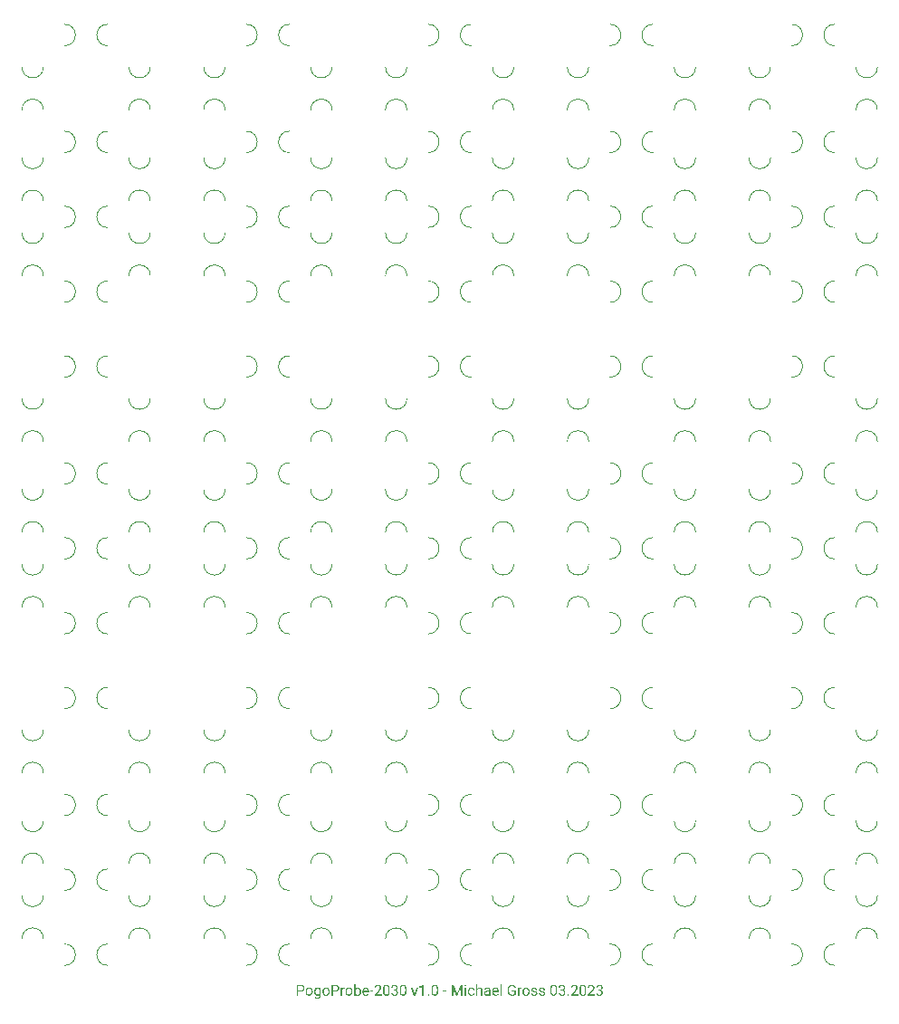
<source format=gbr>
%TF.GenerationSoftware,KiCad,Pcbnew,(7.0.0)*%
%TF.CreationDate,2023-03-26T22:08:02+02:00*%
%TF.ProjectId,PogoProbe 2030,506f676f-5072-46f6-9265-20323033302e,rev?*%
%TF.SameCoordinates,Original*%
%TF.FileFunction,Legend,Top*%
%TF.FilePolarity,Positive*%
%FSLAX46Y46*%
G04 Gerber Fmt 4.6, Leading zero omitted, Abs format (unit mm)*
G04 Created by KiCad (PCBNEW (7.0.0)) date 2023-03-26 22:08:02*
%MOMM*%
%LPD*%
G01*
G04 APERTURE LIST*
%ADD10C,0.150000*%
%ADD11C,0.100000*%
G04 APERTURE END LIST*
D10*
G36*
X132081020Y-139829663D02*
G01*
X132091070Y-139829908D01*
X132100981Y-139830317D01*
X132110753Y-139830890D01*
X132129881Y-139832526D01*
X132148454Y-139834817D01*
X132166472Y-139837762D01*
X132183934Y-139841362D01*
X132200841Y-139845616D01*
X132217193Y-139850525D01*
X132232990Y-139856088D01*
X132248231Y-139862306D01*
X132262917Y-139869178D01*
X132277048Y-139876704D01*
X132290624Y-139884886D01*
X132303644Y-139893721D01*
X132316109Y-139903211D01*
X132328019Y-139913356D01*
X132339287Y-139924040D01*
X132349829Y-139935147D01*
X132359643Y-139946678D01*
X132368731Y-139958633D01*
X132377091Y-139971011D01*
X132384725Y-139983813D01*
X132391631Y-139997038D01*
X132397811Y-140010687D01*
X132403263Y-140024759D01*
X132407989Y-140039256D01*
X132411987Y-140054175D01*
X132415259Y-140069519D01*
X132417804Y-140085286D01*
X132419621Y-140101477D01*
X132420712Y-140118091D01*
X132421075Y-140135129D01*
X132420719Y-140153034D01*
X132419652Y-140170418D01*
X132417872Y-140187281D01*
X132415381Y-140203623D01*
X132412178Y-140219445D01*
X132408264Y-140234745D01*
X132403637Y-140249525D01*
X132398299Y-140263784D01*
X132392250Y-140277521D01*
X132385488Y-140290738D01*
X132378015Y-140303434D01*
X132369830Y-140315609D01*
X132360933Y-140327263D01*
X132351325Y-140338396D01*
X132341004Y-140349008D01*
X132329972Y-140359099D01*
X132318307Y-140368623D01*
X132306025Y-140377532D01*
X132293127Y-140385827D01*
X132279613Y-140393507D01*
X132265482Y-140400573D01*
X132250735Y-140407024D01*
X132235371Y-140412861D01*
X132219392Y-140418084D01*
X132202795Y-140422692D01*
X132185583Y-140426686D01*
X132167754Y-140430065D01*
X132149309Y-140432830D01*
X132130248Y-140434981D01*
X132120486Y-140435825D01*
X132110570Y-140436517D01*
X132100500Y-140437054D01*
X132090276Y-140437438D01*
X132079898Y-140437669D01*
X132069365Y-140437745D01*
X131833671Y-140437745D01*
X131833671Y-140830000D01*
X131701780Y-140830000D01*
X131701780Y-139938025D01*
X131833671Y-139938025D01*
X131833671Y-140329790D01*
X132070831Y-140329790D01*
X132083857Y-140329596D01*
X132096495Y-140329015D01*
X132108747Y-140328047D01*
X132120611Y-140326691D01*
X132132087Y-140324948D01*
X132143176Y-140322818D01*
X132153878Y-140320300D01*
X132164193Y-140317395D01*
X132174120Y-140314102D01*
X132183660Y-140310422D01*
X132192812Y-140306355D01*
X132201577Y-140301901D01*
X132213998Y-140294493D01*
X132225548Y-140286213D01*
X132232764Y-140280209D01*
X132242847Y-140270478D01*
X132251938Y-140259970D01*
X132260037Y-140248685D01*
X132267145Y-140236623D01*
X132273261Y-140223784D01*
X132278385Y-140210167D01*
X132281250Y-140200658D01*
X132283674Y-140190804D01*
X132285658Y-140180604D01*
X132287200Y-140170058D01*
X132288302Y-140159167D01*
X132288964Y-140147931D01*
X132289184Y-140136350D01*
X132288964Y-140125346D01*
X132288302Y-140114620D01*
X132287200Y-140104173D01*
X132285658Y-140094004D01*
X132283674Y-140084114D01*
X132281250Y-140074503D01*
X132276787Y-140060608D01*
X132271332Y-140047340D01*
X132264886Y-140034699D01*
X132257448Y-140022685D01*
X132249018Y-140011298D01*
X132239596Y-140000537D01*
X132232764Y-139993712D01*
X132221862Y-139984092D01*
X132210221Y-139975382D01*
X132197842Y-139967583D01*
X132189179Y-139962889D01*
X132180188Y-139958599D01*
X132170868Y-139954714D01*
X132161221Y-139951234D01*
X132151245Y-139948158D01*
X132140941Y-139945486D01*
X132130309Y-139943220D01*
X132119348Y-139941357D01*
X132108060Y-139939899D01*
X132096443Y-139938846D01*
X132084498Y-139938197D01*
X132078402Y-139938025D01*
X131833671Y-139938025D01*
X131701780Y-139938025D01*
X131701780Y-139829581D01*
X132070831Y-139829581D01*
X132081020Y-139829663D01*
G37*
G36*
X132878713Y-140080094D02*
G01*
X132896994Y-140081319D01*
X132914822Y-140083361D01*
X132932199Y-140086219D01*
X132949123Y-140089894D01*
X132965595Y-140094386D01*
X132981615Y-140099694D01*
X132997183Y-140105819D01*
X133012298Y-140112761D01*
X133026961Y-140120520D01*
X133041172Y-140129095D01*
X133054931Y-140138487D01*
X133068237Y-140148696D01*
X133081092Y-140159721D01*
X133093494Y-140171563D01*
X133105443Y-140184221D01*
X133116801Y-140197528D01*
X133127425Y-140211374D01*
X133137317Y-140225761D01*
X133146476Y-140240687D01*
X133154903Y-140256154D01*
X133162596Y-140272160D01*
X133169557Y-140288707D01*
X133175785Y-140305793D01*
X133181281Y-140323420D01*
X133186044Y-140341586D01*
X133190074Y-140360293D01*
X133193371Y-140379539D01*
X133194745Y-140389365D01*
X133195935Y-140399326D01*
X133196943Y-140409422D01*
X133197767Y-140419652D01*
X133198408Y-140430018D01*
X133198866Y-140440519D01*
X133199141Y-140451155D01*
X133199233Y-140461926D01*
X133199233Y-140470963D01*
X133199071Y-140484341D01*
X133198584Y-140497547D01*
X133197773Y-140510581D01*
X133196638Y-140523444D01*
X133195178Y-140536135D01*
X133193394Y-140548655D01*
X133191285Y-140561002D01*
X133188852Y-140573178D01*
X133186095Y-140585182D01*
X133183013Y-140597015D01*
X133179607Y-140608675D01*
X133175877Y-140620164D01*
X133171822Y-140631482D01*
X133167443Y-140642627D01*
X133162739Y-140653601D01*
X133157711Y-140664403D01*
X133152381Y-140674971D01*
X133146770Y-140685244D01*
X133140879Y-140695220D01*
X133134707Y-140704901D01*
X133128254Y-140714287D01*
X133121522Y-140723376D01*
X133114508Y-140732170D01*
X133107214Y-140740668D01*
X133099640Y-140748870D01*
X133091785Y-140756776D01*
X133083650Y-140764387D01*
X133075234Y-140771702D01*
X133066537Y-140778721D01*
X133057560Y-140785444D01*
X133048303Y-140791872D01*
X133038765Y-140798004D01*
X133029028Y-140803771D01*
X133019111Y-140809166D01*
X133009015Y-140814190D01*
X132998740Y-140818841D01*
X132988285Y-140823120D01*
X132977651Y-140827027D01*
X132966838Y-140830561D01*
X132955845Y-140833724D01*
X132944673Y-140836515D01*
X132933321Y-140838933D01*
X132921790Y-140840980D01*
X132910080Y-140842654D01*
X132898190Y-140843957D01*
X132886121Y-140844887D01*
X132873873Y-140845445D01*
X132861445Y-140845631D01*
X132842771Y-140845224D01*
X132824545Y-140844001D01*
X132806768Y-140841965D01*
X132789439Y-140839113D01*
X132772559Y-140835446D01*
X132756127Y-140830965D01*
X132740143Y-140825669D01*
X132724608Y-140819558D01*
X132709521Y-140812632D01*
X132694883Y-140804892D01*
X132680693Y-140796337D01*
X132666951Y-140786967D01*
X132653658Y-140776782D01*
X132640813Y-140765783D01*
X132628417Y-140753968D01*
X132616469Y-140741339D01*
X132605112Y-140728008D01*
X132594487Y-140714148D01*
X132584596Y-140699760D01*
X132575437Y-140684843D01*
X132567010Y-140669397D01*
X132559316Y-140653423D01*
X132552356Y-140636921D01*
X132546127Y-140619890D01*
X132540632Y-140602330D01*
X132535869Y-140584242D01*
X132531839Y-140565625D01*
X132528542Y-140546479D01*
X132527168Y-140536708D01*
X132525977Y-140526805D01*
X132524970Y-140516770D01*
X132524146Y-140506603D01*
X132523504Y-140496303D01*
X132523046Y-140485872D01*
X132522772Y-140475308D01*
X132522735Y-140470963D01*
X132650419Y-140470963D01*
X132650643Y-140486070D01*
X132651316Y-140500802D01*
X132652437Y-140515158D01*
X132654006Y-140529138D01*
X132656024Y-140542742D01*
X132658491Y-140555970D01*
X132661405Y-140568823D01*
X132664768Y-140581299D01*
X132668580Y-140593400D01*
X132672840Y-140605124D01*
X132677548Y-140616473D01*
X132682705Y-140627446D01*
X132688310Y-140638043D01*
X132694364Y-140648264D01*
X132700866Y-140658109D01*
X132707816Y-140667578D01*
X132715142Y-140676569D01*
X132722772Y-140684980D01*
X132730705Y-140692811D01*
X132738942Y-140700062D01*
X132747482Y-140706733D01*
X132756325Y-140712824D01*
X132765472Y-140718335D01*
X132774922Y-140723265D01*
X132784675Y-140727616D01*
X132794732Y-140731386D01*
X132805093Y-140734577D01*
X132815756Y-140737187D01*
X132826723Y-140739217D01*
X132837994Y-140740668D01*
X132849568Y-140741538D01*
X132861445Y-140741828D01*
X132873379Y-140741534D01*
X132885003Y-140740652D01*
X132896315Y-140739183D01*
X132907317Y-140737126D01*
X132918007Y-140734481D01*
X132928387Y-140731249D01*
X132938455Y-140727429D01*
X132948212Y-140723021D01*
X132957658Y-140718026D01*
X132966794Y-140712442D01*
X132975618Y-140706271D01*
X132984131Y-140699513D01*
X132992333Y-140692166D01*
X133000224Y-140684232D01*
X133007805Y-140675711D01*
X133015074Y-140666601D01*
X133021994Y-140656962D01*
X133028469Y-140646852D01*
X133034497Y-140636270D01*
X133040078Y-140625217D01*
X133045213Y-140613693D01*
X133049901Y-140601697D01*
X133054143Y-140589230D01*
X133057938Y-140576292D01*
X133061287Y-140562883D01*
X133064189Y-140549002D01*
X133066645Y-140534650D01*
X133068654Y-140519826D01*
X133070217Y-140504532D01*
X133071333Y-140488766D01*
X133072003Y-140472528D01*
X133072226Y-140455819D01*
X133071999Y-140440856D01*
X133071318Y-140426251D01*
X133070183Y-140412005D01*
X133068593Y-140398117D01*
X133066550Y-140384588D01*
X133064052Y-140371418D01*
X133061100Y-140358607D01*
X133057694Y-140346154D01*
X133053834Y-140334061D01*
X133049520Y-140322325D01*
X133044751Y-140310949D01*
X133039528Y-140299931D01*
X133033852Y-140289273D01*
X133027721Y-140278972D01*
X133021136Y-140269031D01*
X133014097Y-140259448D01*
X133006711Y-140250339D01*
X132999026Y-140241817D01*
X132991041Y-140233883D01*
X132982757Y-140226536D01*
X132974173Y-140219778D01*
X132965290Y-140213607D01*
X132956107Y-140208024D01*
X132946625Y-140203028D01*
X132936842Y-140198620D01*
X132926761Y-140194800D01*
X132916379Y-140191568D01*
X132905699Y-140188923D01*
X132894718Y-140186866D01*
X132883438Y-140185397D01*
X132871859Y-140184515D01*
X132859979Y-140184221D01*
X132848366Y-140184511D01*
X132837036Y-140185382D01*
X132825988Y-140186832D01*
X132815222Y-140188862D01*
X132804739Y-140191472D01*
X132794538Y-140194663D01*
X132784619Y-140198433D01*
X132774983Y-140202784D01*
X132765629Y-140207715D01*
X132756558Y-140213225D01*
X132747769Y-140219316D01*
X132739262Y-140225987D01*
X132731038Y-140233238D01*
X132723097Y-140241069D01*
X132715437Y-140249480D01*
X132708060Y-140258471D01*
X132701080Y-140268002D01*
X132694551Y-140278034D01*
X132688471Y-140288565D01*
X132682842Y-140299596D01*
X132677664Y-140311127D01*
X132672935Y-140323157D01*
X132668657Y-140335688D01*
X132664829Y-140348719D01*
X132661452Y-140362250D01*
X132658525Y-140376280D01*
X132656048Y-140390811D01*
X132654022Y-140405841D01*
X132652446Y-140421372D01*
X132651320Y-140437402D01*
X132650644Y-140453932D01*
X132650419Y-140470963D01*
X132522735Y-140470963D01*
X132522680Y-140464612D01*
X132522680Y-140455819D01*
X132522848Y-140442349D01*
X132523352Y-140429048D01*
X132524191Y-140415917D01*
X132525367Y-140402956D01*
X132526878Y-140390165D01*
X132528725Y-140377543D01*
X132530908Y-140365092D01*
X132533427Y-140352810D01*
X132536281Y-140340698D01*
X132539472Y-140328756D01*
X132542998Y-140316984D01*
X132546860Y-140305381D01*
X132551058Y-140293948D01*
X132555592Y-140282686D01*
X132560461Y-140271593D01*
X132565667Y-140260669D01*
X132571171Y-140249986D01*
X132576936Y-140239611D01*
X132582963Y-140229546D01*
X132589252Y-140219789D01*
X132595801Y-140210342D01*
X132602612Y-140201204D01*
X132609685Y-140192375D01*
X132617019Y-140183855D01*
X132624614Y-140175644D01*
X132632471Y-140167743D01*
X132640589Y-140160150D01*
X132648969Y-140152867D01*
X132657610Y-140145892D01*
X132666512Y-140139227D01*
X132675676Y-140132871D01*
X132685102Y-140126824D01*
X132694772Y-140121116D01*
X132704610Y-140115776D01*
X132714617Y-140110804D01*
X132724791Y-140106201D01*
X132735133Y-140101966D01*
X132745643Y-140098099D01*
X132756321Y-140094601D01*
X132767167Y-140091470D01*
X132778181Y-140088708D01*
X132789363Y-140086314D01*
X132800712Y-140084289D01*
X132812230Y-140082632D01*
X132823915Y-140081343D01*
X132835769Y-140080422D01*
X132847790Y-140079870D01*
X132859979Y-140079685D01*
X132878713Y-140080094D01*
G37*
G36*
X133952233Y-140813147D02*
G01*
X133951899Y-140831132D01*
X133950894Y-140848634D01*
X133949220Y-140865654D01*
X133946875Y-140882191D01*
X133943861Y-140898245D01*
X133940178Y-140913817D01*
X133935824Y-140928905D01*
X133930801Y-140943511D01*
X133925108Y-140957635D01*
X133918745Y-140971275D01*
X133911713Y-140984433D01*
X133904011Y-140997107D01*
X133895639Y-141009300D01*
X133886597Y-141021009D01*
X133876885Y-141032235D01*
X133866504Y-141042979D01*
X133855590Y-141053154D01*
X133844217Y-141062671D01*
X133832387Y-141071533D01*
X133820098Y-141079738D01*
X133807352Y-141087286D01*
X133794147Y-141094179D01*
X133780485Y-141100414D01*
X133766365Y-141105994D01*
X133751786Y-141110917D01*
X133736750Y-141115184D01*
X133721256Y-141118794D01*
X133705304Y-141121748D01*
X133688894Y-141124045D01*
X133672026Y-141125686D01*
X133654700Y-141126671D01*
X133636916Y-141126999D01*
X133626885Y-141126863D01*
X133616880Y-141126457D01*
X133606903Y-141125779D01*
X133596952Y-141124831D01*
X133587027Y-141123612D01*
X133577130Y-141122122D01*
X133567259Y-141120360D01*
X133557415Y-141118328D01*
X133547597Y-141116025D01*
X133537807Y-141113451D01*
X133528043Y-141110606D01*
X133518305Y-141107490D01*
X133508595Y-141104103D01*
X133498911Y-141100445D01*
X133489254Y-141096516D01*
X133479624Y-141092316D01*
X133470149Y-141087881D01*
X133460958Y-141083245D01*
X133452052Y-141078409D01*
X133443430Y-141073372D01*
X133435092Y-141068135D01*
X133423119Y-141059904D01*
X133411785Y-141051222D01*
X133401091Y-141042090D01*
X133391037Y-141032506D01*
X133381622Y-141022472D01*
X133372847Y-141011987D01*
X133364712Y-141001051D01*
X133362143Y-140997306D01*
X133428088Y-140920369D01*
X133438429Y-140932821D01*
X133449055Y-140944469D01*
X133459968Y-140955314D01*
X133471167Y-140965356D01*
X133482652Y-140974594D01*
X133494423Y-140983029D01*
X133506481Y-140990661D01*
X133518825Y-140997489D01*
X133531455Y-141003514D01*
X133544371Y-141008736D01*
X133557573Y-141013154D01*
X133571062Y-141016769D01*
X133584837Y-141019581D01*
X133598898Y-141021589D01*
X133613245Y-141022794D01*
X133627879Y-141023196D01*
X133639320Y-141022990D01*
X133650441Y-141022371D01*
X133661241Y-141021341D01*
X133671721Y-141019898D01*
X133681880Y-141018044D01*
X133691718Y-141015777D01*
X133701236Y-141013098D01*
X133714911Y-141008306D01*
X133727866Y-141002588D01*
X133740099Y-140995942D01*
X133751611Y-140988368D01*
X133762401Y-140979867D01*
X133772471Y-140970439D01*
X133781768Y-140960215D01*
X133790151Y-140949236D01*
X133797619Y-140937501D01*
X133804173Y-140925010D01*
X133809812Y-140911764D01*
X133813063Y-140902513D01*
X133815908Y-140892926D01*
X133818347Y-140883004D01*
X133820379Y-140872746D01*
X133822005Y-140862152D01*
X133823224Y-140851222D01*
X133824037Y-140839956D01*
X133824444Y-140828355D01*
X133824494Y-140822428D01*
X133824494Y-140758192D01*
X133814722Y-140768780D01*
X133804516Y-140778686D01*
X133793877Y-140787908D01*
X133782805Y-140796447D01*
X133771300Y-140804302D01*
X133759362Y-140811475D01*
X133746990Y-140817965D01*
X133734186Y-140823771D01*
X133720948Y-140828895D01*
X133707277Y-140833335D01*
X133693173Y-140837092D01*
X133678636Y-140840166D01*
X133663665Y-140842557D01*
X133648262Y-140844265D01*
X133632425Y-140845289D01*
X133616155Y-140845631D01*
X133600046Y-140845224D01*
X133584324Y-140844001D01*
X133568989Y-140841965D01*
X133554041Y-140839113D01*
X133539481Y-140835446D01*
X133525308Y-140830965D01*
X133511523Y-140825669D01*
X133498125Y-140819558D01*
X133485114Y-140812632D01*
X133472491Y-140804892D01*
X133460255Y-140796337D01*
X133448406Y-140786967D01*
X133436945Y-140776782D01*
X133425871Y-140765783D01*
X133415184Y-140753968D01*
X133404885Y-140741339D01*
X133395125Y-140727977D01*
X133385995Y-140714022D01*
X133377494Y-140699477D01*
X133369623Y-140684339D01*
X133362381Y-140668610D01*
X133355770Y-140652290D01*
X133349787Y-140635378D01*
X133344435Y-140617875D01*
X133339712Y-140599780D01*
X133335619Y-140581093D01*
X133332156Y-140561815D01*
X133330661Y-140551954D01*
X133329323Y-140541946D01*
X133328142Y-140531789D01*
X133327119Y-140521485D01*
X133326253Y-140511032D01*
X133325544Y-140500432D01*
X133324993Y-140489684D01*
X133324600Y-140478788D01*
X133324428Y-140470718D01*
X133452024Y-140470718D01*
X133452225Y-140486081D01*
X133452829Y-140501027D01*
X133453836Y-140515558D01*
X133455245Y-140529672D01*
X133457057Y-140543371D01*
X133459271Y-140556654D01*
X133461888Y-140569520D01*
X133464908Y-140581971D01*
X133468330Y-140594006D01*
X133472155Y-140605624D01*
X133476383Y-140616827D01*
X133481013Y-140627614D01*
X133486045Y-140637985D01*
X133491481Y-140647939D01*
X133497319Y-140657478D01*
X133503559Y-140666601D01*
X133510162Y-140675208D01*
X133517088Y-140683259D01*
X133524336Y-140690755D01*
X133531907Y-140697696D01*
X133539800Y-140704082D01*
X133548015Y-140709912D01*
X133556553Y-140715187D01*
X133565414Y-140719907D01*
X133574597Y-140724072D01*
X133584102Y-140727681D01*
X133593930Y-140730735D01*
X133604081Y-140733234D01*
X133614553Y-140735177D01*
X133625349Y-140736565D01*
X133636467Y-140737398D01*
X133647907Y-140737676D01*
X133662679Y-140737253D01*
X133676953Y-140735985D01*
X133690729Y-140733872D01*
X133704006Y-140730913D01*
X133716786Y-140727109D01*
X133729068Y-140722460D01*
X133740852Y-140716966D01*
X133752137Y-140710626D01*
X133762925Y-140703441D01*
X133773215Y-140695410D01*
X133783007Y-140686534D01*
X133792300Y-140676813D01*
X133801096Y-140666247D01*
X133809393Y-140654835D01*
X133817193Y-140642578D01*
X133824494Y-140629476D01*
X133824494Y-140293154D01*
X133816940Y-140280377D01*
X133808932Y-140268424D01*
X133800469Y-140257296D01*
X133791552Y-140246992D01*
X133782181Y-140237512D01*
X133772356Y-140228857D01*
X133762077Y-140221026D01*
X133751344Y-140214019D01*
X133740156Y-140207837D01*
X133728515Y-140202479D01*
X133716419Y-140197945D01*
X133703869Y-140194235D01*
X133690865Y-140191350D01*
X133677407Y-140189289D01*
X133663495Y-140188053D01*
X133649128Y-140187641D01*
X133637714Y-140187920D01*
X133626616Y-140188759D01*
X133615832Y-140190157D01*
X133605363Y-140192114D01*
X133595209Y-140194629D01*
X133585369Y-140197704D01*
X133575845Y-140201338D01*
X133566635Y-140205532D01*
X133557740Y-140210284D01*
X133549160Y-140215595D01*
X133540895Y-140221466D01*
X133532945Y-140227895D01*
X133525309Y-140234884D01*
X133517989Y-140242431D01*
X133510983Y-140250538D01*
X133504292Y-140259204D01*
X133497963Y-140268388D01*
X133492042Y-140278110D01*
X133486529Y-140288370D01*
X133481425Y-140299168D01*
X133476729Y-140310505D01*
X133472441Y-140322379D01*
X133468562Y-140334791D01*
X133465091Y-140347742D01*
X133462029Y-140361231D01*
X133459374Y-140375257D01*
X133457128Y-140389822D01*
X133455291Y-140404925D01*
X133453862Y-140420566D01*
X133452841Y-140436746D01*
X133452228Y-140453463D01*
X133452024Y-140470718D01*
X133324428Y-140470718D01*
X133324364Y-140467744D01*
X133324285Y-140456552D01*
X133324364Y-140445829D01*
X133324599Y-140435243D01*
X133324991Y-140424795D01*
X133325541Y-140414485D01*
X133326247Y-140404313D01*
X133327110Y-140394279D01*
X133328130Y-140384382D01*
X133329307Y-140374624D01*
X133332132Y-140355521D01*
X133335585Y-140336969D01*
X133339666Y-140318968D01*
X133344374Y-140301519D01*
X133349710Y-140284621D01*
X133355674Y-140268275D01*
X133362266Y-140252481D01*
X133369485Y-140237237D01*
X133377333Y-140222546D01*
X133385808Y-140208405D01*
X133394910Y-140194816D01*
X133404641Y-140181779D01*
X133414890Y-140169416D01*
X133425547Y-140157851D01*
X133436612Y-140147083D01*
X133448086Y-140137113D01*
X133459968Y-140127941D01*
X133472258Y-140119566D01*
X133484957Y-140111988D01*
X133498064Y-140105209D01*
X133511579Y-140099227D01*
X133525503Y-140094042D01*
X133539835Y-140089656D01*
X133554576Y-140086066D01*
X133569724Y-140083275D01*
X133585281Y-140081281D01*
X133601247Y-140080084D01*
X133617621Y-140079685D01*
X133634392Y-140080059D01*
X133650697Y-140081178D01*
X133666533Y-140083043D01*
X133681902Y-140085654D01*
X133696804Y-140089012D01*
X133711238Y-140093115D01*
X133725205Y-140097965D01*
X133738704Y-140103560D01*
X133751736Y-140109902D01*
X133764300Y-140116990D01*
X133776397Y-140124824D01*
X133788026Y-140133404D01*
X133799188Y-140142730D01*
X133809882Y-140152802D01*
X133820109Y-140163620D01*
X133829868Y-140175184D01*
X133835974Y-140079685D01*
X133952233Y-140079685D01*
X133952233Y-140813147D01*
G37*
G36*
X134462383Y-140080094D02*
G01*
X134480664Y-140081319D01*
X134498493Y-140083361D01*
X134515870Y-140086219D01*
X134532794Y-140089894D01*
X134549266Y-140094386D01*
X134565286Y-140099694D01*
X134580853Y-140105819D01*
X134595969Y-140112761D01*
X134610632Y-140120520D01*
X134624843Y-140129095D01*
X134638602Y-140138487D01*
X134651908Y-140148696D01*
X134664762Y-140159721D01*
X134677164Y-140171563D01*
X134689114Y-140184221D01*
X134700471Y-140197528D01*
X134711096Y-140211374D01*
X134720988Y-140225761D01*
X134730147Y-140240687D01*
X134738573Y-140256154D01*
X134746267Y-140272160D01*
X134753228Y-140288707D01*
X134759456Y-140305793D01*
X134764952Y-140323420D01*
X134769714Y-140341586D01*
X134773744Y-140360293D01*
X134777042Y-140379539D01*
X134778415Y-140389365D01*
X134779606Y-140399326D01*
X134780614Y-140409422D01*
X134781438Y-140419652D01*
X134782079Y-140430018D01*
X134782537Y-140440519D01*
X134782812Y-140451155D01*
X134782903Y-140461926D01*
X134782903Y-140470963D01*
X134782741Y-140484341D01*
X134782255Y-140497547D01*
X134781444Y-140510581D01*
X134780308Y-140523444D01*
X134778849Y-140536135D01*
X134777064Y-140548655D01*
X134774956Y-140561002D01*
X134772523Y-140573178D01*
X134769766Y-140585182D01*
X134766684Y-140597015D01*
X134763278Y-140608675D01*
X134759548Y-140620164D01*
X134755493Y-140631482D01*
X134751114Y-140642627D01*
X134746410Y-140653601D01*
X134741382Y-140664403D01*
X134736052Y-140674971D01*
X134730441Y-140685244D01*
X134724549Y-140695220D01*
X134718377Y-140704901D01*
X134711925Y-140714287D01*
X134705192Y-140723376D01*
X134698179Y-140732170D01*
X134690885Y-140740668D01*
X134683310Y-140748870D01*
X134675456Y-140756776D01*
X134667320Y-140764387D01*
X134658904Y-140771702D01*
X134650208Y-140778721D01*
X134641231Y-140785444D01*
X134631974Y-140791872D01*
X134622436Y-140798004D01*
X134612699Y-140803771D01*
X134602782Y-140809166D01*
X134592686Y-140814190D01*
X134582411Y-140818841D01*
X134571956Y-140823120D01*
X134561322Y-140827027D01*
X134550508Y-140830561D01*
X134539515Y-140833724D01*
X134528343Y-140836515D01*
X134516992Y-140838933D01*
X134505461Y-140840980D01*
X134493750Y-140842654D01*
X134481861Y-140843957D01*
X134469792Y-140844887D01*
X134457543Y-140845445D01*
X134445116Y-140845631D01*
X134426441Y-140845224D01*
X134408216Y-140844001D01*
X134390439Y-140841965D01*
X134373110Y-140839113D01*
X134356229Y-140835446D01*
X134339797Y-140830965D01*
X134323814Y-140825669D01*
X134308278Y-140819558D01*
X134293192Y-140812632D01*
X134278553Y-140804892D01*
X134264363Y-140796337D01*
X134250622Y-140786967D01*
X134237329Y-140776782D01*
X134224484Y-140765783D01*
X134212088Y-140753968D01*
X134200140Y-140741339D01*
X134188783Y-140728008D01*
X134178158Y-140714148D01*
X134168266Y-140699760D01*
X134159107Y-140684843D01*
X134150681Y-140669397D01*
X134142987Y-140653423D01*
X134136026Y-140636921D01*
X134129798Y-140619890D01*
X134124303Y-140602330D01*
X134119540Y-140584242D01*
X134115510Y-140565625D01*
X134112213Y-140546479D01*
X134110839Y-140536708D01*
X134109648Y-140526805D01*
X134108640Y-140516770D01*
X134107816Y-140506603D01*
X134107175Y-140496303D01*
X134106717Y-140485872D01*
X134106442Y-140475308D01*
X134106405Y-140470963D01*
X134234090Y-140470963D01*
X134234314Y-140486070D01*
X134234987Y-140500802D01*
X134236108Y-140515158D01*
X134237677Y-140529138D01*
X134239695Y-140542742D01*
X134242161Y-140555970D01*
X134245076Y-140568823D01*
X134248439Y-140581299D01*
X134252250Y-140593400D01*
X134256510Y-140605124D01*
X134261219Y-140616473D01*
X134266376Y-140627446D01*
X134271981Y-140638043D01*
X134278034Y-140648264D01*
X134284536Y-140658109D01*
X134291487Y-140667578D01*
X134298813Y-140676569D01*
X134306443Y-140684980D01*
X134314376Y-140692811D01*
X134322612Y-140700062D01*
X134331152Y-140706733D01*
X134339996Y-140712824D01*
X134349142Y-140718335D01*
X134358592Y-140723265D01*
X134368346Y-140727616D01*
X134378403Y-140731386D01*
X134388763Y-140734577D01*
X134399427Y-140737187D01*
X134410394Y-140739217D01*
X134421664Y-140740668D01*
X134433238Y-140741538D01*
X134445116Y-140741828D01*
X134457050Y-140741534D01*
X134468673Y-140740652D01*
X134479986Y-140739183D01*
X134490987Y-140737126D01*
X134501678Y-140734481D01*
X134512057Y-140731249D01*
X134522125Y-140727429D01*
X134531883Y-140723021D01*
X134541329Y-140718026D01*
X134550464Y-140712442D01*
X134559289Y-140706271D01*
X134567802Y-140699513D01*
X134576004Y-140692166D01*
X134583895Y-140684232D01*
X134591475Y-140675711D01*
X134598744Y-140666601D01*
X134605665Y-140656962D01*
X134612139Y-140646852D01*
X134618167Y-140636270D01*
X134623749Y-140625217D01*
X134628883Y-140613693D01*
X134633572Y-140601697D01*
X134637814Y-140589230D01*
X134641609Y-140576292D01*
X134644958Y-140562883D01*
X134647860Y-140549002D01*
X134650316Y-140534650D01*
X134652325Y-140519826D01*
X134653888Y-140504532D01*
X134655004Y-140488766D01*
X134655674Y-140472528D01*
X134655897Y-140455819D01*
X134655670Y-140440856D01*
X134654989Y-140426251D01*
X134653853Y-140412005D01*
X134652264Y-140398117D01*
X134650220Y-140384588D01*
X134647723Y-140371418D01*
X134644771Y-140358607D01*
X134641365Y-140346154D01*
X134637504Y-140334061D01*
X134633190Y-140322325D01*
X134628422Y-140310949D01*
X134623199Y-140299931D01*
X134617522Y-140289273D01*
X134611391Y-140278972D01*
X134604806Y-140269031D01*
X134597767Y-140259448D01*
X134590382Y-140250339D01*
X134582697Y-140241817D01*
X134574712Y-140233883D01*
X134566428Y-140226536D01*
X134557844Y-140219778D01*
X134548961Y-140213607D01*
X134539778Y-140208024D01*
X134530295Y-140203028D01*
X134520513Y-140198620D01*
X134510431Y-140194800D01*
X134500050Y-140191568D01*
X134489369Y-140188923D01*
X134478389Y-140186866D01*
X134467109Y-140185397D01*
X134455529Y-140184515D01*
X134443650Y-140184221D01*
X134432037Y-140184511D01*
X134420706Y-140185382D01*
X134409658Y-140186832D01*
X134398893Y-140188862D01*
X134388409Y-140191472D01*
X134378208Y-140194663D01*
X134368290Y-140198433D01*
X134358654Y-140202784D01*
X134349300Y-140207715D01*
X134340228Y-140213225D01*
X134331440Y-140219316D01*
X134322933Y-140225987D01*
X134314709Y-140233238D01*
X134306767Y-140241069D01*
X134299108Y-140249480D01*
X134291731Y-140258471D01*
X134284751Y-140268002D01*
X134278221Y-140278034D01*
X134272142Y-140288565D01*
X134266513Y-140299596D01*
X134261334Y-140311127D01*
X134256606Y-140323157D01*
X134252328Y-140335688D01*
X134248500Y-140348719D01*
X134245123Y-140362250D01*
X134242196Y-140376280D01*
X134239719Y-140390811D01*
X134237692Y-140405841D01*
X134236116Y-140421372D01*
X134234990Y-140437402D01*
X134234315Y-140453932D01*
X134234090Y-140470963D01*
X134106405Y-140470963D01*
X134106351Y-140464612D01*
X134106351Y-140455819D01*
X134106519Y-140442349D01*
X134107022Y-140429048D01*
X134107862Y-140415917D01*
X134109037Y-140402956D01*
X134110549Y-140390165D01*
X134112396Y-140377543D01*
X134114579Y-140365092D01*
X134117097Y-140352810D01*
X134119952Y-140340698D01*
X134123142Y-140328756D01*
X134126669Y-140316984D01*
X134130531Y-140305381D01*
X134134729Y-140293948D01*
X134139262Y-140282686D01*
X134144132Y-140271593D01*
X134149337Y-140260669D01*
X134154841Y-140249986D01*
X134160607Y-140239611D01*
X134166634Y-140229546D01*
X134172922Y-140219789D01*
X134179472Y-140210342D01*
X134186283Y-140201204D01*
X134193356Y-140192375D01*
X134200689Y-140183855D01*
X134208285Y-140175644D01*
X134216142Y-140167743D01*
X134224260Y-140160150D01*
X134232640Y-140152867D01*
X134241281Y-140145892D01*
X134250183Y-140139227D01*
X134259347Y-140132871D01*
X134268772Y-140126824D01*
X134278443Y-140121116D01*
X134288281Y-140115776D01*
X134298287Y-140110804D01*
X134308462Y-140106201D01*
X134318804Y-140101966D01*
X134329314Y-140098099D01*
X134339992Y-140094601D01*
X134350838Y-140091470D01*
X134361852Y-140088708D01*
X134373033Y-140086314D01*
X134384383Y-140084289D01*
X134395901Y-140082632D01*
X134407586Y-140081343D01*
X134419439Y-140080422D01*
X134431461Y-140079870D01*
X134443650Y-140079685D01*
X134462383Y-140080094D01*
G37*
G36*
X135337265Y-139829663D02*
G01*
X135347315Y-139829908D01*
X135357226Y-139830317D01*
X135366999Y-139830890D01*
X135386127Y-139832526D01*
X135404700Y-139834817D01*
X135422718Y-139837762D01*
X135440180Y-139841362D01*
X135457087Y-139845616D01*
X135473439Y-139850525D01*
X135489236Y-139856088D01*
X135504477Y-139862306D01*
X135519163Y-139869178D01*
X135533294Y-139876704D01*
X135546869Y-139884886D01*
X135559889Y-139893721D01*
X135572354Y-139903211D01*
X135584264Y-139913356D01*
X135595533Y-139924040D01*
X135606074Y-139935147D01*
X135615889Y-139946678D01*
X135624976Y-139958633D01*
X135633337Y-139971011D01*
X135640970Y-139983813D01*
X135647877Y-139997038D01*
X135654057Y-140010687D01*
X135659509Y-140024759D01*
X135664235Y-140039256D01*
X135668233Y-140054175D01*
X135671505Y-140069519D01*
X135674049Y-140085286D01*
X135675867Y-140101477D01*
X135676957Y-140118091D01*
X135677321Y-140135129D01*
X135676965Y-140153034D01*
X135675897Y-140170418D01*
X135674118Y-140187281D01*
X135671627Y-140203623D01*
X135668424Y-140219445D01*
X135664509Y-140234745D01*
X135659883Y-140249525D01*
X135654545Y-140263784D01*
X135648495Y-140277521D01*
X135641734Y-140290738D01*
X135634260Y-140303434D01*
X135626075Y-140315609D01*
X135617179Y-140327263D01*
X135607570Y-140338396D01*
X135597250Y-140349008D01*
X135586218Y-140359099D01*
X135574553Y-140368623D01*
X135562271Y-140377532D01*
X135549373Y-140385827D01*
X135535858Y-140393507D01*
X135521727Y-140400573D01*
X135506980Y-140407024D01*
X135491617Y-140412861D01*
X135475637Y-140418084D01*
X135459041Y-140422692D01*
X135441829Y-140426686D01*
X135424000Y-140430065D01*
X135405555Y-140432830D01*
X135386493Y-140434981D01*
X135376731Y-140435825D01*
X135366816Y-140436517D01*
X135356745Y-140437054D01*
X135346521Y-140437438D01*
X135336143Y-140437669D01*
X135325611Y-140437745D01*
X135089917Y-140437745D01*
X135089917Y-140830000D01*
X134958025Y-140830000D01*
X134958025Y-139938025D01*
X135089917Y-139938025D01*
X135089917Y-140329790D01*
X135327076Y-140329790D01*
X135340102Y-140329596D01*
X135352741Y-140329015D01*
X135364992Y-140328047D01*
X135376856Y-140326691D01*
X135388333Y-140324948D01*
X135399422Y-140322818D01*
X135410124Y-140320300D01*
X135420438Y-140317395D01*
X135430365Y-140314102D01*
X135439905Y-140310422D01*
X135449058Y-140306355D01*
X135457823Y-140301901D01*
X135470244Y-140294493D01*
X135481794Y-140286213D01*
X135489009Y-140280209D01*
X135499092Y-140270478D01*
X135508183Y-140259970D01*
X135516283Y-140248685D01*
X135523390Y-140236623D01*
X135529506Y-140223784D01*
X135534630Y-140210167D01*
X135537495Y-140200658D01*
X135539920Y-140190804D01*
X135541903Y-140180604D01*
X135543446Y-140170058D01*
X135544548Y-140159167D01*
X135545209Y-140147931D01*
X135545430Y-140136350D01*
X135545209Y-140125346D01*
X135544548Y-140114620D01*
X135543446Y-140104173D01*
X135541903Y-140094004D01*
X135539920Y-140084114D01*
X135537495Y-140074503D01*
X135533033Y-140060608D01*
X135527578Y-140047340D01*
X135521131Y-140034699D01*
X135513693Y-140022685D01*
X135505263Y-140011298D01*
X135495842Y-140000537D01*
X135489009Y-139993712D01*
X135478107Y-139984092D01*
X135466467Y-139975382D01*
X135454087Y-139967583D01*
X135445424Y-139962889D01*
X135436433Y-139958599D01*
X135427114Y-139954714D01*
X135417466Y-139951234D01*
X135407491Y-139948158D01*
X135397187Y-139945486D01*
X135386554Y-139943220D01*
X135375594Y-139941357D01*
X135364305Y-139939899D01*
X135352689Y-139938846D01*
X135340744Y-139938197D01*
X135334648Y-139938025D01*
X135089917Y-139938025D01*
X134958025Y-139938025D01*
X134958025Y-139829581D01*
X135327076Y-139829581D01*
X135337265Y-139829663D01*
G37*
G36*
X136180705Y-140207424D02*
G01*
X136169726Y-140205764D01*
X136158403Y-140204448D01*
X136146736Y-140203475D01*
X136136752Y-140202926D01*
X136126529Y-140202616D01*
X136118179Y-140202540D01*
X136102861Y-140202951D01*
X136088171Y-140204184D01*
X136074109Y-140206240D01*
X136060675Y-140209119D01*
X136047869Y-140212820D01*
X136035690Y-140217343D01*
X136024139Y-140222689D01*
X136013216Y-140228857D01*
X136002920Y-140235847D01*
X135993253Y-140243660D01*
X135984213Y-140252296D01*
X135975801Y-140261753D01*
X135968016Y-140272033D01*
X135960860Y-140283136D01*
X135954331Y-140295061D01*
X135948430Y-140307808D01*
X135948430Y-140830000D01*
X135821424Y-140830000D01*
X135821424Y-140079685D01*
X135945011Y-140079685D01*
X135946965Y-140178360D01*
X135954985Y-140166411D01*
X135963413Y-140155233D01*
X135972250Y-140144826D01*
X135981495Y-140135190D01*
X135991148Y-140126324D01*
X136001210Y-140118230D01*
X136011680Y-140110907D01*
X136022558Y-140104354D01*
X136033845Y-140098572D01*
X136045540Y-140093562D01*
X136057643Y-140089322D01*
X136070155Y-140085853D01*
X136083075Y-140083154D01*
X136096403Y-140081227D01*
X136110140Y-140080071D01*
X136124285Y-140079685D01*
X136135451Y-140079918D01*
X136145747Y-140080616D01*
X136156953Y-140082067D01*
X136166905Y-140084188D01*
X136176931Y-140087509D01*
X136180705Y-140089211D01*
X136180705Y-140207424D01*
G37*
G36*
X136603905Y-140080094D02*
G01*
X136622186Y-140081319D01*
X136640014Y-140083361D01*
X136657391Y-140086219D01*
X136674315Y-140089894D01*
X136690787Y-140094386D01*
X136706807Y-140099694D01*
X136722375Y-140105819D01*
X136737490Y-140112761D01*
X136752153Y-140120520D01*
X136766364Y-140129095D01*
X136780123Y-140138487D01*
X136793429Y-140148696D01*
X136806284Y-140159721D01*
X136818686Y-140171563D01*
X136830635Y-140184221D01*
X136841993Y-140197528D01*
X136852617Y-140211374D01*
X136862509Y-140225761D01*
X136871668Y-140240687D01*
X136880095Y-140256154D01*
X136887788Y-140272160D01*
X136894749Y-140288707D01*
X136900977Y-140305793D01*
X136906473Y-140323420D01*
X136911236Y-140341586D01*
X136915266Y-140360293D01*
X136918563Y-140379539D01*
X136919937Y-140389365D01*
X136921127Y-140399326D01*
X136922135Y-140409422D01*
X136922959Y-140419652D01*
X136923600Y-140430018D01*
X136924058Y-140440519D01*
X136924333Y-140451155D01*
X136924425Y-140461926D01*
X136924425Y-140470963D01*
X136924262Y-140484341D01*
X136923776Y-140497547D01*
X136922965Y-140510581D01*
X136921830Y-140523444D01*
X136920370Y-140536135D01*
X136918586Y-140548655D01*
X136916477Y-140561002D01*
X136914044Y-140573178D01*
X136911287Y-140585182D01*
X136908205Y-140597015D01*
X136904799Y-140608675D01*
X136901069Y-140620164D01*
X136897014Y-140631482D01*
X136892635Y-140642627D01*
X136887931Y-140653601D01*
X136882903Y-140664403D01*
X136877573Y-140674971D01*
X136871962Y-140685244D01*
X136866071Y-140695220D01*
X136859899Y-140704901D01*
X136853446Y-140714287D01*
X136846713Y-140723376D01*
X136839700Y-140732170D01*
X136832406Y-140740668D01*
X136824832Y-140748870D01*
X136816977Y-140756776D01*
X136808841Y-140764387D01*
X136800426Y-140771702D01*
X136791729Y-140778721D01*
X136782752Y-140785444D01*
X136773495Y-140791872D01*
X136763957Y-140798004D01*
X136754220Y-140803771D01*
X136744303Y-140809166D01*
X136734207Y-140814190D01*
X136723932Y-140818841D01*
X136713477Y-140823120D01*
X136702843Y-140827027D01*
X136692029Y-140830561D01*
X136681037Y-140833724D01*
X136669864Y-140836515D01*
X136658513Y-140838933D01*
X136646982Y-140840980D01*
X136635272Y-140842654D01*
X136623382Y-140843957D01*
X136611313Y-140844887D01*
X136599065Y-140845445D01*
X136586637Y-140845631D01*
X136567963Y-140845224D01*
X136549737Y-140844001D01*
X136531960Y-140841965D01*
X136514631Y-140839113D01*
X136497751Y-140835446D01*
X136481319Y-140830965D01*
X136465335Y-140825669D01*
X136449800Y-140819558D01*
X136434713Y-140812632D01*
X136420075Y-140804892D01*
X136405885Y-140796337D01*
X136392143Y-140786967D01*
X136378850Y-140776782D01*
X136366005Y-140765783D01*
X136353609Y-140753968D01*
X136341661Y-140741339D01*
X136330304Y-140728008D01*
X136319679Y-140714148D01*
X136309788Y-140699760D01*
X136300628Y-140684843D01*
X136292202Y-140669397D01*
X136284508Y-140653423D01*
X136277547Y-140636921D01*
X136271319Y-140619890D01*
X136265824Y-140602330D01*
X136261061Y-140584242D01*
X136257031Y-140565625D01*
X136253734Y-140546479D01*
X136252360Y-140536708D01*
X136251169Y-140526805D01*
X136250162Y-140516770D01*
X136249337Y-140506603D01*
X136248696Y-140496303D01*
X136248238Y-140485872D01*
X136247964Y-140475308D01*
X136247927Y-140470963D01*
X136375611Y-140470963D01*
X136375835Y-140486070D01*
X136376508Y-140500802D01*
X136377629Y-140515158D01*
X136379198Y-140529138D01*
X136381216Y-140542742D01*
X136383682Y-140555970D01*
X136386597Y-140568823D01*
X136389960Y-140581299D01*
X136393772Y-140593400D01*
X136398032Y-140605124D01*
X136402740Y-140616473D01*
X136407897Y-140627446D01*
X136413502Y-140638043D01*
X136419556Y-140648264D01*
X136426058Y-140658109D01*
X136433008Y-140667578D01*
X136440334Y-140676569D01*
X136447964Y-140684980D01*
X136455897Y-140692811D01*
X136464134Y-140700062D01*
X136472674Y-140706733D01*
X136481517Y-140712824D01*
X136490664Y-140718335D01*
X136500114Y-140723265D01*
X136509867Y-140727616D01*
X136519924Y-140731386D01*
X136530284Y-140734577D01*
X136540948Y-140737187D01*
X136551915Y-140739217D01*
X136563186Y-140740668D01*
X136574760Y-140741538D01*
X136586637Y-140741828D01*
X136598571Y-140741534D01*
X136610195Y-140740652D01*
X136621507Y-140739183D01*
X136632509Y-140737126D01*
X136643199Y-140734481D01*
X136653578Y-140731249D01*
X136663647Y-140727429D01*
X136673404Y-140723021D01*
X136682850Y-140718026D01*
X136691986Y-140712442D01*
X136700810Y-140706271D01*
X136709323Y-140699513D01*
X136717525Y-140692166D01*
X136725416Y-140684232D01*
X136732996Y-140675711D01*
X136740266Y-140666601D01*
X136747186Y-140656962D01*
X136753661Y-140646852D01*
X136759689Y-140636270D01*
X136765270Y-140625217D01*
X136770405Y-140613693D01*
X136775093Y-140601697D01*
X136779335Y-140589230D01*
X136783130Y-140576292D01*
X136786479Y-140562883D01*
X136789381Y-140549002D01*
X136791837Y-140534650D01*
X136793846Y-140519826D01*
X136795409Y-140504532D01*
X136796525Y-140488766D01*
X136797195Y-140472528D01*
X136797418Y-140455819D01*
X136797191Y-140440856D01*
X136796510Y-140426251D01*
X136795375Y-140412005D01*
X136793785Y-140398117D01*
X136791742Y-140384588D01*
X136789244Y-140371418D01*
X136786292Y-140358607D01*
X136782886Y-140346154D01*
X136779026Y-140334061D01*
X136774711Y-140322325D01*
X136769943Y-140310949D01*
X136764720Y-140299931D01*
X136759044Y-140289273D01*
X136752913Y-140278972D01*
X136746328Y-140269031D01*
X136739289Y-140259448D01*
X136731903Y-140250339D01*
X136724218Y-140241817D01*
X136716233Y-140233883D01*
X136707949Y-140226536D01*
X136699365Y-140219778D01*
X136690482Y-140213607D01*
X136681299Y-140208024D01*
X136671816Y-140203028D01*
X136662034Y-140198620D01*
X136651953Y-140194800D01*
X136641571Y-140191568D01*
X136630891Y-140188923D01*
X136619910Y-140186866D01*
X136608630Y-140185397D01*
X136597051Y-140184515D01*
X136585171Y-140184221D01*
X136573558Y-140184511D01*
X136562228Y-140185382D01*
X136551180Y-140186832D01*
X136540414Y-140188862D01*
X136529930Y-140191472D01*
X136519730Y-140194663D01*
X136509811Y-140198433D01*
X136500175Y-140202784D01*
X136490821Y-140207715D01*
X136481750Y-140213225D01*
X136472961Y-140219316D01*
X136464454Y-140225987D01*
X136456230Y-140233238D01*
X136448288Y-140241069D01*
X136440629Y-140249480D01*
X136433252Y-140258471D01*
X136426272Y-140268002D01*
X136419743Y-140278034D01*
X136413663Y-140288565D01*
X136408034Y-140299596D01*
X136402856Y-140311127D01*
X136398127Y-140323157D01*
X136393849Y-140335688D01*
X136390021Y-140348719D01*
X136386644Y-140362250D01*
X136383717Y-140376280D01*
X136381240Y-140390811D01*
X136379214Y-140405841D01*
X136377637Y-140421372D01*
X136376512Y-140437402D01*
X136375836Y-140453932D01*
X136375611Y-140470963D01*
X136247927Y-140470963D01*
X136247872Y-140464612D01*
X136247872Y-140455819D01*
X136248040Y-140442349D01*
X136248544Y-140429048D01*
X136249383Y-140415917D01*
X136250559Y-140402956D01*
X136252070Y-140390165D01*
X136253917Y-140377543D01*
X136256100Y-140365092D01*
X136258619Y-140352810D01*
X136261473Y-140340698D01*
X136264664Y-140328756D01*
X136268190Y-140316984D01*
X136272052Y-140305381D01*
X136276250Y-140293948D01*
X136280784Y-140282686D01*
X136285653Y-140271593D01*
X136290859Y-140260669D01*
X136296363Y-140249986D01*
X136302128Y-140239611D01*
X136308155Y-140229546D01*
X136314443Y-140219789D01*
X136320993Y-140210342D01*
X136327804Y-140201204D01*
X136334877Y-140192375D01*
X136342211Y-140183855D01*
X136349806Y-140175644D01*
X136357663Y-140167743D01*
X136365781Y-140160150D01*
X136374161Y-140152867D01*
X136382802Y-140145892D01*
X136391704Y-140139227D01*
X136400868Y-140132871D01*
X136410293Y-140126824D01*
X136419964Y-140121116D01*
X136429802Y-140115776D01*
X136439809Y-140110804D01*
X136449983Y-140106201D01*
X136460325Y-140101966D01*
X136470835Y-140098099D01*
X136481513Y-140094601D01*
X136492359Y-140091470D01*
X136503373Y-140088708D01*
X136514555Y-140086314D01*
X136525904Y-140084289D01*
X136537422Y-140082632D01*
X136549107Y-140081343D01*
X136560961Y-140080422D01*
X136572982Y-140079870D01*
X136585171Y-140079685D01*
X136603905Y-140080094D01*
G37*
G36*
X137206769Y-140174696D02*
G01*
X137216614Y-140163191D01*
X137226916Y-140152428D01*
X137237673Y-140142407D01*
X137248886Y-140133129D01*
X137260555Y-140124593D01*
X137272681Y-140116799D01*
X137285262Y-140109747D01*
X137298299Y-140103438D01*
X137311793Y-140097871D01*
X137325742Y-140093046D01*
X137340148Y-140088964D01*
X137355010Y-140085624D01*
X137370327Y-140083026D01*
X137386101Y-140081170D01*
X137402331Y-140080057D01*
X137419016Y-140079685D01*
X137435703Y-140080083D01*
X137451936Y-140081277D01*
X137467714Y-140083266D01*
X137483039Y-140086051D01*
X137497909Y-140089632D01*
X137512325Y-140094008D01*
X137526287Y-140099180D01*
X137539795Y-140105148D01*
X137552848Y-140111911D01*
X137565448Y-140119470D01*
X137577593Y-140127825D01*
X137589284Y-140136976D01*
X137600521Y-140146922D01*
X137611304Y-140157664D01*
X137621633Y-140169201D01*
X137631508Y-140181535D01*
X137640883Y-140194529D01*
X137649654Y-140208111D01*
X137657820Y-140222281D01*
X137665381Y-140237039D01*
X137672337Y-140252384D01*
X137678689Y-140268317D01*
X137684435Y-140284838D01*
X137689576Y-140301946D01*
X137694113Y-140319643D01*
X137698045Y-140337926D01*
X137701372Y-140356798D01*
X137704094Y-140376257D01*
X137705228Y-140386207D01*
X137706211Y-140396304D01*
X137707042Y-140406548D01*
X137707723Y-140416939D01*
X137708252Y-140427477D01*
X137708630Y-140438161D01*
X137708857Y-140448993D01*
X137708933Y-140459972D01*
X137708933Y-140470963D01*
X137708856Y-140481476D01*
X137708626Y-140491861D01*
X137708244Y-140502115D01*
X137707708Y-140512240D01*
X137707019Y-140522234D01*
X137706176Y-140532100D01*
X137705181Y-140541835D01*
X137702731Y-140560916D01*
X137699668Y-140579479D01*
X137695993Y-140597522D01*
X137691706Y-140615047D01*
X137686806Y-140632052D01*
X137681293Y-140648539D01*
X137675168Y-140664506D01*
X137668430Y-140679954D01*
X137661080Y-140694884D01*
X137653117Y-140709294D01*
X137644542Y-140723185D01*
X137635354Y-140736558D01*
X137630531Y-140743049D01*
X137620551Y-140755471D01*
X137610152Y-140767092D01*
X137599333Y-140777911D01*
X137588094Y-140787929D01*
X137576435Y-140797145D01*
X137564356Y-140805560D01*
X137551858Y-140813173D01*
X137538940Y-140819986D01*
X137525602Y-140825996D01*
X137511844Y-140831205D01*
X137497666Y-140835613D01*
X137483069Y-140839220D01*
X137468052Y-140842025D01*
X137452615Y-140844028D01*
X137436758Y-140845230D01*
X137420482Y-140845631D01*
X137403116Y-140845238D01*
X137386250Y-140844059D01*
X137369884Y-140842093D01*
X137354017Y-140839342D01*
X137338651Y-140835804D01*
X137323785Y-140831480D01*
X137309418Y-140826370D01*
X137295552Y-140820474D01*
X137282185Y-140813792D01*
X137269318Y-140806323D01*
X137256952Y-140798069D01*
X137245085Y-140789028D01*
X137233718Y-140779201D01*
X137222851Y-140768588D01*
X137212484Y-140757188D01*
X137202617Y-140745003D01*
X137196511Y-140830000D01*
X137079763Y-140830000D01*
X137079763Y-140621905D01*
X137206769Y-140621905D01*
X137214321Y-140635924D01*
X137222382Y-140649038D01*
X137230952Y-140661249D01*
X137240032Y-140672554D01*
X137249622Y-140682956D01*
X137259720Y-140692453D01*
X137270329Y-140701045D01*
X137281447Y-140708733D01*
X137293074Y-140715516D01*
X137305211Y-140721395D01*
X137317857Y-140726370D01*
X137331013Y-140730440D01*
X137344678Y-140733606D01*
X137358853Y-140735867D01*
X137373537Y-140737223D01*
X137388730Y-140737676D01*
X137399990Y-140737402D01*
X137410934Y-140736580D01*
X137421560Y-140735211D01*
X137431870Y-140733295D01*
X137441863Y-140730830D01*
X137451539Y-140727818D01*
X137460898Y-140724259D01*
X137469941Y-140720151D01*
X137478667Y-140715496D01*
X137487076Y-140710294D01*
X137495169Y-140704544D01*
X137502944Y-140698246D01*
X137510403Y-140691400D01*
X137517546Y-140684007D01*
X137524371Y-140676066D01*
X137530880Y-140667578D01*
X137537061Y-140658539D01*
X137542844Y-140648947D01*
X137548228Y-140638801D01*
X137553213Y-140628102D01*
X137557799Y-140616850D01*
X137561986Y-140605044D01*
X137565775Y-140592685D01*
X137569165Y-140579773D01*
X137572156Y-140566307D01*
X137574748Y-140552288D01*
X137576941Y-140537715D01*
X137578736Y-140522589D01*
X137580132Y-140506910D01*
X137581129Y-140490677D01*
X137581727Y-140473892D01*
X137581926Y-140456552D01*
X137581730Y-140440692D01*
X137581140Y-140425289D01*
X137580158Y-140410344D01*
X137578782Y-140395858D01*
X137577013Y-140381829D01*
X137574851Y-140368258D01*
X137572296Y-140355146D01*
X137569348Y-140342491D01*
X137566007Y-140330294D01*
X137562272Y-140318555D01*
X137558145Y-140307274D01*
X137553625Y-140296451D01*
X137548711Y-140286086D01*
X137543405Y-140276179D01*
X137537705Y-140266730D01*
X137531612Y-140257739D01*
X137525182Y-140249250D01*
X137518408Y-140241309D01*
X137511291Y-140233916D01*
X137503830Y-140227071D01*
X137496025Y-140220773D01*
X137487878Y-140215023D01*
X137479386Y-140209820D01*
X137470552Y-140205165D01*
X137461373Y-140201058D01*
X137451852Y-140197498D01*
X137441987Y-140194486D01*
X137431778Y-140192022D01*
X137421226Y-140190105D01*
X137410331Y-140188736D01*
X137399092Y-140187915D01*
X137387509Y-140187641D01*
X137372063Y-140188093D01*
X137357170Y-140189450D01*
X137342830Y-140191711D01*
X137329043Y-140194877D01*
X137315810Y-140198947D01*
X137303131Y-140203921D01*
X137291005Y-140209800D01*
X137279432Y-140216584D01*
X137268412Y-140224272D01*
X137257946Y-140232864D01*
X137248033Y-140242361D01*
X137238674Y-140252762D01*
X137229868Y-140264068D01*
X137221615Y-140276278D01*
X137213915Y-140289393D01*
X137206769Y-140303412D01*
X137206769Y-140621905D01*
X137079763Y-140621905D01*
X137079763Y-139767055D01*
X137206769Y-139767055D01*
X137206769Y-140174696D01*
G37*
G36*
X138175704Y-140080055D02*
G01*
X138193053Y-140081162D01*
X138209898Y-140083009D01*
X138226239Y-140085593D01*
X138242077Y-140088916D01*
X138257411Y-140092978D01*
X138272241Y-140097778D01*
X138286567Y-140103316D01*
X138300390Y-140109593D01*
X138313708Y-140116608D01*
X138326524Y-140124362D01*
X138338835Y-140132854D01*
X138350643Y-140142085D01*
X138361946Y-140152054D01*
X138372747Y-140162761D01*
X138383043Y-140174207D01*
X138392774Y-140186312D01*
X138401876Y-140199055D01*
X138410351Y-140212438D01*
X138418199Y-140226460D01*
X138425418Y-140241121D01*
X138432010Y-140256422D01*
X138437974Y-140272362D01*
X138443310Y-140288941D01*
X138448018Y-140306159D01*
X138452099Y-140324016D01*
X138455552Y-140342513D01*
X138458377Y-140361649D01*
X138459554Y-140371456D01*
X138460574Y-140381424D01*
X138461437Y-140391551D01*
X138462143Y-140401838D01*
X138462693Y-140412285D01*
X138463085Y-140422892D01*
X138463320Y-140433658D01*
X138463399Y-140444584D01*
X138463399Y-140496852D01*
X137960014Y-140496852D01*
X137960580Y-140510426D01*
X137961606Y-140523669D01*
X137963091Y-140536583D01*
X137965037Y-140549166D01*
X137967442Y-140561419D01*
X137970307Y-140573342D01*
X137973632Y-140584935D01*
X137977417Y-140596198D01*
X137981661Y-140607131D01*
X137986366Y-140617733D01*
X137991530Y-140628006D01*
X137997155Y-140637948D01*
X138003239Y-140647561D01*
X138009783Y-140656843D01*
X138016786Y-140665795D01*
X138024250Y-140674417D01*
X138032074Y-140682580D01*
X138040157Y-140690216D01*
X138048499Y-140697326D01*
X138057101Y-140703909D01*
X138065962Y-140709966D01*
X138075083Y-140715495D01*
X138084464Y-140720499D01*
X138094104Y-140724975D01*
X138104003Y-140728925D01*
X138114162Y-140732348D01*
X138124581Y-140735245D01*
X138135259Y-140737615D01*
X138146196Y-140739458D01*
X138157393Y-140740775D01*
X138168850Y-140741565D01*
X138180566Y-140741828D01*
X138192979Y-140741590D01*
X138205032Y-140740875D01*
X138216724Y-140739683D01*
X138228056Y-140738015D01*
X138239026Y-140735871D01*
X138249637Y-140733250D01*
X138259886Y-140730152D01*
X138269775Y-140726578D01*
X138279304Y-140722527D01*
X138288471Y-140718000D01*
X138294383Y-140714717D01*
X138303070Y-140709479D01*
X138311548Y-140703932D01*
X138319814Y-140698076D01*
X138327871Y-140691911D01*
X138335717Y-140685436D01*
X138343353Y-140678653D01*
X138350778Y-140671560D01*
X138357993Y-140664159D01*
X138364997Y-140656448D01*
X138371792Y-140648428D01*
X138376204Y-140642909D01*
X138453873Y-140702993D01*
X138447951Y-140711769D01*
X138441845Y-140720266D01*
X138435557Y-140728484D01*
X138429087Y-140736424D01*
X138422433Y-140744085D01*
X138415597Y-140751468D01*
X138408578Y-140758572D01*
X138401376Y-140765397D01*
X138393992Y-140771944D01*
X138386425Y-140778212D01*
X138378675Y-140784202D01*
X138370743Y-140789913D01*
X138354330Y-140800500D01*
X138345850Y-140805375D01*
X138337186Y-140809972D01*
X138328340Y-140814290D01*
X138319312Y-140818329D01*
X138310100Y-140822090D01*
X138300706Y-140825573D01*
X138291130Y-140828776D01*
X138281370Y-140831702D01*
X138271428Y-140834348D01*
X138261303Y-140836716D01*
X138250996Y-140838806D01*
X138240505Y-140840616D01*
X138229832Y-140842149D01*
X138218977Y-140843402D01*
X138207938Y-140844377D01*
X138196717Y-140845074D01*
X138185313Y-140845492D01*
X138173727Y-140845631D01*
X138155049Y-140845246D01*
X138136812Y-140844089D01*
X138119015Y-140842162D01*
X138101660Y-140839464D01*
X138084745Y-140835995D01*
X138068271Y-140831755D01*
X138052238Y-140826744D01*
X138036646Y-140820963D01*
X138021494Y-140814410D01*
X138006783Y-140807086D01*
X137992513Y-140798992D01*
X137978684Y-140790127D01*
X137965295Y-140780491D01*
X137952347Y-140770084D01*
X137939840Y-140758906D01*
X137927774Y-140746957D01*
X137916299Y-140734363D01*
X137905563Y-140721250D01*
X137895569Y-140707619D01*
X137886314Y-140693468D01*
X137877800Y-140678798D01*
X137870026Y-140663609D01*
X137862993Y-140647901D01*
X137856700Y-140631674D01*
X137851147Y-140614928D01*
X137846335Y-140597663D01*
X137842263Y-140579880D01*
X137838931Y-140561577D01*
X137836340Y-140542755D01*
X137834489Y-140523414D01*
X137833841Y-140513549D01*
X137833378Y-140503554D01*
X137833101Y-140493429D01*
X137833008Y-140483175D01*
X137833008Y-140459972D01*
X137833173Y-140446325D01*
X137833668Y-140432864D01*
X137834494Y-140419589D01*
X137835649Y-140406498D01*
X137837134Y-140393592D01*
X137837316Y-140392316D01*
X137964166Y-140392316D01*
X138336393Y-140392316D01*
X138336393Y-140383035D01*
X138335559Y-140371356D01*
X138334400Y-140360011D01*
X138332918Y-140349000D01*
X138331111Y-140338323D01*
X138328979Y-140327980D01*
X138326524Y-140317971D01*
X138323743Y-140308296D01*
X138320639Y-140298954D01*
X138315374Y-140285569D01*
X138309379Y-140272934D01*
X138302654Y-140261051D01*
X138295199Y-140249919D01*
X138287015Y-140239538D01*
X138284125Y-140236245D01*
X138275088Y-140226948D01*
X138265471Y-140218565D01*
X138255276Y-140211097D01*
X138244500Y-140204543D01*
X138233145Y-140198904D01*
X138221210Y-140194179D01*
X138208696Y-140190369D01*
X138195602Y-140187473D01*
X138181928Y-140185492D01*
X138167675Y-140184425D01*
X138157851Y-140184221D01*
X138143642Y-140184702D01*
X138129867Y-140186145D01*
X138116526Y-140188549D01*
X138103618Y-140191915D01*
X138091143Y-140196243D01*
X138079103Y-140201532D01*
X138067496Y-140207783D01*
X138056322Y-140214996D01*
X138045583Y-140223171D01*
X138035276Y-140232307D01*
X138028647Y-140238932D01*
X138019198Y-140249576D01*
X138010454Y-140260994D01*
X138002414Y-140273184D01*
X137997445Y-140281740D01*
X137992790Y-140290640D01*
X137988447Y-140299883D01*
X137984417Y-140309469D01*
X137980700Y-140319399D01*
X137977295Y-140329673D01*
X137974204Y-140340290D01*
X137971426Y-140351250D01*
X137968961Y-140362554D01*
X137966808Y-140374201D01*
X137964969Y-140386192D01*
X137964166Y-140392316D01*
X137837316Y-140392316D01*
X137838950Y-140380871D01*
X137841096Y-140368336D01*
X137843572Y-140355985D01*
X137846377Y-140343820D01*
X137849514Y-140331839D01*
X137852980Y-140320044D01*
X137856776Y-140308434D01*
X137860902Y-140297009D01*
X137865359Y-140285769D01*
X137870145Y-140274714D01*
X137875262Y-140263845D01*
X137880675Y-140253184D01*
X137886348Y-140242817D01*
X137892284Y-140232744D01*
X137898480Y-140222964D01*
X137904939Y-140213479D01*
X137911658Y-140204287D01*
X137918639Y-140195390D01*
X137925881Y-140186786D01*
X137933385Y-140178476D01*
X137941150Y-140170460D01*
X137949177Y-140162738D01*
X137957465Y-140155309D01*
X137966014Y-140148175D01*
X137974825Y-140141334D01*
X137983898Y-140134787D01*
X137993231Y-140128534D01*
X138002776Y-140122619D01*
X138012420Y-140117085D01*
X138022163Y-140111933D01*
X138032005Y-140107163D01*
X138041946Y-140102774D01*
X138051987Y-140098767D01*
X138062127Y-140095141D01*
X138072366Y-140091898D01*
X138082704Y-140089035D01*
X138093142Y-140086555D01*
X138103679Y-140084456D01*
X138114315Y-140082739D01*
X138125050Y-140081403D01*
X138135884Y-140080449D01*
X138146818Y-140079876D01*
X138157851Y-140079685D01*
X138175704Y-140080055D01*
G37*
G36*
X138871284Y-140449225D02*
G01*
X138535939Y-140449225D01*
X138535939Y-140345422D01*
X138871284Y-140345422D01*
X138871284Y-140449225D01*
G37*
G36*
X139634788Y-140830000D02*
G01*
X138979484Y-140830000D01*
X138979484Y-140738653D01*
X139325820Y-140352993D01*
X139335250Y-140342191D01*
X139344306Y-140331645D01*
X139352989Y-140321354D01*
X139361297Y-140311319D01*
X139369231Y-140301540D01*
X139376791Y-140292016D01*
X139383977Y-140282749D01*
X139390789Y-140273736D01*
X139397227Y-140264980D01*
X139403291Y-140256479D01*
X139408981Y-140248234D01*
X139416815Y-140236346D01*
X139423808Y-140225033D01*
X139429958Y-140214295D01*
X139431822Y-140210844D01*
X139437060Y-140200551D01*
X139441782Y-140190190D01*
X139445990Y-140179760D01*
X139449682Y-140169262D01*
X139452859Y-140158694D01*
X139455521Y-140148058D01*
X139457668Y-140137353D01*
X139459299Y-140126580D01*
X139460415Y-140115738D01*
X139461016Y-140104827D01*
X139461131Y-140097515D01*
X139460714Y-140083062D01*
X139459465Y-140069102D01*
X139457383Y-140055636D01*
X139454468Y-140042664D01*
X139450720Y-140030185D01*
X139446139Y-140018200D01*
X139440725Y-140006709D01*
X139434478Y-139995712D01*
X139427398Y-139985208D01*
X139419486Y-139975198D01*
X139413748Y-139968799D01*
X139404584Y-139959808D01*
X139394863Y-139951700D01*
X139384583Y-139944477D01*
X139373745Y-139938139D01*
X139362349Y-139932685D01*
X139350395Y-139928116D01*
X139337883Y-139924431D01*
X139324813Y-139921630D01*
X139311184Y-139919714D01*
X139296998Y-139918682D01*
X139287230Y-139918485D01*
X139275549Y-139918696D01*
X139264199Y-139919329D01*
X139253178Y-139920383D01*
X139242488Y-139921859D01*
X139232127Y-139923756D01*
X139222097Y-139926076D01*
X139212397Y-139928817D01*
X139203027Y-139931980D01*
X139189591Y-139937514D01*
X139176898Y-139943998D01*
X139164948Y-139951431D01*
X139153740Y-139959812D01*
X139143275Y-139969142D01*
X139139952Y-139972463D01*
X139130567Y-139982911D01*
X139122106Y-139994107D01*
X139114567Y-140006050D01*
X139107952Y-140018739D01*
X139102260Y-140032176D01*
X139098978Y-140041549D01*
X139096106Y-140051254D01*
X139093644Y-140061290D01*
X139091593Y-140071659D01*
X139089952Y-140082360D01*
X139088721Y-140093393D01*
X139087901Y-140104758D01*
X139087491Y-140116455D01*
X139087439Y-140122428D01*
X138960433Y-140122428D01*
X138960780Y-140105384D01*
X138961822Y-140088753D01*
X138963559Y-140072534D01*
X138965990Y-140056727D01*
X138969115Y-140041332D01*
X138972935Y-140026349D01*
X138977450Y-140011778D01*
X138982659Y-139997620D01*
X138988563Y-139983874D01*
X138995161Y-139970539D01*
X139002454Y-139957617D01*
X139010442Y-139945108D01*
X139019124Y-139933010D01*
X139028500Y-139921325D01*
X139038572Y-139910051D01*
X139049337Y-139899190D01*
X139060685Y-139888868D01*
X139072502Y-139879212D01*
X139084789Y-139870221D01*
X139097545Y-139861897D01*
X139110770Y-139854239D01*
X139124465Y-139847246D01*
X139138629Y-139840920D01*
X139153263Y-139835259D01*
X139168366Y-139830265D01*
X139183938Y-139825936D01*
X139199980Y-139822274D01*
X139216491Y-139819277D01*
X139233472Y-139816946D01*
X139250922Y-139815281D01*
X139268841Y-139814282D01*
X139287230Y-139813949D01*
X139304435Y-139814236D01*
X139321184Y-139815098D01*
X139337476Y-139816534D01*
X139353313Y-139818544D01*
X139368694Y-139821129D01*
X139383618Y-139824288D01*
X139398087Y-139828021D01*
X139412099Y-139832329D01*
X139425656Y-139837211D01*
X139438756Y-139842667D01*
X139451400Y-139848698D01*
X139463589Y-139855303D01*
X139475321Y-139862482D01*
X139486597Y-139870236D01*
X139497417Y-139878564D01*
X139507781Y-139887466D01*
X139517601Y-139896815D01*
X139526786Y-139906544D01*
X139535339Y-139916652D01*
X139543258Y-139927141D01*
X139550543Y-139938008D01*
X139557195Y-139949256D01*
X139563213Y-139960883D01*
X139568598Y-139972890D01*
X139573349Y-139985277D01*
X139577467Y-139998043D01*
X139580951Y-140011190D01*
X139583802Y-140024716D01*
X139586019Y-140038621D01*
X139587603Y-140052907D01*
X139588553Y-140067572D01*
X139588870Y-140082616D01*
X139588134Y-140101338D01*
X139585928Y-140120501D01*
X139584272Y-140130247D01*
X139582250Y-140140104D01*
X139579859Y-140150071D01*
X139577100Y-140160148D01*
X139573974Y-140170336D01*
X139570480Y-140180633D01*
X139566618Y-140191041D01*
X139562389Y-140201559D01*
X139557791Y-140212187D01*
X139552826Y-140222925D01*
X139547493Y-140233774D01*
X139541792Y-140244733D01*
X139535723Y-140255802D01*
X139529287Y-140266981D01*
X139522483Y-140278270D01*
X139515311Y-140289669D01*
X139507771Y-140301179D01*
X139499863Y-140312799D01*
X139491588Y-140324529D01*
X139482945Y-140336369D01*
X139473934Y-140348320D01*
X139464555Y-140360381D01*
X139454808Y-140372551D01*
X139444694Y-140384833D01*
X139434212Y-140397224D01*
X139423362Y-140409725D01*
X139412144Y-140422337D01*
X139400559Y-140435059D01*
X139132868Y-140726196D01*
X139634788Y-140726196D01*
X139634788Y-140830000D01*
G37*
G36*
X140086141Y-139814051D02*
G01*
X140095982Y-139814355D01*
X140115164Y-139815571D01*
X140133679Y-139817599D01*
X140151529Y-139820437D01*
X140168713Y-139824086D01*
X140185231Y-139828547D01*
X140201083Y-139833818D01*
X140216269Y-139839900D01*
X140230789Y-139846793D01*
X140244643Y-139854497D01*
X140257831Y-139863012D01*
X140270353Y-139872339D01*
X140282209Y-139882476D01*
X140293400Y-139893424D01*
X140303924Y-139905183D01*
X140313783Y-139917752D01*
X140323048Y-139931168D01*
X140331731Y-139945463D01*
X140339832Y-139960637D01*
X140347351Y-139976691D01*
X140354288Y-139993625D01*
X140360643Y-140011439D01*
X140366416Y-140030132D01*
X140369084Y-140039808D01*
X140371607Y-140049705D01*
X140373984Y-140059821D01*
X140376216Y-140070157D01*
X140378303Y-140080713D01*
X140380243Y-140091489D01*
X140382039Y-140102485D01*
X140383689Y-140113701D01*
X140385193Y-140125137D01*
X140386552Y-140136793D01*
X140387765Y-140148668D01*
X140388833Y-140160764D01*
X140389755Y-140173079D01*
X140390532Y-140185614D01*
X140391164Y-140198370D01*
X140391649Y-140211345D01*
X140391990Y-140224540D01*
X140392185Y-140237955D01*
X140392185Y-140403551D01*
X140392110Y-140417452D01*
X140391887Y-140431128D01*
X140391515Y-140444579D01*
X140390994Y-140457804D01*
X140390324Y-140470804D01*
X140389506Y-140483579D01*
X140388538Y-140496129D01*
X140387422Y-140508454D01*
X140386157Y-140520553D01*
X140384743Y-140532428D01*
X140383180Y-140544077D01*
X140381468Y-140555501D01*
X140379608Y-140566700D01*
X140377599Y-140577674D01*
X140375441Y-140588422D01*
X140373134Y-140598946D01*
X140370678Y-140609244D01*
X140368073Y-140619317D01*
X140365320Y-140629165D01*
X140362418Y-140638788D01*
X140359366Y-140648186D01*
X140352818Y-140666305D01*
X140345674Y-140683524D01*
X140337934Y-140699843D01*
X140329599Y-140715261D01*
X140320669Y-140729778D01*
X140315981Y-140736699D01*
X140306120Y-140749890D01*
X140295587Y-140762230D01*
X140284382Y-140773719D01*
X140272506Y-140784357D01*
X140259958Y-140794144D01*
X140246738Y-140803079D01*
X140232847Y-140811164D01*
X140218284Y-140818398D01*
X140203049Y-140824781D01*
X140187143Y-140830312D01*
X140170565Y-140834993D01*
X140153315Y-140838823D01*
X140135394Y-140841801D01*
X140116801Y-140843929D01*
X140097536Y-140845206D01*
X140087652Y-140845525D01*
X140077600Y-140845631D01*
X140067682Y-140845527D01*
X140048334Y-140844695D01*
X140029634Y-140843031D01*
X140011583Y-140840535D01*
X139994180Y-140837208D01*
X139977427Y-140833048D01*
X139961322Y-140828056D01*
X139945866Y-140822232D01*
X139931059Y-140815577D01*
X139916900Y-140808089D01*
X139903391Y-140799770D01*
X139890530Y-140790618D01*
X139878318Y-140780635D01*
X139866754Y-140769819D01*
X139855840Y-140758172D01*
X139845574Y-140745693D01*
X139840684Y-140739141D01*
X139831356Y-140725419D01*
X139822606Y-140710874D01*
X139814435Y-140695507D01*
X139806841Y-140679317D01*
X139799826Y-140662305D01*
X139793389Y-140644470D01*
X139787530Y-140625813D01*
X139784817Y-140616177D01*
X139782249Y-140606334D01*
X139779826Y-140596286D01*
X139777547Y-140586032D01*
X139775412Y-140575573D01*
X139773422Y-140564908D01*
X139771577Y-140554038D01*
X139769876Y-140542962D01*
X139768319Y-140531680D01*
X139766908Y-140520193D01*
X139765640Y-140508500D01*
X139764518Y-140496601D01*
X139763540Y-140484497D01*
X139762706Y-140472188D01*
X139762017Y-140459672D01*
X139761472Y-140446951D01*
X139761072Y-140434025D01*
X139760869Y-140423579D01*
X139888067Y-140423579D01*
X139888113Y-140433678D01*
X139888251Y-140443610D01*
X139888800Y-140462975D01*
X139889716Y-140481674D01*
X139890998Y-140499707D01*
X139892647Y-140517074D01*
X139894662Y-140533775D01*
X139897043Y-140549810D01*
X139899791Y-140565179D01*
X139902905Y-140579882D01*
X139906386Y-140593920D01*
X139910232Y-140607291D01*
X139914446Y-140619996D01*
X139919025Y-140632036D01*
X139923971Y-140643409D01*
X139929283Y-140654117D01*
X139934962Y-140664159D01*
X139941043Y-140673564D01*
X139947502Y-140682362D01*
X139954339Y-140690554D01*
X139961554Y-140698139D01*
X139969146Y-140705117D01*
X139977117Y-140711488D01*
X139985465Y-140717253D01*
X139994191Y-140722411D01*
X140003295Y-140726961D01*
X140012776Y-140730906D01*
X140022636Y-140734243D01*
X140032873Y-140736974D01*
X140043488Y-140739097D01*
X140054481Y-140740614D01*
X140065851Y-140741524D01*
X140077600Y-140741828D01*
X140089165Y-140741543D01*
X140100353Y-140740687D01*
X140111162Y-140739260D01*
X140121594Y-140737264D01*
X140131648Y-140734696D01*
X140141324Y-140731558D01*
X140150623Y-140727850D01*
X140159543Y-140723571D01*
X140168086Y-140718721D01*
X140176251Y-140713301D01*
X140184038Y-140707310D01*
X140191448Y-140700749D01*
X140198479Y-140693618D01*
X140205133Y-140685915D01*
X140211409Y-140677643D01*
X140217307Y-140668799D01*
X140222846Y-140659312D01*
X140228046Y-140649168D01*
X140232906Y-140638368D01*
X140237426Y-140626912D01*
X140241607Y-140614799D01*
X140245448Y-140602029D01*
X140248950Y-140588604D01*
X140252111Y-140574521D01*
X140254933Y-140559783D01*
X140257416Y-140544388D01*
X140259559Y-140528337D01*
X140261362Y-140511629D01*
X140262826Y-140494265D01*
X140263949Y-140476244D01*
X140264734Y-140457567D01*
X140265178Y-140438234D01*
X140265178Y-140229162D01*
X140265134Y-140219112D01*
X140265001Y-140209233D01*
X140264468Y-140189992D01*
X140263581Y-140171437D01*
X140262339Y-140153569D01*
X140260742Y-140136388D01*
X140258790Y-140119894D01*
X140256483Y-140104087D01*
X140253821Y-140088967D01*
X140250804Y-140074533D01*
X140247433Y-140060787D01*
X140243706Y-140047728D01*
X140239624Y-140035355D01*
X140235188Y-140023670D01*
X140230397Y-140012671D01*
X140225250Y-140002360D01*
X140219749Y-139992735D01*
X140213893Y-139983744D01*
X140207621Y-139975333D01*
X140200933Y-139967502D01*
X140193829Y-139960251D01*
X140186309Y-139953580D01*
X140178373Y-139947489D01*
X140170021Y-139941978D01*
X140161253Y-139937048D01*
X140152069Y-139932697D01*
X140142469Y-139928927D01*
X140132453Y-139925736D01*
X140122021Y-139923126D01*
X140111174Y-139921096D01*
X140099910Y-139919645D01*
X140088230Y-139918775D01*
X140076134Y-139918485D01*
X140064159Y-139918774D01*
X140052595Y-139919642D01*
X140041444Y-139921087D01*
X140030705Y-139923111D01*
X140020378Y-139925712D01*
X140010464Y-139928892D01*
X140000961Y-139932650D01*
X139991871Y-139936987D01*
X139983192Y-139941901D01*
X139974926Y-139947394D01*
X139967072Y-139953464D01*
X139959631Y-139960113D01*
X139952601Y-139967340D01*
X139945983Y-139975146D01*
X139939778Y-139983529D01*
X139933985Y-139992491D01*
X139928568Y-140002021D01*
X139923490Y-140012171D01*
X139918752Y-140022942D01*
X139914354Y-140034333D01*
X139910295Y-140046343D01*
X139906576Y-140058974D01*
X139903197Y-140072226D01*
X139900157Y-140086097D01*
X139897457Y-140100588D01*
X139895097Y-140115700D01*
X139893076Y-140131432D01*
X139891395Y-140147783D01*
X139890054Y-140164755D01*
X139889052Y-140182348D01*
X139888390Y-140200560D01*
X139888067Y-140219392D01*
X139888067Y-140423579D01*
X139760869Y-140423579D01*
X139760817Y-140420893D01*
X139760817Y-140250411D01*
X139760891Y-140236692D01*
X139761115Y-140223195D01*
X139761487Y-140209921D01*
X139762008Y-140196869D01*
X139762677Y-140184039D01*
X139763496Y-140171431D01*
X139764463Y-140159046D01*
X139765580Y-140146883D01*
X139766845Y-140134942D01*
X139768259Y-140123224D01*
X139769821Y-140111728D01*
X139771533Y-140100454D01*
X139773393Y-140089402D01*
X139775403Y-140078573D01*
X139777561Y-140067966D01*
X139779868Y-140057581D01*
X139782324Y-140047419D01*
X139784928Y-140037479D01*
X139787682Y-140027761D01*
X139790584Y-140018266D01*
X139796835Y-139999942D01*
X139803681Y-139982507D01*
X139811123Y-139965962D01*
X139819160Y-139950305D01*
X139827793Y-139935538D01*
X139837021Y-139921660D01*
X139846913Y-139908617D01*
X139857480Y-139896416D01*
X139868720Y-139885055D01*
X139880633Y-139874537D01*
X139893220Y-139864860D01*
X139906481Y-139856024D01*
X139920415Y-139848030D01*
X139935023Y-139840877D01*
X139950304Y-139834566D01*
X139966259Y-139829096D01*
X139982888Y-139824468D01*
X140000190Y-139820681D01*
X140018166Y-139817736D01*
X140036815Y-139815632D01*
X140056138Y-139814370D01*
X140066052Y-139814054D01*
X140076134Y-139813949D01*
X140086141Y-139814051D01*
G37*
G36*
X140735346Y-140267264D02*
G01*
X140830845Y-140267264D01*
X140841930Y-140266906D01*
X140852716Y-140266199D01*
X140863202Y-140265143D01*
X140873389Y-140263738D01*
X140883276Y-140261983D01*
X140892863Y-140259879D01*
X140906683Y-140256069D01*
X140919828Y-140251473D01*
X140932300Y-140246091D01*
X140944097Y-140239924D01*
X140955220Y-140232971D01*
X140965670Y-140225232D01*
X140972261Y-140219637D01*
X140981471Y-140210696D01*
X140989775Y-140201184D01*
X140997173Y-140191101D01*
X141003666Y-140180447D01*
X141009252Y-140169222D01*
X141013932Y-140157426D01*
X141017707Y-140145059D01*
X141020576Y-140132121D01*
X141022538Y-140118612D01*
X141023595Y-140104532D01*
X141023797Y-140094829D01*
X141023626Y-140083979D01*
X141023113Y-140073474D01*
X141022257Y-140063314D01*
X141021060Y-140053498D01*
X141017640Y-140034899D01*
X141012851Y-140017678D01*
X141006695Y-140001835D01*
X140999170Y-139987369D01*
X140990277Y-139974281D01*
X140980016Y-139962571D01*
X140968387Y-139952238D01*
X140955390Y-139943283D01*
X140941024Y-139935706D01*
X140925290Y-139929507D01*
X140908189Y-139924685D01*
X140889719Y-139921241D01*
X140879971Y-139920035D01*
X140869881Y-139919174D01*
X140859449Y-139918657D01*
X140848674Y-139918485D01*
X140838486Y-139918669D01*
X140828559Y-139919222D01*
X140814158Y-139920741D01*
X140800346Y-139923089D01*
X140787122Y-139926265D01*
X140774486Y-139930270D01*
X140762438Y-139935103D01*
X140750978Y-139940766D01*
X140740107Y-139947256D01*
X140729824Y-139954576D01*
X140720129Y-139962724D01*
X140717028Y-139965624D01*
X140708254Y-139974687D01*
X140700344Y-139984291D01*
X140693296Y-139994437D01*
X140687112Y-140005123D01*
X140681790Y-140016350D01*
X140677331Y-140028118D01*
X140673736Y-140040427D01*
X140671003Y-140053277D01*
X140669133Y-140066668D01*
X140668127Y-140080599D01*
X140667935Y-140090188D01*
X140540928Y-140090188D01*
X140541268Y-140075477D01*
X140542287Y-140061081D01*
X140543985Y-140047000D01*
X140546363Y-140033234D01*
X140549420Y-140019782D01*
X140553156Y-140006645D01*
X140557571Y-139993824D01*
X140562666Y-139981317D01*
X140568440Y-139969125D01*
X140574894Y-139957247D01*
X140582026Y-139945685D01*
X140589838Y-139934437D01*
X140598329Y-139923505D01*
X140607500Y-139912887D01*
X140617350Y-139902584D01*
X140627879Y-139892595D01*
X140638931Y-139883072D01*
X140650349Y-139874163D01*
X140662134Y-139865868D01*
X140674285Y-139858188D01*
X140686803Y-139851122D01*
X140699686Y-139844670D01*
X140712937Y-139838833D01*
X140726553Y-139833611D01*
X140740536Y-139829003D01*
X140754885Y-139825009D01*
X140769601Y-139821630D01*
X140784683Y-139818865D01*
X140800131Y-139816714D01*
X140815946Y-139815178D01*
X140832127Y-139814256D01*
X140848674Y-139813949D01*
X140866113Y-139814243D01*
X140883075Y-139815125D01*
X140899559Y-139816594D01*
X140915566Y-139818651D01*
X140931097Y-139821296D01*
X140946150Y-139824528D01*
X140960727Y-139828348D01*
X140974826Y-139832756D01*
X140988448Y-139837751D01*
X141001593Y-139843335D01*
X141014262Y-139849506D01*
X141026453Y-139856264D01*
X141038167Y-139863611D01*
X141049404Y-139871545D01*
X141060164Y-139880067D01*
X141070447Y-139889176D01*
X141080178Y-139898778D01*
X141089280Y-139908838D01*
X141097755Y-139919355D01*
X141105603Y-139930331D01*
X141112822Y-139941765D01*
X141119414Y-139953656D01*
X141125378Y-139966006D01*
X141130714Y-139978813D01*
X141135422Y-139992079D01*
X141139503Y-140005802D01*
X141142956Y-140019983D01*
X141145781Y-140034623D01*
X141147978Y-140049720D01*
X141149547Y-140065275D01*
X141150489Y-140081288D01*
X141150803Y-140097759D01*
X141150432Y-140109996D01*
X141149317Y-140122160D01*
X141147461Y-140134251D01*
X141144861Y-140146268D01*
X141141519Y-140158213D01*
X141137433Y-140170085D01*
X141132606Y-140181884D01*
X141127035Y-140193609D01*
X141120722Y-140205262D01*
X141113666Y-140216842D01*
X141108549Y-140224521D01*
X141100399Y-140235744D01*
X141091705Y-140246420D01*
X141082465Y-140256552D01*
X141072680Y-140266138D01*
X141062349Y-140275179D01*
X141051473Y-140283675D01*
X141040052Y-140291626D01*
X141028086Y-140299031D01*
X141015575Y-140305891D01*
X141002518Y-140312206D01*
X140993510Y-140316113D01*
X141003683Y-140319515D01*
X141013561Y-140323188D01*
X141023146Y-140327132D01*
X141032437Y-140331347D01*
X141041434Y-140335833D01*
X141050137Y-140340590D01*
X141058546Y-140345618D01*
X141070609Y-140353668D01*
X141082010Y-140362328D01*
X141092751Y-140371597D01*
X141102830Y-140381476D01*
X141112248Y-140391965D01*
X141121005Y-140403063D01*
X141129037Y-140414702D01*
X141136278Y-140426814D01*
X141142730Y-140439397D01*
X141148391Y-140452453D01*
X141153262Y-140465982D01*
X141157344Y-140479982D01*
X141159626Y-140489578D01*
X141161557Y-140499384D01*
X141163137Y-140509400D01*
X141164366Y-140519626D01*
X141165244Y-140530062D01*
X141165770Y-140540707D01*
X141165946Y-140551563D01*
X141165602Y-140568258D01*
X141164572Y-140584516D01*
X141162855Y-140600338D01*
X141160450Y-140615722D01*
X141157359Y-140630670D01*
X141153581Y-140645180D01*
X141149116Y-140659254D01*
X141143964Y-140672890D01*
X141138125Y-140686090D01*
X141131599Y-140698853D01*
X141124386Y-140711178D01*
X141116487Y-140723067D01*
X141107900Y-140734519D01*
X141098627Y-140745533D01*
X141088666Y-140756111D01*
X141078019Y-140766252D01*
X141066821Y-140775864D01*
X141055209Y-140784857D01*
X141043182Y-140793229D01*
X141030742Y-140800980D01*
X141017888Y-140808112D01*
X141004620Y-140814624D01*
X140990937Y-140820515D01*
X140976841Y-140825786D01*
X140962330Y-140830437D01*
X140947406Y-140834468D01*
X140932067Y-140837879D01*
X140916314Y-140840670D01*
X140900148Y-140842840D01*
X140883567Y-140844391D01*
X140866572Y-140845321D01*
X140849163Y-140845631D01*
X140831782Y-140845333D01*
X140814809Y-140844440D01*
X140798244Y-140842952D01*
X140782088Y-140840868D01*
X140766340Y-140838189D01*
X140751000Y-140834915D01*
X140736069Y-140831045D01*
X140721546Y-140826580D01*
X140707432Y-140821520D01*
X140693725Y-140815864D01*
X140680427Y-140809613D01*
X140667538Y-140802766D01*
X140655057Y-140795325D01*
X140642984Y-140787288D01*
X140631319Y-140778655D01*
X140620063Y-140769427D01*
X140609386Y-140759711D01*
X140599398Y-140749613D01*
X140590099Y-140739134D01*
X140581488Y-140728272D01*
X140573566Y-140717030D01*
X140566334Y-140705405D01*
X140559790Y-140693399D01*
X140553934Y-140681011D01*
X140548768Y-140668242D01*
X140544291Y-140655091D01*
X140540502Y-140641559D01*
X140537402Y-140627644D01*
X140534991Y-140613348D01*
X140533269Y-140598671D01*
X140532236Y-140583612D01*
X140531892Y-140568171D01*
X140659875Y-140568171D01*
X140660326Y-140582686D01*
X140661678Y-140596647D01*
X140663932Y-140610055D01*
X140667088Y-140622908D01*
X140671145Y-140635208D01*
X140676104Y-140646954D01*
X140681964Y-140658146D01*
X140688726Y-140668784D01*
X140696390Y-140678868D01*
X140704955Y-140688399D01*
X140711166Y-140694445D01*
X140721138Y-140702913D01*
X140731728Y-140710548D01*
X140742936Y-140717350D01*
X140754763Y-140723319D01*
X140767208Y-140728455D01*
X140780271Y-140732758D01*
X140793953Y-140736229D01*
X140808252Y-140738866D01*
X140818129Y-140740162D01*
X140828280Y-140741087D01*
X140838706Y-140741643D01*
X140849407Y-140741828D01*
X140860747Y-140741639D01*
X140871748Y-140741072D01*
X140882409Y-140740128D01*
X140892730Y-140738805D01*
X140902711Y-140737105D01*
X140912353Y-140735027D01*
X140926179Y-140731202D01*
X140939241Y-140726526D01*
X140951538Y-140721001D01*
X140963072Y-140714625D01*
X140973841Y-140707400D01*
X140983846Y-140699324D01*
X140990091Y-140693468D01*
X140998821Y-140684029D01*
X141006692Y-140673847D01*
X141013704Y-140662923D01*
X141019858Y-140651256D01*
X141025153Y-140638846D01*
X141029590Y-140625693D01*
X141033168Y-140611798D01*
X141035076Y-140602122D01*
X141036602Y-140592115D01*
X141037747Y-140581779D01*
X141038510Y-140571112D01*
X141038892Y-140560116D01*
X141038940Y-140554494D01*
X141038730Y-140543663D01*
X141038100Y-140533153D01*
X141037051Y-140522963D01*
X141035581Y-140513094D01*
X141032590Y-140498892D01*
X141028655Y-140485411D01*
X141023775Y-140472651D01*
X141017950Y-140460613D01*
X141011181Y-140449296D01*
X141003467Y-140438700D01*
X140994809Y-140428825D01*
X140985206Y-140419672D01*
X140974761Y-140411234D01*
X140963482Y-140403600D01*
X140951370Y-140396769D01*
X140938426Y-140390740D01*
X140924649Y-140385514D01*
X140915001Y-140382477D01*
X140904983Y-140379796D01*
X140894595Y-140377472D01*
X140883837Y-140375504D01*
X140872709Y-140373894D01*
X140861211Y-140372640D01*
X140849342Y-140371743D01*
X140837103Y-140371203D01*
X140830845Y-140371067D01*
X140735346Y-140371067D01*
X140735346Y-140267264D01*
G37*
G36*
X141657111Y-139814051D02*
G01*
X141666952Y-139814355D01*
X141686134Y-139815571D01*
X141704649Y-139817599D01*
X141722499Y-139820437D01*
X141739683Y-139824086D01*
X141756201Y-139828547D01*
X141772053Y-139833818D01*
X141787239Y-139839900D01*
X141801759Y-139846793D01*
X141815613Y-139854497D01*
X141828801Y-139863012D01*
X141841323Y-139872339D01*
X141853179Y-139882476D01*
X141864370Y-139893424D01*
X141874894Y-139905183D01*
X141884753Y-139917752D01*
X141894018Y-139931168D01*
X141902701Y-139945463D01*
X141910802Y-139960637D01*
X141918321Y-139976691D01*
X141925258Y-139993625D01*
X141931613Y-140011439D01*
X141937386Y-140030132D01*
X141940054Y-140039808D01*
X141942577Y-140049705D01*
X141944954Y-140059821D01*
X141947186Y-140070157D01*
X141949273Y-140080713D01*
X141951213Y-140091489D01*
X141953009Y-140102485D01*
X141954659Y-140113701D01*
X141956163Y-140125137D01*
X141957522Y-140136793D01*
X141958735Y-140148668D01*
X141959803Y-140160764D01*
X141960725Y-140173079D01*
X141961502Y-140185614D01*
X141962133Y-140198370D01*
X141962619Y-140211345D01*
X141962960Y-140224540D01*
X141963155Y-140237955D01*
X141963155Y-140403551D01*
X141963080Y-140417452D01*
X141962857Y-140431128D01*
X141962485Y-140444579D01*
X141961964Y-140457804D01*
X141961294Y-140470804D01*
X141960476Y-140483579D01*
X141959508Y-140496129D01*
X141958392Y-140508454D01*
X141957127Y-140520553D01*
X141955713Y-140532428D01*
X141954150Y-140544077D01*
X141952438Y-140555501D01*
X141950578Y-140566700D01*
X141948569Y-140577674D01*
X141946411Y-140588422D01*
X141944104Y-140598946D01*
X141941648Y-140609244D01*
X141939043Y-140619317D01*
X141936290Y-140629165D01*
X141933387Y-140638788D01*
X141930336Y-140648186D01*
X141923788Y-140666305D01*
X141916644Y-140683524D01*
X141908904Y-140699843D01*
X141900569Y-140715261D01*
X141891639Y-140729778D01*
X141886951Y-140736699D01*
X141877090Y-140749890D01*
X141866557Y-140762230D01*
X141855352Y-140773719D01*
X141843476Y-140784357D01*
X141830928Y-140794144D01*
X141817708Y-140803079D01*
X141803817Y-140811164D01*
X141789254Y-140818398D01*
X141774019Y-140824781D01*
X141758113Y-140830312D01*
X141741535Y-140834993D01*
X141724285Y-140838823D01*
X141706364Y-140841801D01*
X141687771Y-140843929D01*
X141668506Y-140845206D01*
X141658622Y-140845525D01*
X141648570Y-140845631D01*
X141638652Y-140845527D01*
X141619304Y-140844695D01*
X141600604Y-140843031D01*
X141582553Y-140840535D01*
X141565150Y-140837208D01*
X141548397Y-140833048D01*
X141532292Y-140828056D01*
X141516836Y-140822232D01*
X141502029Y-140815577D01*
X141487870Y-140808089D01*
X141474361Y-140799770D01*
X141461500Y-140790618D01*
X141449288Y-140780635D01*
X141437724Y-140769819D01*
X141426810Y-140758172D01*
X141416544Y-140745693D01*
X141411654Y-140739141D01*
X141402326Y-140725419D01*
X141393576Y-140710874D01*
X141385405Y-140695507D01*
X141377811Y-140679317D01*
X141370796Y-140662305D01*
X141364359Y-140644470D01*
X141358500Y-140625813D01*
X141355787Y-140616177D01*
X141353219Y-140606334D01*
X141350796Y-140596286D01*
X141348517Y-140586032D01*
X141346382Y-140575573D01*
X141344392Y-140564908D01*
X141342547Y-140554038D01*
X141340846Y-140542962D01*
X141339289Y-140531680D01*
X141337878Y-140520193D01*
X141336610Y-140508500D01*
X141335488Y-140496601D01*
X141334510Y-140484497D01*
X141333676Y-140472188D01*
X141332987Y-140459672D01*
X141332442Y-140446951D01*
X141332042Y-140434025D01*
X141331839Y-140423579D01*
X141459037Y-140423579D01*
X141459083Y-140433678D01*
X141459221Y-140443610D01*
X141459770Y-140462975D01*
X141460686Y-140481674D01*
X141461968Y-140499707D01*
X141463617Y-140517074D01*
X141465632Y-140533775D01*
X141468013Y-140549810D01*
X141470761Y-140565179D01*
X141473875Y-140579882D01*
X141477356Y-140593920D01*
X141481202Y-140607291D01*
X141485416Y-140619996D01*
X141489995Y-140632036D01*
X141494941Y-140643409D01*
X141500253Y-140654117D01*
X141505932Y-140664159D01*
X141512013Y-140673564D01*
X141518472Y-140682362D01*
X141525309Y-140690554D01*
X141532524Y-140698139D01*
X141540116Y-140705117D01*
X141548087Y-140711488D01*
X141556435Y-140717253D01*
X141565161Y-140722411D01*
X141574265Y-140726961D01*
X141583746Y-140730906D01*
X141593606Y-140734243D01*
X141603843Y-140736974D01*
X141614458Y-140739097D01*
X141625451Y-140740614D01*
X141636821Y-140741524D01*
X141648570Y-140741828D01*
X141660135Y-140741543D01*
X141671323Y-140740687D01*
X141682132Y-140739260D01*
X141692564Y-140737264D01*
X141702618Y-140734696D01*
X141712294Y-140731558D01*
X141721593Y-140727850D01*
X141730513Y-140723571D01*
X141739056Y-140718721D01*
X141747221Y-140713301D01*
X141755008Y-140707310D01*
X141762418Y-140700749D01*
X141769449Y-140693618D01*
X141776103Y-140685915D01*
X141782379Y-140677643D01*
X141788277Y-140668799D01*
X141793816Y-140659312D01*
X141799016Y-140649168D01*
X141803876Y-140638368D01*
X141808396Y-140626912D01*
X141812577Y-140614799D01*
X141816418Y-140602029D01*
X141819920Y-140588604D01*
X141823081Y-140574521D01*
X141825903Y-140559783D01*
X141828386Y-140544388D01*
X141830529Y-140528337D01*
X141832332Y-140511629D01*
X141833796Y-140494265D01*
X141834919Y-140476244D01*
X141835704Y-140457567D01*
X141836148Y-140438234D01*
X141836148Y-140229162D01*
X141836104Y-140219112D01*
X141835971Y-140209233D01*
X141835438Y-140189992D01*
X141834551Y-140171437D01*
X141833309Y-140153569D01*
X141831712Y-140136388D01*
X141829760Y-140119894D01*
X141827453Y-140104087D01*
X141824791Y-140088967D01*
X141821774Y-140074533D01*
X141818403Y-140060787D01*
X141814676Y-140047728D01*
X141810594Y-140035355D01*
X141806158Y-140023670D01*
X141801367Y-140012671D01*
X141796220Y-140002360D01*
X141790719Y-139992735D01*
X141784863Y-139983744D01*
X141778591Y-139975333D01*
X141771903Y-139967502D01*
X141764799Y-139960251D01*
X141757279Y-139953580D01*
X141749343Y-139947489D01*
X141740991Y-139941978D01*
X141732223Y-139937048D01*
X141723039Y-139932697D01*
X141713439Y-139928927D01*
X141703423Y-139925736D01*
X141692991Y-139923126D01*
X141682144Y-139921096D01*
X141670880Y-139919645D01*
X141659200Y-139918775D01*
X141647104Y-139918485D01*
X141635129Y-139918774D01*
X141623565Y-139919642D01*
X141612414Y-139921087D01*
X141601675Y-139923111D01*
X141591348Y-139925712D01*
X141581434Y-139928892D01*
X141571931Y-139932650D01*
X141562841Y-139936987D01*
X141554162Y-139941901D01*
X141545896Y-139947394D01*
X141538042Y-139953464D01*
X141530601Y-139960113D01*
X141523571Y-139967340D01*
X141516953Y-139975146D01*
X141510748Y-139983529D01*
X141504955Y-139992491D01*
X141499538Y-140002021D01*
X141494460Y-140012171D01*
X141489722Y-140022942D01*
X141485324Y-140034333D01*
X141481265Y-140046343D01*
X141477546Y-140058974D01*
X141474167Y-140072226D01*
X141471127Y-140086097D01*
X141468427Y-140100588D01*
X141466067Y-140115700D01*
X141464046Y-140131432D01*
X141462365Y-140147783D01*
X141461024Y-140164755D01*
X141460022Y-140182348D01*
X141459360Y-140200560D01*
X141459037Y-140219392D01*
X141459037Y-140423579D01*
X141331839Y-140423579D01*
X141331787Y-140420893D01*
X141331787Y-140250411D01*
X141331861Y-140236692D01*
X141332085Y-140223195D01*
X141332457Y-140209921D01*
X141332978Y-140196869D01*
X141333647Y-140184039D01*
X141334466Y-140171431D01*
X141335433Y-140159046D01*
X141336550Y-140146883D01*
X141337815Y-140134942D01*
X141339229Y-140123224D01*
X141340791Y-140111728D01*
X141342503Y-140100454D01*
X141344363Y-140089402D01*
X141346373Y-140078573D01*
X141348531Y-140067966D01*
X141350838Y-140057581D01*
X141353294Y-140047419D01*
X141355898Y-140037479D01*
X141358652Y-140027761D01*
X141361554Y-140018266D01*
X141367805Y-139999942D01*
X141374651Y-139982507D01*
X141382093Y-139965962D01*
X141390130Y-139950305D01*
X141398763Y-139935538D01*
X141407991Y-139921660D01*
X141417883Y-139908617D01*
X141428450Y-139896416D01*
X141439690Y-139885055D01*
X141451603Y-139874537D01*
X141464190Y-139864860D01*
X141477451Y-139856024D01*
X141491385Y-139848030D01*
X141505993Y-139840877D01*
X141521274Y-139834566D01*
X141537229Y-139829096D01*
X141553858Y-139824468D01*
X141571160Y-139820681D01*
X141589136Y-139817736D01*
X141607785Y-139815632D01*
X141627108Y-139814370D01*
X141637022Y-139814054D01*
X141647104Y-139813949D01*
X141657111Y-139814051D01*
G37*
G36*
X142725681Y-140655854D02*
G01*
X142909840Y-140079685D01*
X143039533Y-140079685D01*
X142773064Y-140830000D01*
X142676099Y-140830000D01*
X142406944Y-140079685D01*
X142536637Y-140079685D01*
X142725681Y-140655854D01*
G37*
G36*
X143562945Y-140830000D02*
G01*
X143435206Y-140830000D01*
X143435206Y-139990048D01*
X143178995Y-140085792D01*
X143178995Y-139970265D01*
X143543162Y-139829581D01*
X143562945Y-139829581D01*
X143562945Y-140830000D01*
G37*
G36*
X143946651Y-140755750D02*
G01*
X143947128Y-140745714D01*
X143948960Y-140734380D01*
X143952165Y-140723818D01*
X143956745Y-140714029D01*
X143962698Y-140705013D01*
X143966190Y-140700795D01*
X143974204Y-140693325D01*
X143983592Y-140687400D01*
X143994354Y-140683021D01*
X144004372Y-140680552D01*
X144015344Y-140679157D01*
X144024808Y-140678813D01*
X144036632Y-140679350D01*
X144047525Y-140680960D01*
X144057488Y-140683643D01*
X144066521Y-140687400D01*
X144076132Y-140693325D01*
X144084404Y-140700795D01*
X144091293Y-140709425D01*
X144096757Y-140718827D01*
X144100796Y-140729002D01*
X144103409Y-140739950D01*
X144104498Y-140749664D01*
X144104676Y-140755750D01*
X144103963Y-140767287D01*
X144101825Y-140778086D01*
X144098262Y-140788147D01*
X144093273Y-140797469D01*
X144086859Y-140806053D01*
X144084404Y-140808750D01*
X144076132Y-140815972D01*
X144066521Y-140821699D01*
X144055570Y-140825932D01*
X144045421Y-140828319D01*
X144034342Y-140829667D01*
X144024808Y-140830000D01*
X144013073Y-140829481D01*
X144002292Y-140827924D01*
X143992465Y-140825331D01*
X143981932Y-140820848D01*
X143972773Y-140814872D01*
X143966190Y-140808750D01*
X143959550Y-140800413D01*
X143954283Y-140791337D01*
X143950391Y-140781522D01*
X143947872Y-140770969D01*
X143946727Y-140759678D01*
X143946651Y-140755750D01*
G37*
G36*
X144620266Y-139814051D02*
G01*
X144630106Y-139814355D01*
X144649288Y-139815571D01*
X144667804Y-139817599D01*
X144685653Y-139820437D01*
X144702837Y-139824086D01*
X144719355Y-139828547D01*
X144735207Y-139833818D01*
X144750393Y-139839900D01*
X144764913Y-139846793D01*
X144778767Y-139854497D01*
X144791955Y-139863012D01*
X144804477Y-139872339D01*
X144816334Y-139882476D01*
X144827524Y-139893424D01*
X144838048Y-139905183D01*
X144847907Y-139917752D01*
X144857172Y-139931168D01*
X144865855Y-139945463D01*
X144873956Y-139960637D01*
X144881475Y-139976691D01*
X144888412Y-139993625D01*
X144894767Y-140011439D01*
X144900540Y-140030132D01*
X144903209Y-140039808D01*
X144905731Y-140049705D01*
X144908109Y-140059821D01*
X144910340Y-140070157D01*
X144912427Y-140080713D01*
X144914368Y-140091489D01*
X144916163Y-140102485D01*
X144917813Y-140113701D01*
X144919317Y-140125137D01*
X144920676Y-140136793D01*
X144921889Y-140148668D01*
X144922957Y-140160764D01*
X144923880Y-140173079D01*
X144924656Y-140185614D01*
X144925288Y-140198370D01*
X144925774Y-140211345D01*
X144926114Y-140224540D01*
X144926309Y-140237955D01*
X144926309Y-140403551D01*
X144926234Y-140417452D01*
X144926011Y-140431128D01*
X144925639Y-140444579D01*
X144925118Y-140457804D01*
X144924448Y-140470804D01*
X144923630Y-140483579D01*
X144922662Y-140496129D01*
X144921546Y-140508454D01*
X144920281Y-140520553D01*
X144918867Y-140532428D01*
X144917304Y-140544077D01*
X144915593Y-140555501D01*
X144913732Y-140566700D01*
X144911723Y-140577674D01*
X144909565Y-140588422D01*
X144907258Y-140598946D01*
X144904802Y-140609244D01*
X144902197Y-140619317D01*
X144899444Y-140629165D01*
X144896542Y-140638788D01*
X144893491Y-140648186D01*
X144886942Y-140666305D01*
X144879798Y-140683524D01*
X144872058Y-140699843D01*
X144863723Y-140715261D01*
X144854793Y-140729778D01*
X144850105Y-140736699D01*
X144840244Y-140749890D01*
X144829711Y-140762230D01*
X144818506Y-140773719D01*
X144806630Y-140784357D01*
X144794082Y-140794144D01*
X144780862Y-140803079D01*
X144766971Y-140811164D01*
X144752408Y-140818398D01*
X144737173Y-140824781D01*
X144721267Y-140830312D01*
X144704689Y-140834993D01*
X144687439Y-140838823D01*
X144669518Y-140841801D01*
X144650925Y-140843929D01*
X144631660Y-140845206D01*
X144621776Y-140845525D01*
X144611724Y-140845631D01*
X144601806Y-140845527D01*
X144582458Y-140844695D01*
X144563758Y-140843031D01*
X144545707Y-140840535D01*
X144528305Y-140837208D01*
X144511551Y-140833048D01*
X144495446Y-140828056D01*
X144479990Y-140822232D01*
X144465183Y-140815577D01*
X144451025Y-140808089D01*
X144437515Y-140799770D01*
X144424654Y-140790618D01*
X144412442Y-140780635D01*
X144400879Y-140769819D01*
X144389964Y-140758172D01*
X144379698Y-140745693D01*
X144374808Y-140739141D01*
X144365480Y-140725419D01*
X144356731Y-140710874D01*
X144348559Y-140695507D01*
X144340966Y-140679317D01*
X144333950Y-140662305D01*
X144327513Y-140644470D01*
X144321654Y-140625813D01*
X144318941Y-140616177D01*
X144316373Y-140606334D01*
X144313950Y-140596286D01*
X144311671Y-140586032D01*
X144309536Y-140575573D01*
X144307546Y-140564908D01*
X144305701Y-140554038D01*
X144304000Y-140542962D01*
X144302444Y-140531680D01*
X144301032Y-140520193D01*
X144299765Y-140508500D01*
X144298642Y-140496601D01*
X144297664Y-140484497D01*
X144296830Y-140472188D01*
X144296141Y-140459672D01*
X144295597Y-140446951D01*
X144295197Y-140434025D01*
X144294993Y-140423579D01*
X144422192Y-140423579D01*
X144422237Y-140433678D01*
X144422375Y-140443610D01*
X144422924Y-140462975D01*
X144423840Y-140481674D01*
X144425122Y-140499707D01*
X144426771Y-140517074D01*
X144428786Y-140533775D01*
X144431168Y-140549810D01*
X144433915Y-140565179D01*
X144437029Y-140579882D01*
X144440510Y-140593920D01*
X144444357Y-140607291D01*
X144448570Y-140619996D01*
X144453149Y-140632036D01*
X144458095Y-140643409D01*
X144463408Y-140654117D01*
X144469086Y-140664159D01*
X144475167Y-140673564D01*
X144481627Y-140682362D01*
X144488463Y-140690554D01*
X144495678Y-140698139D01*
X144503271Y-140705117D01*
X144511241Y-140711488D01*
X144519589Y-140717253D01*
X144528315Y-140722411D01*
X144537419Y-140726961D01*
X144546900Y-140730906D01*
X144556760Y-140734243D01*
X144566997Y-140736974D01*
X144577612Y-140739097D01*
X144588605Y-140740614D01*
X144599976Y-140741524D01*
X144611724Y-140741828D01*
X144623289Y-140741543D01*
X144634477Y-140740687D01*
X144645286Y-140739260D01*
X144655718Y-140737264D01*
X144665772Y-140734696D01*
X144675449Y-140731558D01*
X144684747Y-140727850D01*
X144693668Y-140723571D01*
X144702210Y-140718721D01*
X144710375Y-140713301D01*
X144718162Y-140707310D01*
X144725572Y-140700749D01*
X144732603Y-140693618D01*
X144739257Y-140685915D01*
X144745533Y-140677643D01*
X144751431Y-140668799D01*
X144756970Y-140659312D01*
X144762170Y-140649168D01*
X144767030Y-140638368D01*
X144771550Y-140626912D01*
X144775731Y-140614799D01*
X144779572Y-140602029D01*
X144783074Y-140588604D01*
X144786236Y-140574521D01*
X144789058Y-140559783D01*
X144791540Y-140544388D01*
X144793683Y-140528337D01*
X144795486Y-140511629D01*
X144796950Y-140494265D01*
X144798074Y-140476244D01*
X144798858Y-140457567D01*
X144799303Y-140438234D01*
X144799303Y-140229162D01*
X144799258Y-140219112D01*
X144799125Y-140209233D01*
X144798593Y-140189992D01*
X144797705Y-140171437D01*
X144796463Y-140153569D01*
X144794866Y-140136388D01*
X144792914Y-140119894D01*
X144790607Y-140104087D01*
X144787945Y-140088967D01*
X144784928Y-140074533D01*
X144781557Y-140060787D01*
X144777830Y-140047728D01*
X144773749Y-140035355D01*
X144769312Y-140023670D01*
X144764521Y-140012671D01*
X144759375Y-140002360D01*
X144753873Y-139992735D01*
X144748017Y-139983744D01*
X144741745Y-139975333D01*
X144735057Y-139967502D01*
X144727953Y-139960251D01*
X144720433Y-139953580D01*
X144712497Y-139947489D01*
X144704145Y-139941978D01*
X144695377Y-139937048D01*
X144686193Y-139932697D01*
X144676593Y-139928927D01*
X144666578Y-139925736D01*
X144656146Y-139923126D01*
X144645298Y-139921096D01*
X144634034Y-139919645D01*
X144622354Y-139918775D01*
X144610259Y-139918485D01*
X144598283Y-139918774D01*
X144586720Y-139919642D01*
X144575568Y-139921087D01*
X144564829Y-139923111D01*
X144554503Y-139925712D01*
X144544588Y-139928892D01*
X144535085Y-139932650D01*
X144525995Y-139936987D01*
X144517317Y-139941901D01*
X144509050Y-139947394D01*
X144501197Y-139953464D01*
X144493755Y-139960113D01*
X144486725Y-139967340D01*
X144480108Y-139975146D01*
X144473902Y-139983529D01*
X144468109Y-139992491D01*
X144462692Y-140002021D01*
X144457614Y-140012171D01*
X144452876Y-140022942D01*
X144448478Y-140034333D01*
X144444420Y-140046343D01*
X144440701Y-140058974D01*
X144437321Y-140072226D01*
X144434282Y-140086097D01*
X144431582Y-140100588D01*
X144429221Y-140115700D01*
X144427200Y-140131432D01*
X144425519Y-140147783D01*
X144424178Y-140164755D01*
X144423176Y-140182348D01*
X144422514Y-140200560D01*
X144422192Y-140219392D01*
X144422192Y-140423579D01*
X144294993Y-140423579D01*
X144294941Y-140420893D01*
X144294941Y-140250411D01*
X144295015Y-140236692D01*
X144295239Y-140223195D01*
X144295611Y-140209921D01*
X144296132Y-140196869D01*
X144296801Y-140184039D01*
X144297620Y-140171431D01*
X144298588Y-140159046D01*
X144299704Y-140146883D01*
X144300969Y-140134942D01*
X144302383Y-140123224D01*
X144303946Y-140111728D01*
X144305657Y-140100454D01*
X144307518Y-140089402D01*
X144309527Y-140078573D01*
X144311685Y-140067966D01*
X144313992Y-140057581D01*
X144316448Y-140047419D01*
X144319052Y-140037479D01*
X144321806Y-140027761D01*
X144324708Y-140018266D01*
X144330959Y-139999942D01*
X144337806Y-139982507D01*
X144345247Y-139965962D01*
X144353285Y-139950305D01*
X144361917Y-139935538D01*
X144371145Y-139921660D01*
X144381038Y-139908617D01*
X144391604Y-139896416D01*
X144402844Y-139885055D01*
X144414757Y-139874537D01*
X144427345Y-139864860D01*
X144440605Y-139856024D01*
X144454539Y-139848030D01*
X144469147Y-139840877D01*
X144484429Y-139834566D01*
X144500384Y-139829096D01*
X144517012Y-139824468D01*
X144534314Y-139820681D01*
X144552290Y-139817736D01*
X144570939Y-139815632D01*
X144590262Y-139814370D01*
X144600176Y-139814054D01*
X144610259Y-139813949D01*
X144620266Y-139814051D01*
G37*
G36*
X145708130Y-140449225D02*
G01*
X145372785Y-140449225D01*
X145372785Y-140345422D01*
X145708130Y-140345422D01*
X145708130Y-140449225D01*
G37*
G36*
X146365632Y-139829581D02*
G01*
X146692673Y-140645840D01*
X147019470Y-139829581D01*
X147190684Y-139829581D01*
X147190684Y-140830000D01*
X147058793Y-140830000D01*
X147058793Y-140440432D01*
X147071005Y-140019846D01*
X146742743Y-140830000D01*
X146641626Y-140830000D01*
X146314097Y-140022044D01*
X146327042Y-140440432D01*
X146327042Y-140830000D01*
X146195150Y-140830000D01*
X146195150Y-139829581D01*
X146365632Y-139829581D01*
G37*
G36*
X147535555Y-140830000D02*
G01*
X147408549Y-140830000D01*
X147408549Y-140079685D01*
X147535555Y-140079685D01*
X147535555Y-140830000D01*
G37*
G36*
X147398291Y-139882581D02*
G01*
X147398952Y-139871293D01*
X147400935Y-139860691D01*
X147404241Y-139850776D01*
X147408869Y-139841549D01*
X147414820Y-139833008D01*
X147417097Y-139830314D01*
X147424794Y-139823092D01*
X147433778Y-139817365D01*
X147444051Y-139813132D01*
X147453595Y-139810745D01*
X147464034Y-139809396D01*
X147473029Y-139809064D01*
X147484195Y-139809583D01*
X147494491Y-139811140D01*
X147503916Y-139813733D01*
X147514077Y-139818216D01*
X147522984Y-139824192D01*
X147529449Y-139830314D01*
X147536006Y-139838625D01*
X147541207Y-139847624D01*
X147545051Y-139857310D01*
X147547538Y-139867683D01*
X147548669Y-139878742D01*
X147548744Y-139882581D01*
X147548066Y-139893770D01*
X147546031Y-139904254D01*
X147542639Y-139914034D01*
X147537891Y-139923111D01*
X147531786Y-139931483D01*
X147529449Y-139934117D01*
X147521587Y-139941089D01*
X147512470Y-139946619D01*
X147502101Y-139950706D01*
X147492501Y-139953010D01*
X147482032Y-139954313D01*
X147473029Y-139954633D01*
X147461875Y-139954132D01*
X147451615Y-139952630D01*
X147440484Y-139949504D01*
X147430640Y-139944936D01*
X147422085Y-139938925D01*
X147417097Y-139934117D01*
X147410706Y-139925979D01*
X147405637Y-139917138D01*
X147401890Y-139907593D01*
X147399466Y-139897343D01*
X147398364Y-139886389D01*
X147398291Y-139882581D01*
G37*
G36*
X148034543Y-140741828D02*
G01*
X148047168Y-140741467D01*
X148059488Y-140740385D01*
X148071502Y-140738582D01*
X148083212Y-140736058D01*
X148094618Y-140732812D01*
X148105718Y-140728845D01*
X148116514Y-140724156D01*
X148127004Y-140718747D01*
X148137190Y-140712616D01*
X148147071Y-140705764D01*
X148153490Y-140700795D01*
X148162618Y-140692875D01*
X148170952Y-140684595D01*
X148178492Y-140675954D01*
X148185237Y-140666952D01*
X148191189Y-140657590D01*
X148196346Y-140647867D01*
X148200708Y-140637783D01*
X148204277Y-140627339D01*
X148207051Y-140616534D01*
X148209031Y-140605369D01*
X148209910Y-140597725D01*
X148330077Y-140597725D01*
X148329110Y-140609626D01*
X148327490Y-140621424D01*
X148325217Y-140633119D01*
X148322292Y-140644711D01*
X148318714Y-140656200D01*
X148314484Y-140667586D01*
X148309601Y-140678869D01*
X148304065Y-140690048D01*
X148297877Y-140701125D01*
X148291036Y-140712099D01*
X148286113Y-140719357D01*
X148278273Y-140729961D01*
X148269956Y-140740157D01*
X148261163Y-140749945D01*
X148251893Y-140759326D01*
X148242146Y-140768298D01*
X148231923Y-140776862D01*
X148221223Y-140785019D01*
X148210047Y-140792768D01*
X148198394Y-140800109D01*
X148186265Y-140807042D01*
X148177914Y-140811437D01*
X148165158Y-140817548D01*
X148152260Y-140823058D01*
X148139220Y-140827966D01*
X148126039Y-140832274D01*
X148112716Y-140835981D01*
X148099251Y-140839086D01*
X148085645Y-140841591D01*
X148071897Y-140843494D01*
X148058008Y-140844796D01*
X148043976Y-140845497D01*
X148034543Y-140845631D01*
X148015826Y-140845238D01*
X147997594Y-140844059D01*
X147979846Y-140842093D01*
X147962583Y-140839342D01*
X147945805Y-140835804D01*
X147929511Y-140831480D01*
X147913702Y-140826370D01*
X147898378Y-140820474D01*
X147883538Y-140813792D01*
X147869183Y-140806323D01*
X147855313Y-140798069D01*
X147841927Y-140789028D01*
X147829026Y-140779201D01*
X147816610Y-140768588D01*
X147804678Y-140757188D01*
X147793231Y-140745003D01*
X147782377Y-140732106D01*
X147772223Y-140718632D01*
X147762769Y-140704583D01*
X147754015Y-140689957D01*
X147745962Y-140674755D01*
X147738609Y-140658976D01*
X147731956Y-140642621D01*
X147726004Y-140625690D01*
X147720751Y-140608183D01*
X147716199Y-140590100D01*
X147712348Y-140571440D01*
X147709197Y-140552204D01*
X147707884Y-140542370D01*
X147706746Y-140532391D01*
X147705783Y-140522269D01*
X147704995Y-140512003D01*
X147704382Y-140501593D01*
X147703944Y-140491038D01*
X147703682Y-140480340D01*
X147703594Y-140469497D01*
X147703594Y-140448248D01*
X147703750Y-140434877D01*
X147704216Y-140421690D01*
X147704994Y-140408689D01*
X147706082Y-140395873D01*
X147707482Y-140383242D01*
X147709193Y-140370796D01*
X147711214Y-140358535D01*
X147713547Y-140346460D01*
X147716191Y-140334569D01*
X147719146Y-140322864D01*
X147722411Y-140311343D01*
X147725988Y-140300008D01*
X147729876Y-140288858D01*
X147734075Y-140277892D01*
X147738585Y-140267112D01*
X147743406Y-140256517D01*
X147748518Y-140246162D01*
X147753901Y-140236100D01*
X147759554Y-140226332D01*
X147765479Y-140216858D01*
X147771675Y-140207678D01*
X147778142Y-140198792D01*
X147784879Y-140190200D01*
X147791888Y-140181901D01*
X147799168Y-140173896D01*
X147806718Y-140166186D01*
X147814540Y-140158769D01*
X147822632Y-140151646D01*
X147830995Y-140144816D01*
X147839630Y-140138281D01*
X147848535Y-140132039D01*
X147857711Y-140126092D01*
X147867130Y-140120472D01*
X147876762Y-140115215D01*
X147886608Y-140110321D01*
X147896668Y-140105789D01*
X147906942Y-140101620D01*
X147917429Y-140097813D01*
X147928130Y-140094369D01*
X147939044Y-140091287D01*
X147950173Y-140088568D01*
X147961515Y-140086211D01*
X147973070Y-140084217D01*
X147984840Y-140082586D01*
X147996823Y-140081317D01*
X148009020Y-140080411D01*
X148021430Y-140079867D01*
X148034055Y-140079685D01*
X148049492Y-140079978D01*
X148064600Y-140080857D01*
X148079381Y-140082322D01*
X148093833Y-140084372D01*
X148107957Y-140087008D01*
X148121753Y-140090230D01*
X148135221Y-140094038D01*
X148148360Y-140098431D01*
X148161172Y-140103410D01*
X148173655Y-140108976D01*
X148185810Y-140115126D01*
X148197636Y-140121863D01*
X148209135Y-140129186D01*
X148220305Y-140137094D01*
X148231147Y-140145588D01*
X148241661Y-140154668D01*
X148251710Y-140164186D01*
X148261155Y-140174055D01*
X148269997Y-140184275D01*
X148278237Y-140194846D01*
X148285873Y-140205768D01*
X148292906Y-140217042D01*
X148299337Y-140228666D01*
X148305164Y-140240642D01*
X148310389Y-140252968D01*
X148315010Y-140265646D01*
X148319029Y-140278675D01*
X148322445Y-140292055D01*
X148325257Y-140305786D01*
X148327467Y-140319868D01*
X148329073Y-140334301D01*
X148330077Y-140349085D01*
X148209910Y-140349085D01*
X148208474Y-140335801D01*
X148206275Y-140322968D01*
X148203311Y-140310585D01*
X148199583Y-140298653D01*
X148195091Y-140287172D01*
X148189834Y-140276142D01*
X148183813Y-140265562D01*
X148177028Y-140255433D01*
X148169479Y-140245756D01*
X148161166Y-140236528D01*
X148155199Y-140230628D01*
X148145793Y-140222334D01*
X148135982Y-140214857D01*
X148125768Y-140208195D01*
X148115151Y-140202349D01*
X148104130Y-140197318D01*
X148092706Y-140193104D01*
X148080877Y-140189705D01*
X148068646Y-140187122D01*
X148056010Y-140185354D01*
X148042972Y-140184403D01*
X148034055Y-140184221D01*
X148022105Y-140184491D01*
X148010497Y-140185301D01*
X147999230Y-140186651D01*
X147988305Y-140188541D01*
X147977722Y-140190971D01*
X147967480Y-140193942D01*
X147957579Y-140197452D01*
X147948020Y-140201502D01*
X147938803Y-140206092D01*
X147929927Y-140211222D01*
X147921393Y-140216892D01*
X147913200Y-140223102D01*
X147905349Y-140229852D01*
X147897840Y-140237142D01*
X147890672Y-140244972D01*
X147883845Y-140253342D01*
X147877398Y-140262223D01*
X147871366Y-140271584D01*
X147865750Y-140281426D01*
X147860551Y-140291749D01*
X147855767Y-140302553D01*
X147851399Y-140313838D01*
X147847448Y-140325604D01*
X147843912Y-140337850D01*
X147840792Y-140350578D01*
X147838088Y-140363786D01*
X147835800Y-140377475D01*
X147833928Y-140391645D01*
X147832472Y-140406295D01*
X147831432Y-140421427D01*
X147830808Y-140437039D01*
X147830601Y-140453133D01*
X147830601Y-140477069D01*
X147830807Y-140492747D01*
X147831425Y-140507969D01*
X147832455Y-140522735D01*
X147833898Y-140537045D01*
X147835753Y-140550900D01*
X147838019Y-140564298D01*
X147840698Y-140577240D01*
X147843790Y-140589726D01*
X147847293Y-140601756D01*
X147851208Y-140613329D01*
X147855536Y-140624447D01*
X147860276Y-140635109D01*
X147865428Y-140645315D01*
X147870992Y-140655064D01*
X147876968Y-140664358D01*
X147883357Y-140673196D01*
X147890159Y-140681507D01*
X147897313Y-140689281D01*
X147904821Y-140696520D01*
X147912681Y-140703222D01*
X147920895Y-140709388D01*
X147929462Y-140715018D01*
X147938381Y-140720112D01*
X147947654Y-140724670D01*
X147957280Y-140728691D01*
X147967258Y-140732176D01*
X147977590Y-140735125D01*
X147988275Y-140737538D01*
X147999312Y-140739415D01*
X148010703Y-140740755D01*
X148022447Y-140741560D01*
X148034543Y-140741828D01*
G37*
G36*
X148596302Y-140182512D02*
G01*
X148607064Y-140170060D01*
X148618223Y-140158412D01*
X148629778Y-140147567D01*
X148641731Y-140137525D01*
X148654081Y-140128287D01*
X148666827Y-140119852D01*
X148679970Y-140112220D01*
X148693510Y-140105392D01*
X148707448Y-140099367D01*
X148721782Y-140094145D01*
X148736512Y-140089727D01*
X148751640Y-140086112D01*
X148767165Y-140083300D01*
X148783087Y-140081292D01*
X148799405Y-140080087D01*
X148816120Y-140079685D01*
X148830623Y-140079943D01*
X148844669Y-140080715D01*
X148858259Y-140082002D01*
X148871392Y-140083803D01*
X148884068Y-140086120D01*
X148896288Y-140088950D01*
X148908052Y-140092296D01*
X148919359Y-140096157D01*
X148930209Y-140100532D01*
X148940603Y-140105422D01*
X148950541Y-140110826D01*
X148960021Y-140116746D01*
X148969046Y-140123180D01*
X148977614Y-140130128D01*
X148985725Y-140137592D01*
X148993380Y-140145570D01*
X149000578Y-140154063D01*
X149007320Y-140163071D01*
X149013605Y-140172593D01*
X149019433Y-140182630D01*
X149024806Y-140193182D01*
X149029721Y-140204248D01*
X149034180Y-140215830D01*
X149038183Y-140227926D01*
X149041729Y-140240536D01*
X149044819Y-140253662D01*
X149047452Y-140267302D01*
X149049628Y-140281457D01*
X149051348Y-140296126D01*
X149052611Y-140311311D01*
X149053418Y-140327010D01*
X149053769Y-140343224D01*
X149053769Y-140830000D01*
X148926762Y-140830000D01*
X148926762Y-140343224D01*
X148926314Y-140328703D01*
X148925243Y-140314908D01*
X148923549Y-140301838D01*
X148921233Y-140289494D01*
X148918294Y-140277875D01*
X148914732Y-140266983D01*
X148910549Y-140256815D01*
X148905742Y-140247373D01*
X148900313Y-140238657D01*
X148894262Y-140230667D01*
X148889882Y-140225743D01*
X148882796Y-140218933D01*
X148875001Y-140212794D01*
X148866498Y-140207324D01*
X148857287Y-140202524D01*
X148847367Y-140198394D01*
X148836739Y-140194934D01*
X148825402Y-140192143D01*
X148813357Y-140190022D01*
X148800604Y-140188571D01*
X148787142Y-140187790D01*
X148777774Y-140187641D01*
X148766277Y-140187928D01*
X148755051Y-140188791D01*
X148744095Y-140190230D01*
X148733410Y-140192243D01*
X148722995Y-140194832D01*
X148712851Y-140197996D01*
X148702977Y-140201736D01*
X148693373Y-140206051D01*
X148684040Y-140210941D01*
X148674978Y-140216406D01*
X148669086Y-140220369D01*
X148660520Y-140226640D01*
X148652314Y-140233272D01*
X148644468Y-140240265D01*
X148636984Y-140247618D01*
X148629859Y-140255331D01*
X148623096Y-140263406D01*
X148616693Y-140271841D01*
X148610651Y-140280636D01*
X148604970Y-140289793D01*
X148599649Y-140299309D01*
X148596302Y-140305854D01*
X148596302Y-140830000D01*
X148469296Y-140830000D01*
X148469296Y-139767055D01*
X148596302Y-139767055D01*
X148596302Y-140182512D01*
G37*
G36*
X149545151Y-140079934D02*
G01*
X149560557Y-140080682D01*
X149575529Y-140081927D01*
X149590065Y-140083670D01*
X149604166Y-140085911D01*
X149617832Y-140088650D01*
X149631063Y-140091887D01*
X149643859Y-140095622D01*
X149656220Y-140099856D01*
X149668146Y-140104587D01*
X149679637Y-140109816D01*
X149690693Y-140115543D01*
X149701314Y-140121769D01*
X149711499Y-140128492D01*
X149721250Y-140135713D01*
X149730566Y-140143433D01*
X149739390Y-140151559D01*
X149747666Y-140160060D01*
X149755395Y-140168938D01*
X149762577Y-140178192D01*
X149769210Y-140187821D01*
X149775296Y-140197827D01*
X149780835Y-140208208D01*
X149785826Y-140218965D01*
X149790269Y-140230098D01*
X149794164Y-140241607D01*
X149797512Y-140253492D01*
X149800312Y-140265753D01*
X149802565Y-140278389D01*
X149804270Y-140291402D01*
X149805427Y-140304791D01*
X149806037Y-140318555D01*
X149806037Y-140657808D01*
X149806139Y-140670316D01*
X149806445Y-140682500D01*
X149806955Y-140694359D01*
X149807670Y-140705894D01*
X149808589Y-140717104D01*
X149809712Y-140727990D01*
X149811039Y-140738552D01*
X149812570Y-140748789D01*
X149814306Y-140758702D01*
X149816245Y-140768290D01*
X149819538Y-140782064D01*
X149823289Y-140795109D01*
X149827500Y-140807424D01*
X149832171Y-140819009D01*
X149832171Y-140830000D01*
X149699058Y-140830000D01*
X149695074Y-140820855D01*
X149691964Y-140811437D01*
X149689044Y-140800385D01*
X149686846Y-140790367D01*
X149684770Y-140779304D01*
X149682816Y-140767195D01*
X149681431Y-140757427D01*
X149680984Y-140754040D01*
X149669797Y-140765131D01*
X149658338Y-140775507D01*
X149646609Y-140785167D01*
X149634609Y-140794111D01*
X149622337Y-140802340D01*
X149609795Y-140809853D01*
X149596982Y-140816651D01*
X149583898Y-140822733D01*
X149570543Y-140828100D01*
X149556917Y-140832751D01*
X149543020Y-140836687D01*
X149528852Y-140839907D01*
X149514413Y-140842411D01*
X149499703Y-140844200D01*
X149484722Y-140845273D01*
X149469470Y-140845631D01*
X149455886Y-140845386D01*
X149442611Y-140844650D01*
X149429645Y-140843424D01*
X149416988Y-140841708D01*
X149404641Y-140839501D01*
X149392602Y-140836804D01*
X149380873Y-140833616D01*
X149369453Y-140829938D01*
X149358341Y-140825770D01*
X149347539Y-140821111D01*
X149337047Y-140815962D01*
X149326863Y-140810323D01*
X149316988Y-140804193D01*
X149307423Y-140797572D01*
X149298166Y-140790462D01*
X149289219Y-140782861D01*
X149280701Y-140774883D01*
X149272732Y-140766641D01*
X149265314Y-140758137D01*
X149258444Y-140749369D01*
X149252124Y-140740338D01*
X149246354Y-140731043D01*
X149241133Y-140721485D01*
X149236462Y-140711664D01*
X149232341Y-140701579D01*
X149228769Y-140691231D01*
X149225746Y-140680620D01*
X149223273Y-140669746D01*
X149221350Y-140658608D01*
X149219976Y-140647207D01*
X149219152Y-140635542D01*
X149218877Y-140623614D01*
X149219221Y-140609165D01*
X149219470Y-140605785D01*
X149345883Y-140605785D01*
X149346233Y-140616954D01*
X149347283Y-140627655D01*
X149349032Y-140637888D01*
X149351482Y-140647653D01*
X149354631Y-140656950D01*
X149359918Y-140668619D01*
X149366450Y-140679455D01*
X149374226Y-140689459D01*
X149383245Y-140698632D01*
X149385695Y-140700795D01*
X149393359Y-140706906D01*
X149404199Y-140714119D01*
X149412795Y-140718827D01*
X149421790Y-140722934D01*
X149431185Y-140726441D01*
X149440979Y-140729346D01*
X149451172Y-140731650D01*
X149461764Y-140733353D01*
X149472756Y-140734455D01*
X149484147Y-140734956D01*
X149488032Y-140734989D01*
X149499197Y-140734712D01*
X149510249Y-140733881D01*
X149521190Y-140732497D01*
X149532019Y-140730558D01*
X149542737Y-140728066D01*
X149553343Y-140725020D01*
X149563837Y-140721420D01*
X149574220Y-140717266D01*
X149584491Y-140712559D01*
X149594650Y-140707297D01*
X149601361Y-140703482D01*
X149611174Y-140697409D01*
X149620464Y-140691005D01*
X149629229Y-140684271D01*
X149637471Y-140677207D01*
X149645189Y-140669811D01*
X149652383Y-140662085D01*
X149659054Y-140654029D01*
X149665200Y-140645642D01*
X149670823Y-140636924D01*
X149675922Y-140627876D01*
X149679030Y-140621660D01*
X149679030Y-140466566D01*
X149579379Y-140466566D01*
X149565014Y-140466702D01*
X149551104Y-140467110D01*
X149537651Y-140467790D01*
X149524654Y-140468741D01*
X149512112Y-140469965D01*
X149500027Y-140471461D01*
X149488398Y-140473228D01*
X149477225Y-140475267D01*
X149466508Y-140477579D01*
X149456247Y-140480162D01*
X149446442Y-140483017D01*
X149437093Y-140486144D01*
X149419763Y-140493213D01*
X149404257Y-140501371D01*
X149390576Y-140510616D01*
X149378719Y-140520948D01*
X149368685Y-140532369D01*
X149360477Y-140544877D01*
X149354092Y-140558472D01*
X149349532Y-140573155D01*
X149346795Y-140588926D01*
X149345883Y-140605785D01*
X149219470Y-140605785D01*
X149220255Y-140595126D01*
X149221977Y-140581497D01*
X149224388Y-140568278D01*
X149227487Y-140555470D01*
X149231276Y-140543071D01*
X149235753Y-140531083D01*
X149240920Y-140519506D01*
X149246775Y-140508338D01*
X149253319Y-140497581D01*
X149260552Y-140487234D01*
X149268473Y-140477298D01*
X149277084Y-140467771D01*
X149286383Y-140458655D01*
X149296371Y-140449949D01*
X149307049Y-140441653D01*
X149318351Y-140433786D01*
X149330217Y-140426426D01*
X149342646Y-140419574D01*
X149355638Y-140413230D01*
X149369192Y-140407393D01*
X149383310Y-140402063D01*
X149397990Y-140397241D01*
X149413233Y-140392927D01*
X149429039Y-140389120D01*
X149445408Y-140385821D01*
X149462340Y-140383029D01*
X149479835Y-140380745D01*
X149497893Y-140378969D01*
X149516513Y-140377700D01*
X149535697Y-140376939D01*
X149545500Y-140376748D01*
X149555443Y-140376685D01*
X149679030Y-140376685D01*
X149679030Y-140320997D01*
X149678680Y-140309318D01*
X149677631Y-140298094D01*
X149675881Y-140287325D01*
X149673432Y-140277011D01*
X149670283Y-140267152D01*
X149666434Y-140257748D01*
X149661885Y-140248799D01*
X149656636Y-140240306D01*
X149650688Y-140232267D01*
X149644040Y-140224684D01*
X149639219Y-140219881D01*
X149631421Y-140213115D01*
X149622959Y-140207015D01*
X149613830Y-140201581D01*
X149604036Y-140196811D01*
X149593577Y-140192708D01*
X149582452Y-140189269D01*
X149570662Y-140186497D01*
X149558206Y-140184389D01*
X149545085Y-140182947D01*
X149531299Y-140182171D01*
X149521738Y-140182023D01*
X149509156Y-140182309D01*
X149496965Y-140183165D01*
X149485165Y-140184593D01*
X149473756Y-140186591D01*
X149462737Y-140189161D01*
X149452109Y-140192301D01*
X149441871Y-140196013D01*
X149432025Y-140200296D01*
X149422568Y-140205149D01*
X149413503Y-140210574D01*
X149407677Y-140214508D01*
X149399471Y-140220673D01*
X149392072Y-140227078D01*
X149383462Y-140235993D01*
X149376288Y-140245336D01*
X149370548Y-140255105D01*
X149366243Y-140265302D01*
X149363373Y-140275927D01*
X149361938Y-140286979D01*
X149361759Y-140292665D01*
X149233776Y-140292665D01*
X149234123Y-140282579D01*
X149235167Y-140272561D01*
X149236906Y-140262612D01*
X149239340Y-140252732D01*
X149242470Y-140242920D01*
X149246295Y-140233177D01*
X149250816Y-140223503D01*
X149256032Y-140213897D01*
X149261944Y-140204360D01*
X149268552Y-140194892D01*
X149273343Y-140188618D01*
X149281009Y-140179369D01*
X149289168Y-140170488D01*
X149297821Y-140161978D01*
X149306968Y-140153836D01*
X149316609Y-140146064D01*
X149326743Y-140138661D01*
X149337372Y-140131627D01*
X149348493Y-140124962D01*
X149360109Y-140118667D01*
X149372218Y-140112740D01*
X149380566Y-140108995D01*
X149393369Y-140103757D01*
X149406409Y-140099034D01*
X149419684Y-140094827D01*
X149433196Y-140091134D01*
X149446944Y-140087957D01*
X149460928Y-140085295D01*
X149475148Y-140083149D01*
X149489605Y-140081517D01*
X149499374Y-140080716D01*
X149509247Y-140080143D01*
X149519226Y-140079800D01*
X149529310Y-140079685D01*
X149545151Y-140079934D01*
G37*
G36*
X150311642Y-140080055D02*
G01*
X150328991Y-140081162D01*
X150345836Y-140083009D01*
X150362178Y-140085593D01*
X150378015Y-140088916D01*
X150393349Y-140092978D01*
X150408179Y-140097778D01*
X150422506Y-140103316D01*
X150436328Y-140109593D01*
X150449647Y-140116608D01*
X150462462Y-140124362D01*
X150474774Y-140132854D01*
X150486581Y-140142085D01*
X150497885Y-140152054D01*
X150508685Y-140162761D01*
X150518982Y-140174207D01*
X150528712Y-140186312D01*
X150537815Y-140199055D01*
X150546290Y-140212438D01*
X150554137Y-140226460D01*
X150561357Y-140241121D01*
X150567948Y-140256422D01*
X150573912Y-140272362D01*
X150579248Y-140288941D01*
X150583957Y-140306159D01*
X150588037Y-140324016D01*
X150591490Y-140342513D01*
X150594315Y-140361649D01*
X150595492Y-140371456D01*
X150596512Y-140381424D01*
X150597376Y-140391551D01*
X150598082Y-140401838D01*
X150598631Y-140412285D01*
X150599024Y-140422892D01*
X150599259Y-140433658D01*
X150599337Y-140444584D01*
X150599337Y-140496852D01*
X150095953Y-140496852D01*
X150096519Y-140510426D01*
X150097544Y-140523669D01*
X150099030Y-140536583D01*
X150100975Y-140549166D01*
X150103380Y-140561419D01*
X150106245Y-140573342D01*
X150109570Y-140584935D01*
X150113355Y-140596198D01*
X150117600Y-140607131D01*
X150122304Y-140617733D01*
X150127469Y-140628006D01*
X150133093Y-140637948D01*
X150139177Y-140647561D01*
X150145721Y-140656843D01*
X150152725Y-140665795D01*
X150160189Y-140674417D01*
X150168012Y-140682580D01*
X150176095Y-140690216D01*
X150184438Y-140697326D01*
X150193039Y-140703909D01*
X150201901Y-140709966D01*
X150211022Y-140715495D01*
X150220402Y-140720499D01*
X150230042Y-140724975D01*
X150239942Y-140728925D01*
X150250101Y-140732348D01*
X150260519Y-140735245D01*
X150271197Y-140737615D01*
X150282135Y-140739458D01*
X150293332Y-140740775D01*
X150304788Y-140741565D01*
X150316504Y-140741828D01*
X150328918Y-140741590D01*
X150340970Y-140740875D01*
X150352663Y-140739683D01*
X150363994Y-140738015D01*
X150374965Y-140735871D01*
X150385575Y-140733250D01*
X150395825Y-140730152D01*
X150405714Y-140726578D01*
X150415242Y-140722527D01*
X150424410Y-140718000D01*
X150430321Y-140714717D01*
X150439009Y-140709479D01*
X150447486Y-140703932D01*
X150455753Y-140698076D01*
X150463809Y-140691911D01*
X150471655Y-140685436D01*
X150479291Y-140678653D01*
X150486716Y-140671560D01*
X150493931Y-140664159D01*
X150500936Y-140656448D01*
X150507730Y-140648428D01*
X150512143Y-140642909D01*
X150589812Y-140702993D01*
X150583889Y-140711769D01*
X150577784Y-140720266D01*
X150571496Y-140728484D01*
X150565025Y-140736424D01*
X150558372Y-140744085D01*
X150551535Y-140751468D01*
X150544517Y-140758572D01*
X150537315Y-140765397D01*
X150529931Y-140771944D01*
X150522364Y-140778212D01*
X150514614Y-140784202D01*
X150506682Y-140789913D01*
X150490269Y-140800500D01*
X150481788Y-140805375D01*
X150473125Y-140809972D01*
X150464279Y-140814290D01*
X150455250Y-140818329D01*
X150446039Y-140822090D01*
X150436645Y-140825573D01*
X150427068Y-140828776D01*
X150417309Y-140831702D01*
X150407367Y-140834348D01*
X150397242Y-140836716D01*
X150386934Y-140838806D01*
X150376444Y-140840616D01*
X150365771Y-140842149D01*
X150354915Y-140843402D01*
X150343877Y-140844377D01*
X150332656Y-140845074D01*
X150321252Y-140845492D01*
X150309665Y-140845631D01*
X150290988Y-140845246D01*
X150272750Y-140844089D01*
X150254954Y-140842162D01*
X150237599Y-140839464D01*
X150220684Y-140835995D01*
X150204210Y-140831755D01*
X150188177Y-140826744D01*
X150172584Y-140820963D01*
X150157432Y-140814410D01*
X150142722Y-140807086D01*
X150128452Y-140798992D01*
X150114622Y-140790127D01*
X150101234Y-140780491D01*
X150088286Y-140770084D01*
X150075779Y-140758906D01*
X150063713Y-140746957D01*
X150052237Y-140734363D01*
X150041502Y-140721250D01*
X150031507Y-140707619D01*
X150022253Y-140693468D01*
X150013738Y-140678798D01*
X150005965Y-140663609D01*
X149998931Y-140647901D01*
X149992638Y-140631674D01*
X149987085Y-140614928D01*
X149982273Y-140597663D01*
X149978201Y-140579880D01*
X149974870Y-140561577D01*
X149972278Y-140542755D01*
X149970427Y-140523414D01*
X149969780Y-140513549D01*
X149969317Y-140503554D01*
X149969039Y-140493429D01*
X149968947Y-140483175D01*
X149968947Y-140459972D01*
X149969112Y-140446325D01*
X149969607Y-140432864D01*
X149970432Y-140419589D01*
X149971588Y-140406498D01*
X149973073Y-140393592D01*
X149973255Y-140392316D01*
X150100105Y-140392316D01*
X150472331Y-140392316D01*
X150472331Y-140383035D01*
X150471497Y-140371356D01*
X150470339Y-140360011D01*
X150468856Y-140349000D01*
X150467049Y-140338323D01*
X150464918Y-140327980D01*
X150462462Y-140317971D01*
X150459682Y-140308296D01*
X150456577Y-140298954D01*
X150451312Y-140285569D01*
X150445318Y-140272934D01*
X150438593Y-140261051D01*
X150431138Y-140249919D01*
X150422954Y-140239538D01*
X150420063Y-140236245D01*
X150411026Y-140226948D01*
X150401410Y-140218565D01*
X150391214Y-140211097D01*
X150380439Y-140204543D01*
X150369083Y-140198904D01*
X150357149Y-140194179D01*
X150344634Y-140190369D01*
X150331540Y-140187473D01*
X150317867Y-140185492D01*
X150303614Y-140184425D01*
X150293790Y-140184221D01*
X150279581Y-140184702D01*
X150265806Y-140186145D01*
X150252464Y-140188549D01*
X150239556Y-140191915D01*
X150227082Y-140196243D01*
X150215041Y-140201532D01*
X150203434Y-140207783D01*
X150192261Y-140214996D01*
X150181521Y-140223171D01*
X150171215Y-140232307D01*
X150164585Y-140238932D01*
X150155137Y-140249576D01*
X150146393Y-140260994D01*
X150138353Y-140273184D01*
X150133384Y-140281740D01*
X150128728Y-140290640D01*
X150124385Y-140299883D01*
X150120355Y-140309469D01*
X150116638Y-140319399D01*
X150113234Y-140329673D01*
X150110143Y-140340290D01*
X150107365Y-140351250D01*
X150104899Y-140362554D01*
X150102747Y-140374201D01*
X150100907Y-140386192D01*
X150100105Y-140392316D01*
X149973255Y-140392316D01*
X149974889Y-140380871D01*
X149977034Y-140368336D01*
X149979510Y-140355985D01*
X149982316Y-140343820D01*
X149985452Y-140331839D01*
X149988918Y-140320044D01*
X149992715Y-140308434D01*
X149996841Y-140297009D01*
X150001297Y-140285769D01*
X150006084Y-140274714D01*
X150011201Y-140263845D01*
X150016613Y-140253184D01*
X150022287Y-140242817D01*
X150028222Y-140232744D01*
X150034419Y-140222964D01*
X150040877Y-140213479D01*
X150047597Y-140204287D01*
X150054578Y-140195390D01*
X150061820Y-140186786D01*
X150069324Y-140178476D01*
X150077089Y-140170460D01*
X150085116Y-140162738D01*
X150093404Y-140155309D01*
X150101953Y-140148175D01*
X150110764Y-140141334D01*
X150119836Y-140134787D01*
X150129170Y-140128534D01*
X150138714Y-140122619D01*
X150148358Y-140117085D01*
X150158101Y-140111933D01*
X150167943Y-140107163D01*
X150177885Y-140102774D01*
X150187926Y-140098767D01*
X150198066Y-140095141D01*
X150208305Y-140091898D01*
X150218643Y-140089035D01*
X150229081Y-140086555D01*
X150239617Y-140084456D01*
X150250253Y-140082739D01*
X150260989Y-140081403D01*
X150271823Y-140080449D01*
X150282757Y-140079876D01*
X150293790Y-140079685D01*
X150311642Y-140080055D01*
G37*
G36*
X150880705Y-140830000D02*
G01*
X150753699Y-140830000D01*
X150753699Y-139767055D01*
X150880705Y-139767055D01*
X150880705Y-140830000D01*
G37*
G36*
X152185939Y-140699574D02*
G01*
X152179431Y-140708589D01*
X152172609Y-140717316D01*
X152165471Y-140725755D01*
X152158019Y-140733905D01*
X152150252Y-140741768D01*
X152142170Y-140749342D01*
X152133773Y-140756628D01*
X152125061Y-140763627D01*
X152116035Y-140770337D01*
X152106694Y-140776758D01*
X152097037Y-140782892D01*
X152087066Y-140788738D01*
X152076781Y-140794295D01*
X152066180Y-140799565D01*
X152055264Y-140804546D01*
X152044034Y-140809239D01*
X152032530Y-140813646D01*
X152020793Y-140817768D01*
X152008823Y-140821607D01*
X151996620Y-140825160D01*
X151984185Y-140828430D01*
X151971517Y-140831415D01*
X151958616Y-140834116D01*
X151945482Y-140836533D01*
X151932115Y-140838665D01*
X151918516Y-140840513D01*
X151904684Y-140842077D01*
X151890619Y-140843357D01*
X151876321Y-140844352D01*
X151861791Y-140845062D01*
X151847027Y-140845489D01*
X151832031Y-140845631D01*
X151816872Y-140845406D01*
X151801924Y-140844730D01*
X151787189Y-140843605D01*
X151772665Y-140842028D01*
X151758353Y-140840002D01*
X151744252Y-140837525D01*
X151730364Y-140834598D01*
X151716687Y-140831221D01*
X151703223Y-140827393D01*
X151689970Y-140823115D01*
X151676928Y-140818387D01*
X151664099Y-140813208D01*
X151651481Y-140807579D01*
X151639075Y-140801499D01*
X151626881Y-140794970D01*
X151614899Y-140787990D01*
X151603221Y-140780596D01*
X151591879Y-140772824D01*
X151580873Y-140764674D01*
X151570203Y-140756147D01*
X151559868Y-140747241D01*
X151549870Y-140737958D01*
X151540207Y-140728297D01*
X151530880Y-140718258D01*
X151521888Y-140707842D01*
X151513233Y-140697047D01*
X151504914Y-140685875D01*
X151496930Y-140674325D01*
X151489282Y-140662397D01*
X151481970Y-140650092D01*
X151474994Y-140637408D01*
X151468353Y-140624347D01*
X151462078Y-140610935D01*
X151456195Y-140597259D01*
X151450705Y-140583320D01*
X151445608Y-140569118D01*
X151440905Y-140554652D01*
X151436594Y-140539923D01*
X151432677Y-140524931D01*
X151429152Y-140509675D01*
X151426021Y-140494156D01*
X151423283Y-140478374D01*
X151420938Y-140462328D01*
X151418986Y-140446019D01*
X151417427Y-140429447D01*
X151416261Y-140412611D01*
X151415488Y-140395512D01*
X151415109Y-140378150D01*
X151415109Y-140290467D01*
X151415212Y-140276385D01*
X151415521Y-140262503D01*
X151416036Y-140248820D01*
X151416757Y-140235337D01*
X151417685Y-140222053D01*
X151418818Y-140208968D01*
X151420157Y-140196083D01*
X151421703Y-140183397D01*
X151423455Y-140170911D01*
X151425413Y-140158624D01*
X151427576Y-140146536D01*
X151429946Y-140134648D01*
X151432522Y-140122959D01*
X151435304Y-140111469D01*
X151438293Y-140100179D01*
X151441487Y-140089089D01*
X151444887Y-140078198D01*
X151448493Y-140067506D01*
X151452306Y-140057013D01*
X151456325Y-140046720D01*
X151460549Y-140036627D01*
X151464980Y-140026732D01*
X151469617Y-140017038D01*
X151474460Y-140007542D01*
X151479509Y-139998246D01*
X151484764Y-139989150D01*
X151490225Y-139980252D01*
X151495892Y-139971555D01*
X151501765Y-139963056D01*
X151507844Y-139954757D01*
X151514130Y-139946658D01*
X151520621Y-139938757D01*
X151527299Y-139931079D01*
X151534144Y-139923644D01*
X151541154Y-139916453D01*
X151548332Y-139909505D01*
X151555675Y-139902802D01*
X151563186Y-139896342D01*
X151570862Y-139890126D01*
X151578705Y-139884154D01*
X151586715Y-139878425D01*
X151594891Y-139872941D01*
X151603234Y-139867700D01*
X151611743Y-139862702D01*
X151620419Y-139857949D01*
X151629261Y-139853439D01*
X151638269Y-139849173D01*
X151647445Y-139845151D01*
X151656786Y-139841373D01*
X151666294Y-139837838D01*
X151675969Y-139834547D01*
X151685810Y-139831500D01*
X151695817Y-139828697D01*
X151705991Y-139826138D01*
X151716332Y-139823822D01*
X151726839Y-139821750D01*
X151737512Y-139819922D01*
X151748352Y-139818337D01*
X151759359Y-139816996D01*
X151770531Y-139815899D01*
X151781871Y-139815046D01*
X151793377Y-139814437D01*
X151805049Y-139814071D01*
X151816888Y-139813949D01*
X151836249Y-139814262D01*
X151855131Y-139815201D01*
X151873534Y-139816766D01*
X151891458Y-139818956D01*
X151908904Y-139821773D01*
X151925870Y-139825215D01*
X151942357Y-139829283D01*
X151958366Y-139833977D01*
X151973895Y-139839297D01*
X151988946Y-139845243D01*
X152003517Y-139851815D01*
X152017610Y-139859012D01*
X152031224Y-139866835D01*
X152044358Y-139875285D01*
X152057014Y-139884360D01*
X152069191Y-139894061D01*
X152080838Y-139904307D01*
X152091905Y-139915077D01*
X152102393Y-139926373D01*
X152112300Y-139938193D01*
X152121627Y-139950537D01*
X152130374Y-139963407D01*
X152138541Y-139976801D01*
X152146127Y-139990720D01*
X152153134Y-140005164D01*
X152159561Y-140020132D01*
X152165407Y-140035625D01*
X152170674Y-140051643D01*
X152175360Y-140068186D01*
X152179467Y-140085253D01*
X152182993Y-140102846D01*
X152185939Y-140120963D01*
X152054048Y-140120963D01*
X152051569Y-140108746D01*
X152048774Y-140096917D01*
X152045662Y-140085476D01*
X152042233Y-140074423D01*
X152038487Y-140063757D01*
X152034424Y-140053480D01*
X152030045Y-140043590D01*
X152025349Y-140034088D01*
X152020337Y-140024974D01*
X152015007Y-140016248D01*
X152009361Y-140007910D01*
X152003398Y-139999959D01*
X151997118Y-139992397D01*
X151983609Y-139978435D01*
X151968832Y-139966024D01*
X151952788Y-139955165D01*
X151944291Y-139950317D01*
X151935477Y-139945857D01*
X151926347Y-139941785D01*
X151916900Y-139938100D01*
X151907136Y-139934804D01*
X151897055Y-139931895D01*
X151886658Y-139929374D01*
X151875943Y-139927241D01*
X151864912Y-139925496D01*
X151853565Y-139924138D01*
X151841900Y-139923169D01*
X151829919Y-139922587D01*
X151817621Y-139922393D01*
X151801294Y-139922758D01*
X151785468Y-139923855D01*
X151770145Y-139925682D01*
X151755324Y-139928240D01*
X151741004Y-139931528D01*
X151727186Y-139935548D01*
X151713870Y-139940298D01*
X151701056Y-139945779D01*
X151688744Y-139951991D01*
X151676933Y-139958934D01*
X151665624Y-139966608D01*
X151654818Y-139975012D01*
X151644513Y-139984147D01*
X151634710Y-139994013D01*
X151625408Y-140004610D01*
X151616609Y-140015938D01*
X151608354Y-140027958D01*
X151600626Y-140040633D01*
X151593425Y-140053963D01*
X151586750Y-140067947D01*
X151580602Y-140082585D01*
X151574981Y-140097878D01*
X151569886Y-140113825D01*
X151565318Y-140130427D01*
X151561276Y-140147683D01*
X151557762Y-140165594D01*
X151554773Y-140184159D01*
X151552312Y-140203379D01*
X151551279Y-140213235D01*
X151550377Y-140223254D01*
X151549607Y-140233436D01*
X151548969Y-140243782D01*
X151548462Y-140254292D01*
X151548087Y-140264966D01*
X151547844Y-140275803D01*
X151547732Y-140286803D01*
X151547732Y-140369113D01*
X151547808Y-140379609D01*
X151548033Y-140389970D01*
X151548409Y-140400196D01*
X151548935Y-140410287D01*
X151549611Y-140420243D01*
X151550437Y-140430064D01*
X151552541Y-140449301D01*
X151555246Y-140467998D01*
X151558552Y-140486155D01*
X151562459Y-140503772D01*
X151566967Y-140520849D01*
X151572076Y-140537386D01*
X151577786Y-140553383D01*
X151584097Y-140568840D01*
X151591009Y-140583757D01*
X151598523Y-140598134D01*
X151606637Y-140611971D01*
X151615352Y-140625268D01*
X151624669Y-140638025D01*
X151634498Y-140650092D01*
X151644750Y-140661380D01*
X151655426Y-140671890D01*
X151666526Y-140681622D01*
X151678049Y-140690575D01*
X151689996Y-140698750D01*
X151702367Y-140706145D01*
X151715161Y-140712763D01*
X151728379Y-140718602D01*
X151742020Y-140723662D01*
X151756085Y-140727944D01*
X151770573Y-140731448D01*
X151785486Y-140734172D01*
X151800821Y-140736119D01*
X151816581Y-140737286D01*
X151832764Y-140737676D01*
X151846522Y-140737530D01*
X151859955Y-140737092D01*
X151873061Y-140736362D01*
X151885841Y-140735340D01*
X151898294Y-140734026D01*
X151910422Y-140732421D01*
X151922223Y-140730523D01*
X151933697Y-140728333D01*
X151944846Y-140725852D01*
X151955668Y-140723078D01*
X151962701Y-140721067D01*
X151972973Y-140717708D01*
X151982905Y-140713949D01*
X151992499Y-140709791D01*
X152001753Y-140705233D01*
X152010668Y-140700277D01*
X152019244Y-140694921D01*
X152027481Y-140689166D01*
X152035379Y-140683011D01*
X152042937Y-140676457D01*
X152050156Y-140669504D01*
X152054781Y-140664647D01*
X152054781Y-140437013D01*
X151823238Y-140437013D01*
X151823238Y-140329790D01*
X152185939Y-140329790D01*
X152185939Y-140699574D01*
G37*
G36*
X152740370Y-140207424D02*
G01*
X152729391Y-140205764D01*
X152718068Y-140204448D01*
X152706401Y-140203475D01*
X152696417Y-140202926D01*
X152686194Y-140202616D01*
X152677844Y-140202540D01*
X152662526Y-140202951D01*
X152647837Y-140204184D01*
X152633774Y-140206240D01*
X152620340Y-140209119D01*
X152607534Y-140212820D01*
X152595355Y-140217343D01*
X152583804Y-140222689D01*
X152572881Y-140228857D01*
X152562585Y-140235847D01*
X152552918Y-140243660D01*
X152543878Y-140252296D01*
X152535466Y-140261753D01*
X152527681Y-140272033D01*
X152520525Y-140283136D01*
X152513996Y-140295061D01*
X152508095Y-140307808D01*
X152508095Y-140830000D01*
X152381089Y-140830000D01*
X152381089Y-140079685D01*
X152504676Y-140079685D01*
X152506630Y-140178360D01*
X152514650Y-140166411D01*
X152523078Y-140155233D01*
X152531915Y-140144826D01*
X152541160Y-140135190D01*
X152550813Y-140126324D01*
X152560875Y-140118230D01*
X152571345Y-140110907D01*
X152582223Y-140104354D01*
X152593510Y-140098572D01*
X152605205Y-140093562D01*
X152617308Y-140089322D01*
X152629820Y-140085853D01*
X152642740Y-140083154D01*
X152656068Y-140081227D01*
X152669805Y-140080071D01*
X152683950Y-140079685D01*
X152695116Y-140079918D01*
X152705412Y-140080616D01*
X152716618Y-140082067D01*
X152726570Y-140084188D01*
X152736596Y-140087509D01*
X152740370Y-140089211D01*
X152740370Y-140207424D01*
G37*
G36*
X153163570Y-140080094D02*
G01*
X153181851Y-140081319D01*
X153199679Y-140083361D01*
X153217056Y-140086219D01*
X153233980Y-140089894D01*
X153250452Y-140094386D01*
X153266472Y-140099694D01*
X153282040Y-140105819D01*
X153297155Y-140112761D01*
X153311818Y-140120520D01*
X153326029Y-140129095D01*
X153339788Y-140138487D01*
X153353094Y-140148696D01*
X153365949Y-140159721D01*
X153378351Y-140171563D01*
X153390300Y-140184221D01*
X153401658Y-140197528D01*
X153412282Y-140211374D01*
X153422174Y-140225761D01*
X153431333Y-140240687D01*
X153439760Y-140256154D01*
X153447453Y-140272160D01*
X153454414Y-140288707D01*
X153460642Y-140305793D01*
X153466138Y-140323420D01*
X153470901Y-140341586D01*
X153474931Y-140360293D01*
X153478228Y-140379539D01*
X153479602Y-140389365D01*
X153480792Y-140399326D01*
X153481800Y-140409422D01*
X153482624Y-140419652D01*
X153483265Y-140430018D01*
X153483723Y-140440519D01*
X153483998Y-140451155D01*
X153484090Y-140461926D01*
X153484090Y-140470963D01*
X153483927Y-140484341D01*
X153483441Y-140497547D01*
X153482630Y-140510581D01*
X153481495Y-140523444D01*
X153480035Y-140536135D01*
X153478251Y-140548655D01*
X153476142Y-140561002D01*
X153473709Y-140573178D01*
X153470952Y-140585182D01*
X153467870Y-140597015D01*
X153464464Y-140608675D01*
X153460734Y-140620164D01*
X153456679Y-140631482D01*
X153452300Y-140642627D01*
X153447596Y-140653601D01*
X153442568Y-140664403D01*
X153437238Y-140674971D01*
X153431627Y-140685244D01*
X153425736Y-140695220D01*
X153419564Y-140704901D01*
X153413111Y-140714287D01*
X153406378Y-140723376D01*
X153399365Y-140732170D01*
X153392071Y-140740668D01*
X153384497Y-140748870D01*
X153376642Y-140756776D01*
X153368507Y-140764387D01*
X153360091Y-140771702D01*
X153351394Y-140778721D01*
X153342417Y-140785444D01*
X153333160Y-140791872D01*
X153323622Y-140798004D01*
X153313885Y-140803771D01*
X153303968Y-140809166D01*
X153293872Y-140814190D01*
X153283597Y-140818841D01*
X153273142Y-140823120D01*
X153262508Y-140827027D01*
X153251695Y-140830561D01*
X153240702Y-140833724D01*
X153229529Y-140836515D01*
X153218178Y-140838933D01*
X153206647Y-140840980D01*
X153194937Y-140842654D01*
X153183047Y-140843957D01*
X153170978Y-140844887D01*
X153158730Y-140845445D01*
X153146302Y-140845631D01*
X153127628Y-140845224D01*
X153109402Y-140844001D01*
X153091625Y-140841965D01*
X153074296Y-140839113D01*
X153057416Y-140835446D01*
X153040984Y-140830965D01*
X153025000Y-140825669D01*
X153009465Y-140819558D01*
X152994378Y-140812632D01*
X152979740Y-140804892D01*
X152965550Y-140796337D01*
X152951808Y-140786967D01*
X152938515Y-140776782D01*
X152925670Y-140765783D01*
X152913274Y-140753968D01*
X152901326Y-140741339D01*
X152889969Y-140728008D01*
X152879344Y-140714148D01*
X152869453Y-140699760D01*
X152860293Y-140684843D01*
X152851867Y-140669397D01*
X152844173Y-140653423D01*
X152837213Y-140636921D01*
X152830984Y-140619890D01*
X152825489Y-140602330D01*
X152820726Y-140584242D01*
X152816696Y-140565625D01*
X152813399Y-140546479D01*
X152812025Y-140536708D01*
X152810834Y-140526805D01*
X152809827Y-140516770D01*
X152809002Y-140506603D01*
X152808361Y-140496303D01*
X152807903Y-140485872D01*
X152807629Y-140475308D01*
X152807592Y-140470963D01*
X152935276Y-140470963D01*
X152935500Y-140486070D01*
X152936173Y-140500802D01*
X152937294Y-140515158D01*
X152938863Y-140529138D01*
X152940881Y-140542742D01*
X152943347Y-140555970D01*
X152946262Y-140568823D01*
X152949625Y-140581299D01*
X152953437Y-140593400D01*
X152957697Y-140605124D01*
X152962405Y-140616473D01*
X152967562Y-140627446D01*
X152973167Y-140638043D01*
X152979221Y-140648264D01*
X152985723Y-140658109D01*
X152992673Y-140667578D01*
X152999999Y-140676569D01*
X153007629Y-140684980D01*
X153015562Y-140692811D01*
X153023799Y-140700062D01*
X153032339Y-140706733D01*
X153041182Y-140712824D01*
X153050329Y-140718335D01*
X153059779Y-140723265D01*
X153069532Y-140727616D01*
X153079589Y-140731386D01*
X153089949Y-140734577D01*
X153100613Y-140737187D01*
X153111580Y-140739217D01*
X153122851Y-140740668D01*
X153134425Y-140741538D01*
X153146302Y-140741828D01*
X153158236Y-140741534D01*
X153169860Y-140740652D01*
X153181172Y-140739183D01*
X153192174Y-140737126D01*
X153202864Y-140734481D01*
X153213243Y-140731249D01*
X153223312Y-140727429D01*
X153233069Y-140723021D01*
X153242515Y-140718026D01*
X153251651Y-140712442D01*
X153260475Y-140706271D01*
X153268988Y-140699513D01*
X153277190Y-140692166D01*
X153285081Y-140684232D01*
X153292661Y-140675711D01*
X153299931Y-140666601D01*
X153306851Y-140656962D01*
X153313326Y-140646852D01*
X153319354Y-140636270D01*
X153324935Y-140625217D01*
X153330070Y-140613693D01*
X153334758Y-140601697D01*
X153339000Y-140589230D01*
X153342795Y-140576292D01*
X153346144Y-140562883D01*
X153349046Y-140549002D01*
X153351502Y-140534650D01*
X153353511Y-140519826D01*
X153355074Y-140504532D01*
X153356190Y-140488766D01*
X153356860Y-140472528D01*
X153357083Y-140455819D01*
X153356856Y-140440856D01*
X153356175Y-140426251D01*
X153355040Y-140412005D01*
X153353450Y-140398117D01*
X153351407Y-140384588D01*
X153348909Y-140371418D01*
X153345957Y-140358607D01*
X153342551Y-140346154D01*
X153338691Y-140334061D01*
X153334376Y-140322325D01*
X153329608Y-140310949D01*
X153324385Y-140299931D01*
X153318709Y-140289273D01*
X153312578Y-140278972D01*
X153305993Y-140269031D01*
X153298954Y-140259448D01*
X153291568Y-140250339D01*
X153283883Y-140241817D01*
X153275898Y-140233883D01*
X153267614Y-140226536D01*
X153259030Y-140219778D01*
X153250147Y-140213607D01*
X153240964Y-140208024D01*
X153231482Y-140203028D01*
X153221699Y-140198620D01*
X153211618Y-140194800D01*
X153201236Y-140191568D01*
X153190556Y-140188923D01*
X153179575Y-140186866D01*
X153168295Y-140185397D01*
X153156716Y-140184515D01*
X153144836Y-140184221D01*
X153133223Y-140184511D01*
X153121893Y-140185382D01*
X153110845Y-140186832D01*
X153100079Y-140188862D01*
X153089596Y-140191472D01*
X153079395Y-140194663D01*
X153069476Y-140198433D01*
X153059840Y-140202784D01*
X153050486Y-140207715D01*
X153041415Y-140213225D01*
X153032626Y-140219316D01*
X153024119Y-140225987D01*
X153015895Y-140233238D01*
X153007954Y-140241069D01*
X153000294Y-140249480D01*
X152992917Y-140258471D01*
X152985937Y-140268002D01*
X152979408Y-140278034D01*
X152973328Y-140288565D01*
X152967699Y-140299596D01*
X152962521Y-140311127D01*
X152957792Y-140323157D01*
X152953514Y-140335688D01*
X152949686Y-140348719D01*
X152946309Y-140362250D01*
X152943382Y-140376280D01*
X152940905Y-140390811D01*
X152938879Y-140405841D01*
X152937302Y-140421372D01*
X152936177Y-140437402D01*
X152935501Y-140453932D01*
X152935276Y-140470963D01*
X152807592Y-140470963D01*
X152807537Y-140464612D01*
X152807537Y-140455819D01*
X152807705Y-140442349D01*
X152808209Y-140429048D01*
X152809048Y-140415917D01*
X152810224Y-140402956D01*
X152811735Y-140390165D01*
X152813582Y-140377543D01*
X152815765Y-140365092D01*
X152818284Y-140352810D01*
X152821138Y-140340698D01*
X152824329Y-140328756D01*
X152827855Y-140316984D01*
X152831717Y-140305381D01*
X152835915Y-140293948D01*
X152840449Y-140282686D01*
X152845318Y-140271593D01*
X152850524Y-140260669D01*
X152856028Y-140249986D01*
X152861793Y-140239611D01*
X152867820Y-140229546D01*
X152874108Y-140219789D01*
X152880658Y-140210342D01*
X152887469Y-140201204D01*
X152894542Y-140192375D01*
X152901876Y-140183855D01*
X152909471Y-140175644D01*
X152917328Y-140167743D01*
X152925446Y-140160150D01*
X152933826Y-140152867D01*
X152942467Y-140145892D01*
X152951369Y-140139227D01*
X152960533Y-140132871D01*
X152969958Y-140126824D01*
X152979629Y-140121116D01*
X152989467Y-140115776D01*
X152999474Y-140110804D01*
X153009648Y-140106201D01*
X153019990Y-140101966D01*
X153030500Y-140098099D01*
X153041178Y-140094601D01*
X153052024Y-140091470D01*
X153063038Y-140088708D01*
X153074220Y-140086314D01*
X153085569Y-140084289D01*
X153097087Y-140082632D01*
X153108772Y-140081343D01*
X153120626Y-140080422D01*
X153132647Y-140079870D01*
X153144836Y-140079685D01*
X153163570Y-140080094D01*
G37*
G36*
X154072226Y-140635582D02*
G01*
X154071620Y-140623179D01*
X154069799Y-140611494D01*
X154066765Y-140600526D01*
X154062518Y-140590275D01*
X154057057Y-140580742D01*
X154050382Y-140571926D01*
X154042494Y-140563828D01*
X154033392Y-140556448D01*
X154022783Y-140549490D01*
X154013643Y-140544438D01*
X154003491Y-140539527D01*
X153992326Y-140534758D01*
X153980147Y-140530130D01*
X153966955Y-140525645D01*
X153957597Y-140522733D01*
X153947790Y-140519884D01*
X153937531Y-140517098D01*
X153926823Y-140514375D01*
X153915664Y-140511715D01*
X153904055Y-140509118D01*
X153898081Y-140507843D01*
X153886176Y-140505247D01*
X153874581Y-140502588D01*
X153863294Y-140499866D01*
X153852316Y-140497081D01*
X153841648Y-140494233D01*
X153831289Y-140491322D01*
X153821238Y-140488349D01*
X153811497Y-140485312D01*
X153802065Y-140482212D01*
X153788497Y-140477444D01*
X153775624Y-140472535D01*
X153763447Y-140467484D01*
X153751965Y-140462291D01*
X153744697Y-140458750D01*
X153734332Y-140453252D01*
X153724487Y-140447565D01*
X153715161Y-140441689D01*
X153706354Y-140435624D01*
X153698068Y-140429370D01*
X153690300Y-140422927D01*
X153683052Y-140416295D01*
X153674197Y-140407159D01*
X153666265Y-140397687D01*
X153660922Y-140390362D01*
X153654567Y-140380234D01*
X153649060Y-140369632D01*
X153644401Y-140358557D01*
X153640588Y-140347009D01*
X153637623Y-140334988D01*
X153635505Y-140322493D01*
X153634234Y-140309526D01*
X153633837Y-140299489D01*
X153633811Y-140296085D01*
X153634112Y-140284837D01*
X153635017Y-140273809D01*
X153636524Y-140263000D01*
X153638634Y-140252411D01*
X153641348Y-140242041D01*
X153644664Y-140231891D01*
X153648583Y-140221960D01*
X153653106Y-140212248D01*
X153658231Y-140202756D01*
X153663959Y-140193484D01*
X153670291Y-140184430D01*
X153677225Y-140175597D01*
X153684762Y-140166982D01*
X153692902Y-140158587D01*
X153701645Y-140150412D01*
X153710991Y-140142456D01*
X153720836Y-140134855D01*
X153731015Y-140127744D01*
X153741528Y-140121124D01*
X153752375Y-140114994D01*
X153763556Y-140109354D01*
X153775071Y-140104205D01*
X153786919Y-140099546D01*
X153799102Y-140095378D01*
X153811618Y-140091700D01*
X153824469Y-140088513D01*
X153837653Y-140085815D01*
X153851171Y-140083609D01*
X153865024Y-140081892D01*
X153879210Y-140080666D01*
X153893730Y-140079931D01*
X153908584Y-140079685D01*
X153924211Y-140079941D01*
X153939465Y-140080708D01*
X153954345Y-140081987D01*
X153968851Y-140083777D01*
X153982982Y-140086078D01*
X153996740Y-140088890D01*
X154010124Y-140092214D01*
X154023134Y-140096050D01*
X154035769Y-140100397D01*
X154048031Y-140105255D01*
X154059919Y-140110624D01*
X154071433Y-140116505D01*
X154082572Y-140122897D01*
X154093338Y-140129801D01*
X154103730Y-140137216D01*
X154113748Y-140145143D01*
X154123271Y-140153436D01*
X154132180Y-140162014D01*
X154140475Y-140170877D01*
X154148155Y-140180023D01*
X154155221Y-140189455D01*
X154161673Y-140199170D01*
X154167510Y-140209169D01*
X154172732Y-140219453D01*
X154177341Y-140230022D01*
X154181334Y-140240874D01*
X154184714Y-140252011D01*
X154187479Y-140263432D01*
X154189629Y-140275138D01*
X154191165Y-140287128D01*
X154192087Y-140299402D01*
X154192394Y-140311960D01*
X154064655Y-140311960D01*
X154063960Y-140299122D01*
X154061877Y-140286742D01*
X154058404Y-140274820D01*
X154053542Y-140263356D01*
X154047291Y-140252350D01*
X154039651Y-140241802D01*
X154033009Y-140234191D01*
X154025586Y-140226838D01*
X154020203Y-140222079D01*
X154011710Y-140215313D01*
X154002809Y-140209213D01*
X153993500Y-140203779D01*
X153983784Y-140199010D01*
X153973659Y-140194906D01*
X153963127Y-140191468D01*
X153952187Y-140188695D01*
X153940839Y-140186588D01*
X153929083Y-140185146D01*
X153916920Y-140184369D01*
X153908584Y-140184221D01*
X153895844Y-140184483D01*
X153883637Y-140185269D01*
X153871962Y-140186578D01*
X153860819Y-140188412D01*
X153850209Y-140190769D01*
X153840131Y-140193650D01*
X153830585Y-140197054D01*
X153821572Y-140200983D01*
X153810383Y-140207035D01*
X153800140Y-140214019D01*
X153790981Y-140221755D01*
X153783043Y-140230063D01*
X153776326Y-140238943D01*
X153770831Y-140248396D01*
X153766557Y-140258422D01*
X153763504Y-140269019D01*
X153761672Y-140280190D01*
X153761061Y-140291933D01*
X153761630Y-140302943D01*
X153763336Y-140313258D01*
X153766179Y-140322879D01*
X153770159Y-140331805D01*
X153776734Y-140341986D01*
X153783273Y-140349350D01*
X153790950Y-140356019D01*
X153797453Y-140360565D01*
X153807467Y-140366278D01*
X153819313Y-140371937D01*
X153829399Y-140376147D01*
X153840516Y-140380326D01*
X153852664Y-140384476D01*
X153865841Y-140388595D01*
X153880049Y-140392685D01*
X153890094Y-140395394D01*
X153900596Y-140398091D01*
X153911557Y-140400773D01*
X153922975Y-140403443D01*
X153928856Y-140404773D01*
X153940622Y-140407460D01*
X153952105Y-140410211D01*
X153963306Y-140413024D01*
X153974224Y-140415901D01*
X153984860Y-140418841D01*
X153995214Y-140421843D01*
X154005285Y-140424908D01*
X154015074Y-140428037D01*
X154024580Y-140431228D01*
X154033804Y-140434483D01*
X154047110Y-140439482D01*
X154059782Y-140444623D01*
X154071817Y-140449906D01*
X154083217Y-140455331D01*
X154094029Y-140460934D01*
X154104301Y-140466751D01*
X154114031Y-140472783D01*
X154123220Y-140479030D01*
X154131868Y-140485492D01*
X154139975Y-140492168D01*
X154147542Y-140499059D01*
X154154567Y-140506164D01*
X154161051Y-140513484D01*
X154168856Y-140523578D01*
X154170656Y-140526161D01*
X154177354Y-140536763D01*
X154183159Y-140547930D01*
X154188070Y-140559661D01*
X154192089Y-140571957D01*
X154194517Y-140581550D01*
X154196442Y-140591460D01*
X154197865Y-140601688D01*
X154198786Y-140612234D01*
X154199205Y-140623098D01*
X154199233Y-140626789D01*
X154198921Y-140639031D01*
X154197985Y-140650966D01*
X154196425Y-140662593D01*
X154194241Y-140673913D01*
X154191433Y-140684926D01*
X154188001Y-140695632D01*
X154183946Y-140706030D01*
X154179266Y-140716121D01*
X154173962Y-140725905D01*
X154168035Y-140735382D01*
X154161483Y-140744552D01*
X154154307Y-140753414D01*
X154146508Y-140761969D01*
X154138084Y-140770217D01*
X154129037Y-140778158D01*
X154119365Y-140785792D01*
X154109227Y-140793038D01*
X154098719Y-140799816D01*
X154087841Y-140806128D01*
X154076592Y-140811971D01*
X154064974Y-140817348D01*
X154052985Y-140822256D01*
X154040626Y-140826697D01*
X154027896Y-140830671D01*
X154014797Y-140834177D01*
X154001327Y-140837216D01*
X153987488Y-140839787D01*
X153973278Y-140841891D01*
X153958697Y-140843527D01*
X153943747Y-140844696D01*
X153928427Y-140845397D01*
X153912736Y-140845631D01*
X153901671Y-140845508D01*
X153890765Y-140845139D01*
X153880018Y-140844523D01*
X153869429Y-140843662D01*
X153858998Y-140842554D01*
X153848725Y-140841200D01*
X153838611Y-140839600D01*
X153828655Y-140837754D01*
X153818858Y-140835662D01*
X153809219Y-140833323D01*
X153799738Y-140830739D01*
X153785814Y-140826400D01*
X153772247Y-140821508D01*
X153759035Y-140816062D01*
X153754711Y-140814124D01*
X153742104Y-140807951D01*
X153730021Y-140801341D01*
X153718462Y-140794293D01*
X153707427Y-140786807D01*
X153696915Y-140778883D01*
X153686928Y-140770521D01*
X153677464Y-140761721D01*
X153668524Y-140752483D01*
X153660107Y-140742807D01*
X153652215Y-140732694D01*
X153647244Y-140725708D01*
X153640304Y-140715002D01*
X153634046Y-140704132D01*
X153628471Y-140693100D01*
X153623579Y-140681904D01*
X153619369Y-140670546D01*
X153615842Y-140659024D01*
X153612998Y-140647339D01*
X153610836Y-140635491D01*
X153609357Y-140623479D01*
X153608561Y-140611305D01*
X153608409Y-140603098D01*
X153735660Y-140603098D01*
X153736690Y-140614862D01*
X153738496Y-140626159D01*
X153741080Y-140636987D01*
X153744441Y-140647348D01*
X153748579Y-140657240D01*
X153753494Y-140666665D01*
X153759187Y-140675622D01*
X153765656Y-140684110D01*
X153772902Y-140692131D01*
X153780926Y-140699684D01*
X153786707Y-140704459D01*
X153795949Y-140711137D01*
X153805723Y-140717158D01*
X153816030Y-140722523D01*
X153826869Y-140727231D01*
X153838241Y-140731281D01*
X153850145Y-140734675D01*
X153862581Y-140737412D01*
X153875550Y-140739492D01*
X153889051Y-140740915D01*
X153903084Y-140741682D01*
X153912736Y-140741828D01*
X153925997Y-140741575D01*
X153938759Y-140740815D01*
X153951024Y-140739548D01*
X153962790Y-140737775D01*
X153974059Y-140735495D01*
X153984830Y-140732709D01*
X153995102Y-140729416D01*
X154004877Y-140725616D01*
X154014153Y-140721310D01*
X154022931Y-140716497D01*
X154028507Y-140713007D01*
X154038754Y-140705439D01*
X154047634Y-140697269D01*
X154055149Y-140688495D01*
X154061297Y-140679118D01*
X154066078Y-140669139D01*
X154069494Y-140658556D01*
X154071543Y-140647371D01*
X154072226Y-140635582D01*
G37*
G36*
X154794208Y-140635582D02*
G01*
X154793602Y-140623179D01*
X154791781Y-140611494D01*
X154788747Y-140600526D01*
X154784500Y-140590275D01*
X154779039Y-140580742D01*
X154772364Y-140571926D01*
X154764476Y-140563828D01*
X154755374Y-140556448D01*
X154744764Y-140549490D01*
X154735625Y-140544438D01*
X154725473Y-140539527D01*
X154714308Y-140534758D01*
X154702129Y-140530130D01*
X154688937Y-140525645D01*
X154679579Y-140522733D01*
X154669771Y-140519884D01*
X154659513Y-140517098D01*
X154648805Y-140514375D01*
X154637646Y-140511715D01*
X154626037Y-140509118D01*
X154620063Y-140507843D01*
X154608158Y-140505247D01*
X154596562Y-140502588D01*
X154585276Y-140499866D01*
X154574298Y-140497081D01*
X154563630Y-140494233D01*
X154553270Y-140491322D01*
X154543220Y-140488349D01*
X154533479Y-140485312D01*
X154524047Y-140482212D01*
X154510479Y-140477444D01*
X154497606Y-140472535D01*
X154485429Y-140467484D01*
X154473947Y-140462291D01*
X154466679Y-140458750D01*
X154456314Y-140453252D01*
X154446469Y-140447565D01*
X154437143Y-140441689D01*
X154428336Y-140435624D01*
X154420050Y-140429370D01*
X154412282Y-140422927D01*
X154405034Y-140416295D01*
X154396179Y-140407159D01*
X154388246Y-140397687D01*
X154382903Y-140390362D01*
X154376549Y-140380234D01*
X154371042Y-140369632D01*
X154366383Y-140358557D01*
X154362570Y-140347009D01*
X154359605Y-140334988D01*
X154357487Y-140322493D01*
X154356216Y-140309526D01*
X154355819Y-140299489D01*
X154355792Y-140296085D01*
X154356094Y-140284837D01*
X154356998Y-140273809D01*
X154358506Y-140263000D01*
X154360616Y-140252411D01*
X154363330Y-140242041D01*
X154366646Y-140231891D01*
X154370565Y-140221960D01*
X154375088Y-140212248D01*
X154380213Y-140202756D01*
X154385941Y-140193484D01*
X154392272Y-140184430D01*
X154399207Y-140175597D01*
X154406744Y-140166982D01*
X154414884Y-140158587D01*
X154423627Y-140150412D01*
X154432973Y-140142456D01*
X154442818Y-140134855D01*
X154452997Y-140127744D01*
X154463510Y-140121124D01*
X154474357Y-140114994D01*
X154485538Y-140109354D01*
X154497053Y-140104205D01*
X154508901Y-140099546D01*
X154521084Y-140095378D01*
X154533600Y-140091700D01*
X154546451Y-140088513D01*
X154559635Y-140085815D01*
X154573153Y-140083609D01*
X154587005Y-140081892D01*
X154601192Y-140080666D01*
X154615712Y-140079931D01*
X154630566Y-140079685D01*
X154646193Y-140079941D01*
X154661447Y-140080708D01*
X154676327Y-140081987D01*
X154690833Y-140083777D01*
X154704964Y-140086078D01*
X154718722Y-140088890D01*
X154732106Y-140092214D01*
X154745116Y-140096050D01*
X154757751Y-140100397D01*
X154770013Y-140105255D01*
X154781901Y-140110624D01*
X154793415Y-140116505D01*
X154804554Y-140122897D01*
X154815320Y-140129801D01*
X154825712Y-140137216D01*
X154835730Y-140145143D01*
X154845253Y-140153436D01*
X154854162Y-140162014D01*
X154862457Y-140170877D01*
X154870137Y-140180023D01*
X154877203Y-140189455D01*
X154883655Y-140199170D01*
X154889492Y-140209169D01*
X154894714Y-140219453D01*
X154899322Y-140230022D01*
X154903316Y-140240874D01*
X154906696Y-140252011D01*
X154909460Y-140263432D01*
X154911611Y-140275138D01*
X154913147Y-140287128D01*
X154914069Y-140299402D01*
X154914376Y-140311960D01*
X154786637Y-140311960D01*
X154785942Y-140299122D01*
X154783859Y-140286742D01*
X154780386Y-140274820D01*
X154775524Y-140263356D01*
X154769273Y-140252350D01*
X154761632Y-140241802D01*
X154754991Y-140234191D01*
X154747567Y-140226838D01*
X154742185Y-140222079D01*
X154733692Y-140215313D01*
X154724791Y-140209213D01*
X154715482Y-140203779D01*
X154705766Y-140199010D01*
X154695641Y-140194906D01*
X154685109Y-140191468D01*
X154674169Y-140188695D01*
X154662821Y-140186588D01*
X154651065Y-140185146D01*
X154638901Y-140184369D01*
X154630566Y-140184221D01*
X154617826Y-140184483D01*
X154605618Y-140185269D01*
X154593944Y-140186578D01*
X154582801Y-140188412D01*
X154572191Y-140190769D01*
X154562113Y-140193650D01*
X154552567Y-140197054D01*
X154543554Y-140200983D01*
X154532365Y-140207035D01*
X154522122Y-140214019D01*
X154512963Y-140221755D01*
X154505025Y-140230063D01*
X154498308Y-140238943D01*
X154492813Y-140248396D01*
X154488538Y-140258422D01*
X154485485Y-140269019D01*
X154483654Y-140280190D01*
X154483043Y-140291933D01*
X154483612Y-140302943D01*
X154485317Y-140313258D01*
X154488161Y-140322879D01*
X154492141Y-140331805D01*
X154498716Y-140341986D01*
X154505255Y-140349350D01*
X154512931Y-140356019D01*
X154519435Y-140360565D01*
X154529449Y-140366278D01*
X154541295Y-140371937D01*
X154551381Y-140376147D01*
X154562498Y-140380326D01*
X154574645Y-140384476D01*
X154587823Y-140388595D01*
X154602031Y-140392685D01*
X154612076Y-140395394D01*
X154622578Y-140398091D01*
X154633539Y-140400773D01*
X154644957Y-140403443D01*
X154650838Y-140404773D01*
X154662603Y-140407460D01*
X154674087Y-140410211D01*
X154685287Y-140413024D01*
X154696206Y-140415901D01*
X154706842Y-140418841D01*
X154717196Y-140421843D01*
X154727267Y-140424908D01*
X154737055Y-140428037D01*
X154746562Y-140431228D01*
X154755786Y-140434483D01*
X154769092Y-140439482D01*
X154781763Y-140444623D01*
X154793799Y-140449906D01*
X154805199Y-140455331D01*
X154816011Y-140460934D01*
X154826282Y-140466751D01*
X154836012Y-140472783D01*
X154845202Y-140479030D01*
X154853850Y-140485492D01*
X154861957Y-140492168D01*
X154869523Y-140499059D01*
X154876549Y-140506164D01*
X154883033Y-140513484D01*
X154890837Y-140523578D01*
X154892638Y-140526161D01*
X154899336Y-140536763D01*
X154905140Y-140547930D01*
X154910052Y-140559661D01*
X154914071Y-140571957D01*
X154916498Y-140581550D01*
X154918424Y-140591460D01*
X154919847Y-140601688D01*
X154920768Y-140612234D01*
X154921187Y-140623098D01*
X154921215Y-140626789D01*
X154920903Y-140639031D01*
X154919967Y-140650966D01*
X154918407Y-140662593D01*
X154916223Y-140673913D01*
X154913415Y-140684926D01*
X154909983Y-140695632D01*
X154905927Y-140706030D01*
X154901248Y-140716121D01*
X154895944Y-140725905D01*
X154890016Y-140735382D01*
X154883465Y-140744552D01*
X154876289Y-140753414D01*
X154868490Y-140761969D01*
X154860066Y-140770217D01*
X154851019Y-140778158D01*
X154841347Y-140785792D01*
X154831209Y-140793038D01*
X154820701Y-140799816D01*
X154809823Y-140806128D01*
X154798574Y-140811971D01*
X154786955Y-140817348D01*
X154774967Y-140822256D01*
X154762607Y-140826697D01*
X154749878Y-140830671D01*
X154736779Y-140834177D01*
X154723309Y-140837216D01*
X154709469Y-140839787D01*
X154695259Y-140841891D01*
X154680679Y-140843527D01*
X154665729Y-140844696D01*
X154650408Y-140845397D01*
X154634718Y-140845631D01*
X154623653Y-140845508D01*
X154612747Y-140845139D01*
X154602000Y-140844523D01*
X154591410Y-140843662D01*
X154580980Y-140842554D01*
X154570707Y-140841200D01*
X154560593Y-140839600D01*
X154550637Y-140837754D01*
X154540840Y-140835662D01*
X154531201Y-140833323D01*
X154521720Y-140830739D01*
X154507796Y-140826400D01*
X154494228Y-140821508D01*
X154481017Y-140816062D01*
X154476693Y-140814124D01*
X154464086Y-140807951D01*
X154452003Y-140801341D01*
X154440444Y-140794293D01*
X154429409Y-140786807D01*
X154418897Y-140778883D01*
X154408910Y-140770521D01*
X154399446Y-140761721D01*
X154390505Y-140752483D01*
X154382089Y-140742807D01*
X154374196Y-140732694D01*
X154369226Y-140725708D01*
X154362286Y-140715002D01*
X154356028Y-140704132D01*
X154350453Y-140693100D01*
X154345561Y-140681904D01*
X154341351Y-140670546D01*
X154337824Y-140659024D01*
X154334980Y-140647339D01*
X154332818Y-140635491D01*
X154331339Y-140623479D01*
X154330543Y-140611305D01*
X154330391Y-140603098D01*
X154457642Y-140603098D01*
X154458671Y-140614862D01*
X154460478Y-140626159D01*
X154463062Y-140636987D01*
X154466423Y-140647348D01*
X154470561Y-140657240D01*
X154475476Y-140666665D01*
X154481168Y-140675622D01*
X154487638Y-140684110D01*
X154494884Y-140692131D01*
X154502908Y-140699684D01*
X154508688Y-140704459D01*
X154517931Y-140711137D01*
X154527705Y-140717158D01*
X154538012Y-140722523D01*
X154548851Y-140727231D01*
X154560223Y-140731281D01*
X154572127Y-140734675D01*
X154584563Y-140737412D01*
X154597532Y-140739492D01*
X154611033Y-140740915D01*
X154625066Y-140741682D01*
X154634718Y-140741828D01*
X154647978Y-140741575D01*
X154660741Y-140740815D01*
X154673006Y-140739548D01*
X154684772Y-140737775D01*
X154696041Y-140735495D01*
X154706811Y-140732709D01*
X154717084Y-140729416D01*
X154726858Y-140725616D01*
X154736135Y-140721310D01*
X154744913Y-140716497D01*
X154750489Y-140713007D01*
X154760736Y-140705439D01*
X154769616Y-140697269D01*
X154777130Y-140688495D01*
X154783278Y-140679118D01*
X154788060Y-140669139D01*
X154791476Y-140658556D01*
X154793525Y-140647371D01*
X154794208Y-140635582D01*
G37*
G36*
X155737223Y-139814051D02*
G01*
X155747064Y-139814355D01*
X155766245Y-139815571D01*
X155784761Y-139817599D01*
X155802611Y-139820437D01*
X155819795Y-139824086D01*
X155836312Y-139828547D01*
X155852164Y-139833818D01*
X155867350Y-139839900D01*
X155881870Y-139846793D01*
X155895724Y-139854497D01*
X155908913Y-139863012D01*
X155921435Y-139872339D01*
X155933291Y-139882476D01*
X155944481Y-139893424D01*
X155955006Y-139905183D01*
X155964864Y-139917752D01*
X155974129Y-139931168D01*
X155982812Y-139945463D01*
X155990913Y-139960637D01*
X155998432Y-139976691D01*
X156005369Y-139993625D01*
X156011725Y-140011439D01*
X156017498Y-140030132D01*
X156020166Y-140039808D01*
X156022689Y-140049705D01*
X156025066Y-140059821D01*
X156027298Y-140070157D01*
X156029384Y-140080713D01*
X156031325Y-140091489D01*
X156033120Y-140102485D01*
X156034770Y-140113701D01*
X156036275Y-140125137D01*
X156037633Y-140136793D01*
X156038847Y-140148668D01*
X156039915Y-140160764D01*
X156040837Y-140173079D01*
X156041614Y-140185614D01*
X156042245Y-140198370D01*
X156042731Y-140211345D01*
X156043071Y-140224540D01*
X156043266Y-140237955D01*
X156043266Y-140403551D01*
X156043192Y-140417452D01*
X156042969Y-140431128D01*
X156042596Y-140444579D01*
X156042076Y-140457804D01*
X156041406Y-140470804D01*
X156040587Y-140483579D01*
X156039620Y-140496129D01*
X156038504Y-140508454D01*
X156037238Y-140520553D01*
X156035824Y-140532428D01*
X156034262Y-140544077D01*
X156032550Y-140555501D01*
X156030690Y-140566700D01*
X156028680Y-140577674D01*
X156026522Y-140588422D01*
X156024215Y-140598946D01*
X156021760Y-140609244D01*
X156019155Y-140619317D01*
X156016401Y-140629165D01*
X156013499Y-140638788D01*
X156010448Y-140648186D01*
X156003899Y-140666305D01*
X155996755Y-140683524D01*
X155989016Y-140699843D01*
X155980681Y-140715261D01*
X155971751Y-140729778D01*
X155967062Y-140736699D01*
X155957201Y-140749890D01*
X155946668Y-140762230D01*
X155935464Y-140773719D01*
X155923587Y-140784357D01*
X155911039Y-140794144D01*
X155897820Y-140803079D01*
X155883928Y-140811164D01*
X155869365Y-140818398D01*
X155854131Y-140824781D01*
X155838224Y-140830312D01*
X155821646Y-140834993D01*
X155804397Y-140838823D01*
X155786475Y-140841801D01*
X155767882Y-140843929D01*
X155748618Y-140845206D01*
X155738734Y-140845525D01*
X155728681Y-140845631D01*
X155718764Y-140845527D01*
X155699415Y-140844695D01*
X155680715Y-140843031D01*
X155662664Y-140840535D01*
X155645262Y-140837208D01*
X155628508Y-140833048D01*
X155612404Y-140828056D01*
X155596948Y-140822232D01*
X155582141Y-140815577D01*
X155567982Y-140808089D01*
X155554472Y-140799770D01*
X155541611Y-140790618D01*
X155529399Y-140780635D01*
X155517836Y-140769819D01*
X155506921Y-140758172D01*
X155496656Y-140745693D01*
X155491766Y-140739141D01*
X155482438Y-140725419D01*
X155473688Y-140710874D01*
X155465516Y-140695507D01*
X155457923Y-140679317D01*
X155450908Y-140662305D01*
X155444471Y-140644470D01*
X155438612Y-140625813D01*
X155435899Y-140616177D01*
X155433331Y-140606334D01*
X155430907Y-140596286D01*
X155428628Y-140586032D01*
X155426494Y-140575573D01*
X155424504Y-140564908D01*
X155422658Y-140554038D01*
X155420957Y-140542962D01*
X155419401Y-140531680D01*
X155417989Y-140520193D01*
X155416722Y-140508500D01*
X155415599Y-140496601D01*
X155414621Y-140484497D01*
X155413788Y-140472188D01*
X155413098Y-140459672D01*
X155412554Y-140446951D01*
X155412154Y-140434025D01*
X155411950Y-140423579D01*
X155539149Y-140423579D01*
X155539195Y-140433678D01*
X155539332Y-140443610D01*
X155539882Y-140462975D01*
X155540798Y-140481674D01*
X155542080Y-140499707D01*
X155543729Y-140517074D01*
X155545744Y-140533775D01*
X155548125Y-140549810D01*
X155550873Y-140565179D01*
X155553987Y-140579882D01*
X155557467Y-140593920D01*
X155561314Y-140607291D01*
X155565527Y-140619996D01*
X155570107Y-140632036D01*
X155575053Y-140643409D01*
X155580365Y-140654117D01*
X155586044Y-140664159D01*
X155592125Y-140673564D01*
X155598584Y-140682362D01*
X155605421Y-140690554D01*
X155612636Y-140698139D01*
X155620228Y-140705117D01*
X155628198Y-140711488D01*
X155636547Y-140717253D01*
X155645273Y-140722411D01*
X155654376Y-140726961D01*
X155663858Y-140730906D01*
X155673717Y-140734243D01*
X155683954Y-140736974D01*
X155694570Y-140739097D01*
X155705562Y-140740614D01*
X155716933Y-140741524D01*
X155728681Y-140741828D01*
X155740247Y-140741543D01*
X155751434Y-140740687D01*
X155762244Y-140739260D01*
X155772676Y-140737264D01*
X155782730Y-140734696D01*
X155792406Y-140731558D01*
X155801704Y-140727850D01*
X155810625Y-140723571D01*
X155819168Y-140718721D01*
X155827333Y-140713301D01*
X155835120Y-140707310D01*
X155842529Y-140700749D01*
X155849561Y-140693618D01*
X155856214Y-140685915D01*
X155862490Y-140677643D01*
X155868388Y-140668799D01*
X155873928Y-140659312D01*
X155879127Y-140649168D01*
X155883987Y-140638368D01*
X155888508Y-140626912D01*
X155892689Y-140614799D01*
X155896530Y-140602029D01*
X155900031Y-140588604D01*
X155903193Y-140574521D01*
X155906015Y-140559783D01*
X155908498Y-140544388D01*
X155910640Y-140528337D01*
X155912444Y-140511629D01*
X155913907Y-140494265D01*
X155915031Y-140476244D01*
X155915815Y-140457567D01*
X155916260Y-140438234D01*
X155916260Y-140229162D01*
X155916216Y-140219112D01*
X155916083Y-140209233D01*
X155915550Y-140189992D01*
X155914663Y-140171437D01*
X155913421Y-140153569D01*
X155911824Y-140136388D01*
X155909871Y-140119894D01*
X155907565Y-140104087D01*
X155904903Y-140088967D01*
X155901886Y-140074533D01*
X155898514Y-140060787D01*
X155894788Y-140047728D01*
X155890706Y-140035355D01*
X155886270Y-140023670D01*
X155881478Y-140012671D01*
X155876332Y-140002360D01*
X155870831Y-139992735D01*
X155864975Y-139983744D01*
X155858703Y-139975333D01*
X155852015Y-139967502D01*
X155844911Y-139960251D01*
X155837391Y-139953580D01*
X155829455Y-139947489D01*
X155821103Y-139941978D01*
X155812335Y-139937048D01*
X155803151Y-139932697D01*
X155793551Y-139928927D01*
X155783535Y-139925736D01*
X155773103Y-139923126D01*
X155762255Y-139921096D01*
X155750992Y-139919645D01*
X155739312Y-139918775D01*
X155727216Y-139918485D01*
X155715240Y-139918774D01*
X155703677Y-139919642D01*
X155692526Y-139921087D01*
X155681787Y-139923111D01*
X155671460Y-139925712D01*
X155661545Y-139928892D01*
X155652043Y-139932650D01*
X155642952Y-139936987D01*
X155634274Y-139941901D01*
X155626008Y-139947394D01*
X155618154Y-139953464D01*
X155610712Y-139960113D01*
X155603683Y-139967340D01*
X155597065Y-139975146D01*
X155590860Y-139983529D01*
X155585067Y-139992491D01*
X155579649Y-140002021D01*
X155574572Y-140012171D01*
X155569834Y-140022942D01*
X155565436Y-140034333D01*
X155561377Y-140046343D01*
X155557658Y-140058974D01*
X155554279Y-140072226D01*
X155551239Y-140086097D01*
X155548539Y-140100588D01*
X155546179Y-140115700D01*
X155544158Y-140131432D01*
X155542477Y-140147783D01*
X155541135Y-140164755D01*
X155540134Y-140182348D01*
X155539471Y-140200560D01*
X155539149Y-140219392D01*
X155539149Y-140423579D01*
X155411950Y-140423579D01*
X155411898Y-140420893D01*
X155411898Y-140250411D01*
X155411973Y-140236692D01*
X155412196Y-140223195D01*
X155412568Y-140209921D01*
X155413089Y-140196869D01*
X155413759Y-140184039D01*
X155414578Y-140171431D01*
X155415545Y-140159046D01*
X155416661Y-140146883D01*
X155417926Y-140134942D01*
X155419340Y-140123224D01*
X155420903Y-140111728D01*
X155422615Y-140100454D01*
X155424475Y-140089402D01*
X155426484Y-140078573D01*
X155428642Y-140067966D01*
X155430949Y-140057581D01*
X155433405Y-140047419D01*
X155436010Y-140037479D01*
X155438763Y-140027761D01*
X155441666Y-140018266D01*
X155447917Y-139999942D01*
X155454763Y-139982507D01*
X155462205Y-139965962D01*
X155470242Y-139950305D01*
X155478874Y-139935538D01*
X155488102Y-139921660D01*
X155497995Y-139908617D01*
X155508561Y-139896416D01*
X155519801Y-139885055D01*
X155531715Y-139874537D01*
X155544302Y-139864860D01*
X155557563Y-139856024D01*
X155571497Y-139848030D01*
X155586105Y-139840877D01*
X155601386Y-139834566D01*
X155617341Y-139829096D01*
X155633970Y-139824468D01*
X155651272Y-139820681D01*
X155669247Y-139817736D01*
X155687897Y-139815632D01*
X155707220Y-139814370D01*
X155717134Y-139814054D01*
X155727216Y-139813949D01*
X155737223Y-139814051D01*
G37*
G36*
X156386427Y-140267264D02*
G01*
X156481926Y-140267264D01*
X156493012Y-140266906D01*
X156503798Y-140266199D01*
X156514284Y-140265143D01*
X156524470Y-140263738D01*
X156534358Y-140261983D01*
X156543945Y-140259879D01*
X156557765Y-140256069D01*
X156570910Y-140251473D01*
X156583381Y-140246091D01*
X156595179Y-140239924D01*
X156606302Y-140232971D01*
X156616751Y-140225232D01*
X156623343Y-140219637D01*
X156632553Y-140210696D01*
X156640857Y-140201184D01*
X156648255Y-140191101D01*
X156654747Y-140180447D01*
X156660334Y-140169222D01*
X156665014Y-140157426D01*
X156668789Y-140145059D01*
X156671657Y-140132121D01*
X156673620Y-140118612D01*
X156674677Y-140104532D01*
X156674878Y-140094829D01*
X156674707Y-140083979D01*
X156674194Y-140073474D01*
X156673339Y-140063314D01*
X156672142Y-140053498D01*
X156668722Y-140034899D01*
X156663933Y-140017678D01*
X156657776Y-140001835D01*
X156650252Y-139987369D01*
X156641359Y-139974281D01*
X156631098Y-139962571D01*
X156619469Y-139952238D01*
X156606471Y-139943283D01*
X156592106Y-139935706D01*
X156576372Y-139929507D01*
X156559270Y-139924685D01*
X156540800Y-139921241D01*
X156531052Y-139920035D01*
X156520962Y-139919174D01*
X156510530Y-139918657D01*
X156499756Y-139918485D01*
X156489568Y-139918669D01*
X156479640Y-139919222D01*
X156465240Y-139920741D01*
X156451428Y-139923089D01*
X156438203Y-139926265D01*
X156425567Y-139930270D01*
X156413520Y-139935103D01*
X156402060Y-139940766D01*
X156391189Y-139947256D01*
X156380905Y-139954576D01*
X156371210Y-139962724D01*
X156368109Y-139965624D01*
X156359336Y-139974687D01*
X156351425Y-139984291D01*
X156344378Y-139994437D01*
X156338193Y-140005123D01*
X156332872Y-140016350D01*
X156328413Y-140028118D01*
X156324817Y-140040427D01*
X156322085Y-140053277D01*
X156320215Y-140066668D01*
X156319208Y-140080599D01*
X156319016Y-140090188D01*
X156192010Y-140090188D01*
X156192350Y-140075477D01*
X156193369Y-140061081D01*
X156195067Y-140047000D01*
X156197445Y-140033234D01*
X156200501Y-140019782D01*
X156204238Y-140006645D01*
X156208653Y-139993824D01*
X156213748Y-139981317D01*
X156219522Y-139969125D01*
X156225975Y-139957247D01*
X156233108Y-139945685D01*
X156240920Y-139934437D01*
X156249411Y-139923505D01*
X156258582Y-139912887D01*
X156268431Y-139902584D01*
X156278961Y-139892595D01*
X156290013Y-139883072D01*
X156301431Y-139874163D01*
X156313216Y-139865868D01*
X156325367Y-139858188D01*
X156337884Y-139851122D01*
X156350768Y-139844670D01*
X156364018Y-139838833D01*
X156377635Y-139833611D01*
X156391618Y-139829003D01*
X156405967Y-139825009D01*
X156420683Y-139821630D01*
X156435765Y-139818865D01*
X156451213Y-139816714D01*
X156467028Y-139815178D01*
X156483209Y-139814256D01*
X156499756Y-139813949D01*
X156517195Y-139814243D01*
X156534156Y-139815125D01*
X156550641Y-139816594D01*
X156566648Y-139818651D01*
X156582179Y-139821296D01*
X156597232Y-139824528D01*
X156611808Y-139828348D01*
X156625908Y-139832756D01*
X156639530Y-139837751D01*
X156652675Y-139843335D01*
X156665343Y-139849506D01*
X156677534Y-139856264D01*
X156689249Y-139863611D01*
X156700486Y-139871545D01*
X156711246Y-139880067D01*
X156721529Y-139889176D01*
X156731259Y-139898778D01*
X156740362Y-139908838D01*
X156748837Y-139919355D01*
X156756684Y-139930331D01*
X156763904Y-139941765D01*
X156770496Y-139953656D01*
X156776459Y-139966006D01*
X156781796Y-139978813D01*
X156786504Y-139992079D01*
X156790584Y-140005802D01*
X156794037Y-140019983D01*
X156796862Y-140034623D01*
X156799060Y-140049720D01*
X156800629Y-140065275D01*
X156801571Y-140081288D01*
X156801885Y-140097759D01*
X156801513Y-140109996D01*
X156800399Y-140122160D01*
X156798542Y-140134251D01*
X156795943Y-140146268D01*
X156792600Y-140158213D01*
X156788515Y-140170085D01*
X156783687Y-140181884D01*
X156778117Y-140193609D01*
X156771803Y-140205262D01*
X156764747Y-140216842D01*
X156759631Y-140224521D01*
X156751481Y-140235744D01*
X156742786Y-140246420D01*
X156733546Y-140256552D01*
X156723761Y-140266138D01*
X156713431Y-140275179D01*
X156702555Y-140283675D01*
X156691134Y-140291626D01*
X156679168Y-140299031D01*
X156666656Y-140305891D01*
X156653600Y-140312206D01*
X156644592Y-140316113D01*
X156654764Y-140319515D01*
X156664643Y-140323188D01*
X156674228Y-140327132D01*
X156683518Y-140331347D01*
X156692515Y-140335833D01*
X156701218Y-140340590D01*
X156709628Y-140345618D01*
X156721690Y-140353668D01*
X156733092Y-140362328D01*
X156743832Y-140371597D01*
X156753912Y-140381476D01*
X156763330Y-140391965D01*
X156772087Y-140403063D01*
X156780118Y-140414702D01*
X156787360Y-140426814D01*
X156793811Y-140439397D01*
X156799473Y-140452453D01*
X156804344Y-140465982D01*
X156808426Y-140479982D01*
X156810708Y-140489578D01*
X156812639Y-140499384D01*
X156814219Y-140509400D01*
X156815448Y-140519626D01*
X156816325Y-140530062D01*
X156816852Y-140540707D01*
X156817028Y-140551563D01*
X156816684Y-140568258D01*
X156815654Y-140584516D01*
X156813936Y-140600338D01*
X156811532Y-140615722D01*
X156808441Y-140630670D01*
X156804663Y-140645180D01*
X156800198Y-140659254D01*
X156795046Y-140672890D01*
X156789207Y-140686090D01*
X156782681Y-140698853D01*
X156775468Y-140711178D01*
X156767568Y-140723067D01*
X156758982Y-140734519D01*
X156749708Y-140745533D01*
X156739748Y-140756111D01*
X156729100Y-140766252D01*
X156717902Y-140775864D01*
X156706290Y-140784857D01*
X156694264Y-140793229D01*
X156681824Y-140800980D01*
X156668970Y-140808112D01*
X156655701Y-140814624D01*
X156642019Y-140820515D01*
X156627923Y-140825786D01*
X156613412Y-140830437D01*
X156598487Y-140834468D01*
X156583149Y-140837879D01*
X156567396Y-140840670D01*
X156551229Y-140842840D01*
X156534649Y-140844391D01*
X156517654Y-140845321D01*
X156500245Y-140845631D01*
X156482863Y-140845333D01*
X156465890Y-140844440D01*
X156449326Y-140842952D01*
X156433169Y-140840868D01*
X156417421Y-140838189D01*
X156402082Y-140834915D01*
X156387151Y-140831045D01*
X156372628Y-140826580D01*
X156358513Y-140821520D01*
X156344807Y-140815864D01*
X156331509Y-140809613D01*
X156318620Y-140802766D01*
X156306138Y-140795325D01*
X156294065Y-140787288D01*
X156282401Y-140778655D01*
X156271145Y-140769427D01*
X156260468Y-140759711D01*
X156250480Y-140749613D01*
X156241180Y-140739134D01*
X156232570Y-140728272D01*
X156224648Y-140717030D01*
X156217415Y-140705405D01*
X156210871Y-140693399D01*
X156205016Y-140681011D01*
X156199850Y-140668242D01*
X156195372Y-140655091D01*
X156191584Y-140641559D01*
X156188484Y-140627644D01*
X156186073Y-140613348D01*
X156184351Y-140598671D01*
X156183318Y-140583612D01*
X156182973Y-140568171D01*
X156310956Y-140568171D01*
X156311407Y-140582686D01*
X156312760Y-140596647D01*
X156315014Y-140610055D01*
X156318169Y-140622908D01*
X156322226Y-140635208D01*
X156327185Y-140646954D01*
X156333046Y-140658146D01*
X156339808Y-140668784D01*
X156347471Y-140678868D01*
X156356036Y-140688399D01*
X156362247Y-140694445D01*
X156372219Y-140702913D01*
X156382810Y-140710548D01*
X156394018Y-140717350D01*
X156405845Y-140723319D01*
X156418290Y-140728455D01*
X156431353Y-140732758D01*
X156445034Y-140736229D01*
X156459334Y-140738866D01*
X156469211Y-140740162D01*
X156479362Y-140741087D01*
X156489788Y-140741643D01*
X156500489Y-140741828D01*
X156511829Y-140741639D01*
X156522829Y-140741072D01*
X156533490Y-140740128D01*
X156543811Y-140738805D01*
X156553793Y-140737105D01*
X156563435Y-140735027D01*
X156577261Y-140731202D01*
X156590323Y-140726526D01*
X156602620Y-140721001D01*
X156614153Y-140714625D01*
X156624922Y-140707400D01*
X156634927Y-140699324D01*
X156641173Y-140693468D01*
X156649903Y-140684029D01*
X156657774Y-140673847D01*
X156664786Y-140662923D01*
X156670940Y-140651256D01*
X156676235Y-140638846D01*
X156680671Y-140625693D01*
X156684249Y-140611798D01*
X156686157Y-140602122D01*
X156687684Y-140592115D01*
X156688829Y-140581779D01*
X156689592Y-140571112D01*
X156689974Y-140560116D01*
X156690021Y-140554494D01*
X156689811Y-140543663D01*
X156689182Y-140533153D01*
X156688132Y-140522963D01*
X156686663Y-140513094D01*
X156683672Y-140498892D01*
X156679736Y-140485411D01*
X156674856Y-140472651D01*
X156669032Y-140460613D01*
X156662263Y-140449296D01*
X156654549Y-140438700D01*
X156645891Y-140428825D01*
X156636288Y-140419672D01*
X156625842Y-140411234D01*
X156614564Y-140403600D01*
X156602452Y-140396769D01*
X156589508Y-140390740D01*
X156575730Y-140385514D01*
X156566083Y-140382477D01*
X156556065Y-140379796D01*
X156545677Y-140377472D01*
X156534919Y-140375504D01*
X156523791Y-140373894D01*
X156512292Y-140372640D01*
X156500424Y-140371743D01*
X156488185Y-140371203D01*
X156481926Y-140371067D01*
X156386427Y-140371067D01*
X156386427Y-140267264D01*
G37*
G36*
X157002896Y-140755750D02*
G01*
X157003373Y-140745714D01*
X157005205Y-140734380D01*
X157008411Y-140723818D01*
X157012990Y-140714029D01*
X157018944Y-140705013D01*
X157022436Y-140700795D01*
X157030450Y-140693325D01*
X157039838Y-140687400D01*
X157050600Y-140683021D01*
X157060618Y-140680552D01*
X157071590Y-140679157D01*
X157081054Y-140678813D01*
X157092877Y-140679350D01*
X157103771Y-140680960D01*
X157113734Y-140683643D01*
X157122766Y-140687400D01*
X157132378Y-140693325D01*
X157140649Y-140700795D01*
X157147539Y-140709425D01*
X157153003Y-140718827D01*
X157157041Y-140729002D01*
X157159655Y-140739950D01*
X157160743Y-140749664D01*
X157160922Y-140755750D01*
X157160209Y-140767287D01*
X157158071Y-140778086D01*
X157154507Y-140788147D01*
X157149518Y-140797469D01*
X157143104Y-140806053D01*
X157140649Y-140808750D01*
X157132378Y-140815972D01*
X157122766Y-140821699D01*
X157111815Y-140825932D01*
X157101666Y-140828319D01*
X157090587Y-140829667D01*
X157081054Y-140830000D01*
X157069319Y-140829481D01*
X157058538Y-140827924D01*
X157048711Y-140825331D01*
X157038178Y-140820848D01*
X157029019Y-140814872D01*
X157022436Y-140808750D01*
X157015795Y-140800413D01*
X157010529Y-140791337D01*
X157006636Y-140781522D01*
X157004118Y-140770969D01*
X157002973Y-140759678D01*
X157002896Y-140755750D01*
G37*
G36*
X158010642Y-140830000D02*
G01*
X157355339Y-140830000D01*
X157355339Y-140738653D01*
X157701675Y-140352993D01*
X157711105Y-140342191D01*
X157720161Y-140331645D01*
X157728843Y-140321354D01*
X157737151Y-140311319D01*
X157745086Y-140301540D01*
X157752646Y-140292016D01*
X157759832Y-140282749D01*
X157766644Y-140273736D01*
X157773082Y-140264980D01*
X157779146Y-140256479D01*
X157784836Y-140248234D01*
X157792670Y-140236346D01*
X157799662Y-140225033D01*
X157805813Y-140214295D01*
X157807677Y-140210844D01*
X157812914Y-140200551D01*
X157817637Y-140190190D01*
X157821845Y-140179760D01*
X157825537Y-140169262D01*
X157828714Y-140158694D01*
X157831376Y-140148058D01*
X157833522Y-140137353D01*
X157835154Y-140126580D01*
X157836270Y-140115738D01*
X157836871Y-140104827D01*
X157836986Y-140097515D01*
X157836569Y-140083062D01*
X157835320Y-140069102D01*
X157833238Y-140055636D01*
X157830322Y-140042664D01*
X157826574Y-140030185D01*
X157821993Y-140018200D01*
X157816580Y-140006709D01*
X157810333Y-139995712D01*
X157803253Y-139985208D01*
X157795340Y-139975198D01*
X157789603Y-139968799D01*
X157780439Y-139959808D01*
X157770718Y-139951700D01*
X157760438Y-139944477D01*
X157749600Y-139938139D01*
X157738204Y-139932685D01*
X157726250Y-139928116D01*
X157713738Y-139924431D01*
X157700668Y-139921630D01*
X157687039Y-139919714D01*
X157672853Y-139918682D01*
X157663085Y-139918485D01*
X157651404Y-139918696D01*
X157640053Y-139919329D01*
X157629033Y-139920383D01*
X157618343Y-139921859D01*
X157607982Y-139923756D01*
X157597952Y-139926076D01*
X157588252Y-139928817D01*
X157578882Y-139931980D01*
X157565446Y-139937514D01*
X157552753Y-139943998D01*
X157540802Y-139951431D01*
X157529595Y-139959812D01*
X157519130Y-139969142D01*
X157515806Y-139972463D01*
X157506422Y-139982911D01*
X157497960Y-139994107D01*
X157490422Y-140006050D01*
X157483807Y-140018739D01*
X157478114Y-140032176D01*
X157474832Y-140041549D01*
X157471961Y-140051254D01*
X157469499Y-140061290D01*
X157467448Y-140071659D01*
X157465807Y-140082360D01*
X157464576Y-140093393D01*
X157463756Y-140104758D01*
X157463345Y-140116455D01*
X157463294Y-140122428D01*
X157336288Y-140122428D01*
X157336635Y-140105384D01*
X157337677Y-140088753D01*
X157339413Y-140072534D01*
X157341844Y-140056727D01*
X157344970Y-140041332D01*
X157348790Y-140026349D01*
X157353305Y-140011778D01*
X157358514Y-139997620D01*
X157364418Y-139983874D01*
X157371016Y-139970539D01*
X157378309Y-139957617D01*
X157386297Y-139945108D01*
X157394979Y-139933010D01*
X157404355Y-139921325D01*
X157414427Y-139910051D01*
X157425192Y-139899190D01*
X157436540Y-139888868D01*
X157448357Y-139879212D01*
X157460644Y-139870221D01*
X157473400Y-139861897D01*
X157486625Y-139854239D01*
X157500320Y-139847246D01*
X157514484Y-139840920D01*
X157529118Y-139835259D01*
X157544221Y-139830265D01*
X157559793Y-139825936D01*
X157575835Y-139822274D01*
X157592346Y-139819277D01*
X157609327Y-139816946D01*
X157626777Y-139815281D01*
X157644696Y-139814282D01*
X157663085Y-139813949D01*
X157680290Y-139814236D01*
X157697038Y-139815098D01*
X157713331Y-139816534D01*
X157729168Y-139818544D01*
X157744548Y-139821129D01*
X157759473Y-139824288D01*
X157773941Y-139828021D01*
X157787954Y-139832329D01*
X157801510Y-139837211D01*
X157814611Y-139842667D01*
X157827255Y-139848698D01*
X157839443Y-139855303D01*
X157851176Y-139862482D01*
X157862452Y-139870236D01*
X157873272Y-139878564D01*
X157883636Y-139887466D01*
X157893455Y-139896815D01*
X157902641Y-139906544D01*
X157911194Y-139916652D01*
X157919112Y-139927141D01*
X157926398Y-139938008D01*
X157933049Y-139949256D01*
X157939068Y-139960883D01*
X157944453Y-139972890D01*
X157949204Y-139985277D01*
X157953322Y-139998043D01*
X157956806Y-140011190D01*
X157959657Y-140024716D01*
X157961874Y-140038621D01*
X157963458Y-140052907D01*
X157964408Y-140067572D01*
X157964725Y-140082616D01*
X157963989Y-140101338D01*
X157961782Y-140120501D01*
X157960127Y-140130247D01*
X157958104Y-140140104D01*
X157955714Y-140150071D01*
X157952955Y-140160148D01*
X157949829Y-140170336D01*
X157946335Y-140180633D01*
X157942473Y-140191041D01*
X157938243Y-140201559D01*
X157933646Y-140212187D01*
X157928681Y-140222925D01*
X157923348Y-140233774D01*
X157917647Y-140244733D01*
X157911578Y-140255802D01*
X157905142Y-140266981D01*
X157898338Y-140278270D01*
X157891166Y-140289669D01*
X157883626Y-140301179D01*
X157875718Y-140312799D01*
X157867443Y-140324529D01*
X157858800Y-140336369D01*
X157849789Y-140348320D01*
X157840410Y-140360381D01*
X157830663Y-140372551D01*
X157820549Y-140384833D01*
X157810067Y-140397224D01*
X157799217Y-140409725D01*
X157787999Y-140422337D01*
X157776413Y-140435059D01*
X157508723Y-140726196D01*
X158010642Y-140726196D01*
X158010642Y-140830000D01*
G37*
G36*
X158461996Y-139814051D02*
G01*
X158471837Y-139814355D01*
X158491018Y-139815571D01*
X158509534Y-139817599D01*
X158527384Y-139820437D01*
X158544568Y-139824086D01*
X158561086Y-139828547D01*
X158576938Y-139833818D01*
X158592124Y-139839900D01*
X158606644Y-139846793D01*
X158620498Y-139854497D01*
X158633686Y-139863012D01*
X158646208Y-139872339D01*
X158658064Y-139882476D01*
X158669255Y-139893424D01*
X158679779Y-139905183D01*
X158689637Y-139917752D01*
X158698903Y-139931168D01*
X158707586Y-139945463D01*
X158715687Y-139960637D01*
X158723206Y-139976691D01*
X158730143Y-139993625D01*
X158736498Y-140011439D01*
X158742271Y-140030132D01*
X158744939Y-140039808D01*
X158747462Y-140049705D01*
X158749839Y-140059821D01*
X158752071Y-140070157D01*
X158754157Y-140080713D01*
X158756098Y-140091489D01*
X158757894Y-140102485D01*
X158759543Y-140113701D01*
X158761048Y-140125137D01*
X158762407Y-140136793D01*
X158763620Y-140148668D01*
X158764688Y-140160764D01*
X158765610Y-140173079D01*
X158766387Y-140185614D01*
X158767018Y-140198370D01*
X158767504Y-140211345D01*
X158767845Y-140224540D01*
X158768039Y-140237955D01*
X158768039Y-140403551D01*
X158767965Y-140417452D01*
X158767742Y-140431128D01*
X158767370Y-140444579D01*
X158766849Y-140457804D01*
X158766179Y-140470804D01*
X158765360Y-140483579D01*
X158764393Y-140496129D01*
X158763277Y-140508454D01*
X158762012Y-140520553D01*
X158760598Y-140532428D01*
X158759035Y-140544077D01*
X158757323Y-140555501D01*
X158755463Y-140566700D01*
X158753454Y-140577674D01*
X158751295Y-140588422D01*
X158748989Y-140598946D01*
X158746533Y-140609244D01*
X158743928Y-140619317D01*
X158741175Y-140629165D01*
X158738272Y-140638788D01*
X158735221Y-140648186D01*
X158728672Y-140666305D01*
X158721528Y-140683524D01*
X158713789Y-140699843D01*
X158705454Y-140715261D01*
X158696524Y-140729778D01*
X158691836Y-140736699D01*
X158681974Y-140749890D01*
X158671441Y-140762230D01*
X158660237Y-140773719D01*
X158648360Y-140784357D01*
X158635812Y-140794144D01*
X158622593Y-140803079D01*
X158608702Y-140811164D01*
X158594139Y-140818398D01*
X158578904Y-140824781D01*
X158562998Y-140830312D01*
X158546420Y-140834993D01*
X158529170Y-140838823D01*
X158511249Y-140841801D01*
X158492656Y-140843929D01*
X158473391Y-140845206D01*
X158463507Y-140845525D01*
X158453455Y-140845631D01*
X158443537Y-140845527D01*
X158424188Y-140844695D01*
X158405489Y-140843031D01*
X158387438Y-140840535D01*
X158370035Y-140837208D01*
X158353282Y-140833048D01*
X158337177Y-140828056D01*
X158321721Y-140822232D01*
X158306914Y-140815577D01*
X158292755Y-140808089D01*
X158279246Y-140799770D01*
X158266385Y-140790618D01*
X158254173Y-140780635D01*
X158242609Y-140769819D01*
X158231695Y-140758172D01*
X158221429Y-140745693D01*
X158216539Y-140739141D01*
X158207211Y-140725419D01*
X158198461Y-140710874D01*
X158190290Y-140695507D01*
X158182696Y-140679317D01*
X158175681Y-140662305D01*
X158169244Y-140644470D01*
X158163385Y-140625813D01*
X158160672Y-140616177D01*
X158158104Y-140606334D01*
X158155680Y-140596286D01*
X158153401Y-140586032D01*
X158151267Y-140575573D01*
X158149277Y-140564908D01*
X158147431Y-140554038D01*
X158145731Y-140542962D01*
X158144174Y-140531680D01*
X158142762Y-140520193D01*
X158141495Y-140508500D01*
X158140373Y-140496601D01*
X158139394Y-140484497D01*
X158138561Y-140472188D01*
X158137872Y-140459672D01*
X158137327Y-140446951D01*
X158136927Y-140434025D01*
X158136724Y-140423579D01*
X158263922Y-140423579D01*
X158263968Y-140433678D01*
X158264105Y-140443610D01*
X158264655Y-140462975D01*
X158265571Y-140481674D01*
X158266853Y-140499707D01*
X158268502Y-140517074D01*
X158270517Y-140533775D01*
X158272898Y-140549810D01*
X158275646Y-140565179D01*
X158278760Y-140579882D01*
X158282240Y-140593920D01*
X158286087Y-140607291D01*
X158290300Y-140619996D01*
X158294880Y-140632036D01*
X158299826Y-140643409D01*
X158305138Y-140654117D01*
X158310817Y-140664159D01*
X158316898Y-140673564D01*
X158323357Y-140682362D01*
X158330194Y-140690554D01*
X158337409Y-140698139D01*
X158345001Y-140705117D01*
X158352972Y-140711488D01*
X158361320Y-140717253D01*
X158370046Y-140722411D01*
X158379149Y-140726961D01*
X158388631Y-140730906D01*
X158398490Y-140734243D01*
X158408728Y-140736974D01*
X158419343Y-140739097D01*
X158430336Y-140740614D01*
X158441706Y-140741524D01*
X158453455Y-140741828D01*
X158465020Y-140741543D01*
X158476207Y-140740687D01*
X158487017Y-140739260D01*
X158497449Y-140737264D01*
X158507503Y-140734696D01*
X158517179Y-140731558D01*
X158526478Y-140727850D01*
X158535398Y-140723571D01*
X158543941Y-140718721D01*
X158552106Y-140713301D01*
X158559893Y-140707310D01*
X158567302Y-140700749D01*
X158574334Y-140693618D01*
X158580988Y-140685915D01*
X158587263Y-140677643D01*
X158593162Y-140668799D01*
X158598701Y-140659312D01*
X158603901Y-140649168D01*
X158608761Y-140638368D01*
X158613281Y-140626912D01*
X158617462Y-140614799D01*
X158621303Y-140602029D01*
X158624804Y-140588604D01*
X158627966Y-140574521D01*
X158630788Y-140559783D01*
X158633271Y-140544388D01*
X158635414Y-140528337D01*
X158637217Y-140511629D01*
X158638680Y-140494265D01*
X158639804Y-140476244D01*
X158640589Y-140457567D01*
X158641033Y-140438234D01*
X158641033Y-140229162D01*
X158640989Y-140219112D01*
X158640856Y-140209233D01*
X158640323Y-140189992D01*
X158639436Y-140171437D01*
X158638194Y-140153569D01*
X158636597Y-140136388D01*
X158634645Y-140119894D01*
X158632338Y-140104087D01*
X158629676Y-140088967D01*
X158626659Y-140074533D01*
X158623287Y-140060787D01*
X158619561Y-140047728D01*
X158615479Y-140035355D01*
X158611043Y-140023670D01*
X158606251Y-140012671D01*
X158601105Y-140002360D01*
X158595604Y-139992735D01*
X158589748Y-139983744D01*
X158583476Y-139975333D01*
X158576788Y-139967502D01*
X158569684Y-139960251D01*
X158562164Y-139953580D01*
X158554228Y-139947489D01*
X158545876Y-139941978D01*
X158537108Y-139937048D01*
X158527924Y-139932697D01*
X158518324Y-139928927D01*
X158508308Y-139925736D01*
X158497876Y-139923126D01*
X158487029Y-139921096D01*
X158475765Y-139919645D01*
X158464085Y-139918775D01*
X158451989Y-139918485D01*
X158440014Y-139918774D01*
X158428450Y-139919642D01*
X158417299Y-139921087D01*
X158406560Y-139923111D01*
X158396233Y-139925712D01*
X158386318Y-139928892D01*
X158376816Y-139932650D01*
X158367725Y-139936987D01*
X158359047Y-139941901D01*
X158350781Y-139947394D01*
X158342927Y-139953464D01*
X158335485Y-139960113D01*
X158328456Y-139967340D01*
X158321838Y-139975146D01*
X158315633Y-139983529D01*
X158309840Y-139992491D01*
X158304423Y-140002021D01*
X158299345Y-140012171D01*
X158294607Y-140022942D01*
X158290209Y-140034333D01*
X158286150Y-140046343D01*
X158282431Y-140058974D01*
X158279052Y-140072226D01*
X158276012Y-140086097D01*
X158273312Y-140100588D01*
X158270952Y-140115700D01*
X158268931Y-140131432D01*
X158267250Y-140147783D01*
X158265909Y-140164755D01*
X158264907Y-140182348D01*
X158264245Y-140200560D01*
X158263922Y-140219392D01*
X158263922Y-140423579D01*
X158136724Y-140423579D01*
X158136672Y-140420893D01*
X158136672Y-140250411D01*
X158136746Y-140236692D01*
X158136969Y-140223195D01*
X158137341Y-140209921D01*
X158137862Y-140196869D01*
X158138532Y-140184039D01*
X158139351Y-140171431D01*
X158140318Y-140159046D01*
X158141434Y-140146883D01*
X158142700Y-140134942D01*
X158144113Y-140123224D01*
X158145676Y-140111728D01*
X158147388Y-140100454D01*
X158149248Y-140089402D01*
X158151258Y-140078573D01*
X158153416Y-140067966D01*
X158155723Y-140057581D01*
X158158178Y-140047419D01*
X158160783Y-140037479D01*
X158163536Y-140027761D01*
X158166439Y-140018266D01*
X158172690Y-139999942D01*
X158179536Y-139982507D01*
X158186978Y-139965962D01*
X158195015Y-139950305D01*
X158203648Y-139935538D01*
X158212875Y-139921660D01*
X158222768Y-139908617D01*
X158233335Y-139896416D01*
X158244575Y-139885055D01*
X158256488Y-139874537D01*
X158269075Y-139864860D01*
X158282336Y-139856024D01*
X158296270Y-139848030D01*
X158310878Y-139840877D01*
X158326159Y-139834566D01*
X158342114Y-139829096D01*
X158358743Y-139824468D01*
X158376045Y-139820681D01*
X158394021Y-139817736D01*
X158412670Y-139815632D01*
X158431993Y-139814370D01*
X158441907Y-139814054D01*
X158451989Y-139813949D01*
X158461996Y-139814051D01*
G37*
G36*
X159581612Y-140830000D02*
G01*
X158926309Y-140830000D01*
X158926309Y-140738653D01*
X159272645Y-140352993D01*
X159282075Y-140342191D01*
X159291131Y-140331645D01*
X159299813Y-140321354D01*
X159308121Y-140311319D01*
X159316056Y-140301540D01*
X159323616Y-140292016D01*
X159330802Y-140282749D01*
X159337614Y-140273736D01*
X159344052Y-140264980D01*
X159350116Y-140256479D01*
X159355806Y-140248234D01*
X159363640Y-140236346D01*
X159370632Y-140225033D01*
X159376783Y-140214295D01*
X159378647Y-140210844D01*
X159383884Y-140200551D01*
X159388607Y-140190190D01*
X159392815Y-140179760D01*
X159396507Y-140169262D01*
X159399684Y-140158694D01*
X159402346Y-140148058D01*
X159404492Y-140137353D01*
X159406124Y-140126580D01*
X159407240Y-140115738D01*
X159407841Y-140104827D01*
X159407956Y-140097515D01*
X159407539Y-140083062D01*
X159406290Y-140069102D01*
X159404208Y-140055636D01*
X159401292Y-140042664D01*
X159397544Y-140030185D01*
X159392963Y-140018200D01*
X159387550Y-140006709D01*
X159381303Y-139995712D01*
X159374223Y-139985208D01*
X159366310Y-139975198D01*
X159360573Y-139968799D01*
X159351409Y-139959808D01*
X159341688Y-139951700D01*
X159331408Y-139944477D01*
X159320570Y-139938139D01*
X159309174Y-139932685D01*
X159297220Y-139928116D01*
X159284708Y-139924431D01*
X159271638Y-139921630D01*
X159258009Y-139919714D01*
X159243823Y-139918682D01*
X159234055Y-139918485D01*
X159222374Y-139918696D01*
X159211023Y-139919329D01*
X159200003Y-139920383D01*
X159189313Y-139921859D01*
X159178952Y-139923756D01*
X159168922Y-139926076D01*
X159159222Y-139928817D01*
X159149852Y-139931980D01*
X159136416Y-139937514D01*
X159123723Y-139943998D01*
X159111772Y-139951431D01*
X159100565Y-139959812D01*
X159090100Y-139969142D01*
X159086776Y-139972463D01*
X159077392Y-139982911D01*
X159068930Y-139994107D01*
X159061392Y-140006050D01*
X159054777Y-140018739D01*
X159049084Y-140032176D01*
X159045802Y-140041549D01*
X159042931Y-140051254D01*
X159040469Y-140061290D01*
X159038418Y-140071659D01*
X159036777Y-140082360D01*
X159035546Y-140093393D01*
X159034726Y-140104758D01*
X159034315Y-140116455D01*
X159034264Y-140122428D01*
X158907258Y-140122428D01*
X158907605Y-140105384D01*
X158908647Y-140088753D01*
X158910383Y-140072534D01*
X158912814Y-140056727D01*
X158915940Y-140041332D01*
X158919760Y-140026349D01*
X158924275Y-140011778D01*
X158929484Y-139997620D01*
X158935388Y-139983874D01*
X158941986Y-139970539D01*
X158949279Y-139957617D01*
X158957267Y-139945108D01*
X158965949Y-139933010D01*
X158975325Y-139921325D01*
X158985397Y-139910051D01*
X158996162Y-139899190D01*
X159007510Y-139888868D01*
X159019327Y-139879212D01*
X159031614Y-139870221D01*
X159044370Y-139861897D01*
X159057595Y-139854239D01*
X159071290Y-139847246D01*
X159085454Y-139840920D01*
X159100088Y-139835259D01*
X159115191Y-139830265D01*
X159130763Y-139825936D01*
X159146805Y-139822274D01*
X159163316Y-139819277D01*
X159180297Y-139816946D01*
X159197747Y-139815281D01*
X159215666Y-139814282D01*
X159234055Y-139813949D01*
X159251260Y-139814236D01*
X159268008Y-139815098D01*
X159284301Y-139816534D01*
X159300138Y-139818544D01*
X159315518Y-139821129D01*
X159330443Y-139824288D01*
X159344911Y-139828021D01*
X159358924Y-139832329D01*
X159372480Y-139837211D01*
X159385581Y-139842667D01*
X159398225Y-139848698D01*
X159410413Y-139855303D01*
X159422146Y-139862482D01*
X159433422Y-139870236D01*
X159444242Y-139878564D01*
X159454606Y-139887466D01*
X159464425Y-139896815D01*
X159473611Y-139906544D01*
X159482164Y-139916652D01*
X159490082Y-139927141D01*
X159497368Y-139938008D01*
X159504019Y-139949256D01*
X159510038Y-139960883D01*
X159515423Y-139972890D01*
X159520174Y-139985277D01*
X159524292Y-139998043D01*
X159527776Y-140011190D01*
X159530627Y-140024716D01*
X159532844Y-140038621D01*
X159534428Y-140052907D01*
X159535378Y-140067572D01*
X159535695Y-140082616D01*
X159534959Y-140101338D01*
X159532752Y-140120501D01*
X159531097Y-140130247D01*
X159529074Y-140140104D01*
X159526684Y-140150071D01*
X159523925Y-140160148D01*
X159520799Y-140170336D01*
X159517305Y-140180633D01*
X159513443Y-140191041D01*
X159509213Y-140201559D01*
X159504616Y-140212187D01*
X159499651Y-140222925D01*
X159494318Y-140233774D01*
X159488617Y-140244733D01*
X159482548Y-140255802D01*
X159476112Y-140266981D01*
X159469308Y-140278270D01*
X159462136Y-140289669D01*
X159454596Y-140301179D01*
X159446688Y-140312799D01*
X159438413Y-140324529D01*
X159429770Y-140336369D01*
X159420759Y-140348320D01*
X159411380Y-140360381D01*
X159401633Y-140372551D01*
X159391519Y-140384833D01*
X159381037Y-140397224D01*
X159370187Y-140409725D01*
X159358969Y-140422337D01*
X159347383Y-140435059D01*
X159079693Y-140726196D01*
X159581612Y-140726196D01*
X159581612Y-140830000D01*
G37*
G36*
X159896686Y-140267264D02*
G01*
X159992185Y-140267264D01*
X160003270Y-140266906D01*
X160014056Y-140266199D01*
X160024542Y-140265143D01*
X160034729Y-140263738D01*
X160044616Y-140261983D01*
X160054203Y-140259879D01*
X160068023Y-140256069D01*
X160081168Y-140251473D01*
X160093640Y-140246091D01*
X160105437Y-140239924D01*
X160116560Y-140232971D01*
X160127010Y-140225232D01*
X160133601Y-140219637D01*
X160142811Y-140210696D01*
X160151115Y-140201184D01*
X160158513Y-140191101D01*
X160165005Y-140180447D01*
X160170592Y-140169222D01*
X160175272Y-140157426D01*
X160179047Y-140145059D01*
X160181915Y-140132121D01*
X160183878Y-140118612D01*
X160184935Y-140104532D01*
X160185136Y-140094829D01*
X160184965Y-140083979D01*
X160184452Y-140073474D01*
X160183597Y-140063314D01*
X160182400Y-140053498D01*
X160178980Y-140034899D01*
X160174191Y-140017678D01*
X160168035Y-140001835D01*
X160160510Y-139987369D01*
X160151617Y-139974281D01*
X160141356Y-139962571D01*
X160129727Y-139952238D01*
X160116729Y-139943283D01*
X160102364Y-139935706D01*
X160086630Y-139929507D01*
X160069528Y-139924685D01*
X160051059Y-139921241D01*
X160041311Y-139920035D01*
X160031221Y-139919174D01*
X160020788Y-139918657D01*
X160010014Y-139918485D01*
X159999826Y-139918669D01*
X159989899Y-139919222D01*
X159975498Y-139920741D01*
X159961686Y-139923089D01*
X159948462Y-139926265D01*
X159935826Y-139930270D01*
X159923778Y-139935103D01*
X159912318Y-139940766D01*
X159901447Y-139947256D01*
X159891163Y-139954576D01*
X159881468Y-139962724D01*
X159878367Y-139965624D01*
X159869594Y-139974687D01*
X159861684Y-139984291D01*
X159854636Y-139994437D01*
X159848451Y-140005123D01*
X159843130Y-140016350D01*
X159838671Y-140028118D01*
X159835076Y-140040427D01*
X159832343Y-140053277D01*
X159830473Y-140066668D01*
X159829466Y-140080599D01*
X159829275Y-140090188D01*
X159702268Y-140090188D01*
X159702608Y-140075477D01*
X159703627Y-140061081D01*
X159705325Y-140047000D01*
X159707703Y-140033234D01*
X159710760Y-140019782D01*
X159714496Y-140006645D01*
X159718911Y-139993824D01*
X159724006Y-139981317D01*
X159729780Y-139969125D01*
X159736233Y-139957247D01*
X159743366Y-139945685D01*
X159751178Y-139934437D01*
X159759669Y-139923505D01*
X159768840Y-139912887D01*
X159778690Y-139902584D01*
X159789219Y-139892595D01*
X159800271Y-139883072D01*
X159811689Y-139874163D01*
X159823474Y-139865868D01*
X159835625Y-139858188D01*
X159848142Y-139851122D01*
X159861026Y-139844670D01*
X159874276Y-139838833D01*
X159887893Y-139833611D01*
X159901876Y-139829003D01*
X159916225Y-139825009D01*
X159930941Y-139821630D01*
X159946023Y-139818865D01*
X159961471Y-139816714D01*
X159977286Y-139815178D01*
X159993467Y-139814256D01*
X160010014Y-139813949D01*
X160027453Y-139814243D01*
X160044414Y-139815125D01*
X160060899Y-139816594D01*
X160076906Y-139818651D01*
X160092437Y-139821296D01*
X160107490Y-139824528D01*
X160122066Y-139828348D01*
X160136166Y-139832756D01*
X160149788Y-139837751D01*
X160162933Y-139843335D01*
X160175601Y-139849506D01*
X160187793Y-139856264D01*
X160199507Y-139863611D01*
X160210744Y-139871545D01*
X160221504Y-139880067D01*
X160231787Y-139889176D01*
X160241517Y-139898778D01*
X160250620Y-139908838D01*
X160259095Y-139919355D01*
X160266943Y-139930331D01*
X160274162Y-139941765D01*
X160280754Y-139953656D01*
X160286718Y-139966006D01*
X160292054Y-139978813D01*
X160296762Y-139992079D01*
X160300843Y-140005802D01*
X160304295Y-140019983D01*
X160307120Y-140034623D01*
X160309318Y-140049720D01*
X160310887Y-140065275D01*
X160311829Y-140081288D01*
X160312143Y-140097759D01*
X160311771Y-140109996D01*
X160310657Y-140122160D01*
X160308800Y-140134251D01*
X160306201Y-140146268D01*
X160302858Y-140158213D01*
X160298773Y-140170085D01*
X160293945Y-140181884D01*
X160288375Y-140193609D01*
X160282062Y-140205262D01*
X160275005Y-140216842D01*
X160269889Y-140224521D01*
X160261739Y-140235744D01*
X160253045Y-140246420D01*
X160243805Y-140256552D01*
X160234019Y-140266138D01*
X160223689Y-140275179D01*
X160212813Y-140283675D01*
X160201392Y-140291626D01*
X160189426Y-140299031D01*
X160176914Y-140305891D01*
X160163858Y-140312206D01*
X160154850Y-140316113D01*
X160165023Y-140319515D01*
X160174901Y-140323188D01*
X160184486Y-140327132D01*
X160193777Y-140331347D01*
X160202773Y-140335833D01*
X160211477Y-140340590D01*
X160219886Y-140345618D01*
X160231949Y-140353668D01*
X160243350Y-140362328D01*
X160254091Y-140371597D01*
X160264170Y-140381476D01*
X160273588Y-140391965D01*
X160282345Y-140403063D01*
X160290376Y-140414702D01*
X160297618Y-140426814D01*
X160304069Y-140439397D01*
X160309731Y-140452453D01*
X160314602Y-140465982D01*
X160318684Y-140479982D01*
X160320966Y-140489578D01*
X160322897Y-140499384D01*
X160324477Y-140509400D01*
X160325706Y-140519626D01*
X160326584Y-140530062D01*
X160327110Y-140540707D01*
X160327286Y-140551563D01*
X160326942Y-140568258D01*
X160325912Y-140584516D01*
X160324195Y-140600338D01*
X160321790Y-140615722D01*
X160318699Y-140630670D01*
X160314921Y-140645180D01*
X160310456Y-140659254D01*
X160305304Y-140672890D01*
X160299465Y-140686090D01*
X160292939Y-140698853D01*
X160285726Y-140711178D01*
X160277827Y-140723067D01*
X160269240Y-140734519D01*
X160259966Y-140745533D01*
X160250006Y-140756111D01*
X160239358Y-140766252D01*
X160228160Y-140775864D01*
X160216548Y-140784857D01*
X160204522Y-140793229D01*
X160192082Y-140800980D01*
X160179228Y-140808112D01*
X160165960Y-140814624D01*
X160152277Y-140820515D01*
X160138181Y-140825786D01*
X160123670Y-140830437D01*
X160108746Y-140834468D01*
X160093407Y-140837879D01*
X160077654Y-140840670D01*
X160061488Y-140842840D01*
X160044907Y-140844391D01*
X160027912Y-140845321D01*
X160010503Y-140845631D01*
X159993121Y-140845333D01*
X159976149Y-140844440D01*
X159959584Y-140842952D01*
X159943428Y-140840868D01*
X159927680Y-140838189D01*
X159912340Y-140834915D01*
X159897409Y-140831045D01*
X159882886Y-140826580D01*
X159868771Y-140821520D01*
X159855065Y-140815864D01*
X159841767Y-140809613D01*
X159828878Y-140802766D01*
X159816397Y-140795325D01*
X159804324Y-140787288D01*
X159792659Y-140778655D01*
X159781403Y-140769427D01*
X159770726Y-140759711D01*
X159760738Y-140749613D01*
X159751438Y-140739134D01*
X159742828Y-140728272D01*
X159734906Y-140717030D01*
X159727673Y-140705405D01*
X159721129Y-140693399D01*
X159715274Y-140681011D01*
X159710108Y-140668242D01*
X159705630Y-140655091D01*
X159701842Y-140641559D01*
X159698742Y-140627644D01*
X159696331Y-140613348D01*
X159694609Y-140598671D01*
X159693576Y-140583612D01*
X159693231Y-140568171D01*
X159821215Y-140568171D01*
X159821665Y-140582686D01*
X159823018Y-140596647D01*
X159825272Y-140610055D01*
X159828427Y-140622908D01*
X159832485Y-140635208D01*
X159837443Y-140646954D01*
X159843304Y-140658146D01*
X159850066Y-140668784D01*
X159857729Y-140678868D01*
X159866295Y-140688399D01*
X159872506Y-140694445D01*
X159882478Y-140702913D01*
X159893068Y-140710548D01*
X159904276Y-140717350D01*
X159916103Y-140723319D01*
X159928548Y-140728455D01*
X159941611Y-140732758D01*
X159955292Y-140736229D01*
X159969592Y-140738866D01*
X159979469Y-140740162D01*
X159989620Y-140741087D01*
X160000046Y-140741643D01*
X160010747Y-140741828D01*
X160022087Y-140741639D01*
X160033088Y-140741072D01*
X160043748Y-140740128D01*
X160054070Y-140738805D01*
X160064051Y-140737105D01*
X160073693Y-140735027D01*
X160087519Y-140731202D01*
X160100581Y-140726526D01*
X160112878Y-140721001D01*
X160124412Y-140714625D01*
X160135181Y-140707400D01*
X160145186Y-140699324D01*
X160151431Y-140693468D01*
X160160161Y-140684029D01*
X160168032Y-140673847D01*
X160175044Y-140662923D01*
X160181198Y-140651256D01*
X160186493Y-140638846D01*
X160190930Y-140625693D01*
X160194507Y-140611798D01*
X160196416Y-140602122D01*
X160197942Y-140592115D01*
X160199087Y-140581779D01*
X160199850Y-140571112D01*
X160200232Y-140560116D01*
X160200280Y-140554494D01*
X160200070Y-140543663D01*
X160199440Y-140533153D01*
X160198390Y-140522963D01*
X160196921Y-140513094D01*
X160193930Y-140498892D01*
X160189995Y-140485411D01*
X160185115Y-140472651D01*
X160179290Y-140460613D01*
X160172521Y-140449296D01*
X160164807Y-140438700D01*
X160156149Y-140428825D01*
X160146546Y-140419672D01*
X160136100Y-140411234D01*
X160124822Y-140403600D01*
X160112710Y-140396769D01*
X160099766Y-140390740D01*
X160085989Y-140385514D01*
X160076341Y-140382477D01*
X160066323Y-140379796D01*
X160055935Y-140377472D01*
X160045177Y-140375504D01*
X160034049Y-140373894D01*
X160022550Y-140372640D01*
X160010682Y-140371743D01*
X159998443Y-140371203D01*
X159992185Y-140371067D01*
X159896686Y-140371067D01*
X159896686Y-140267264D01*
G37*
D11*
%TO.C,mouse-bite-2mm-slot*%
X174000000Y-62499999D02*
G75*
G03*
X176000000Y-62499999I1000000J0D01*
G01*
X176000000Y-66499999D02*
G75*
G03*
X174000000Y-66499999I-1000000J0D01*
G01*
X174000000Y-69499999D02*
G75*
G03*
X176000000Y-69499999I1000000J0D01*
G01*
X176000000Y-73499999D02*
G75*
G03*
X174000000Y-73499999I-1000000J0D01*
G01*
X182000000Y-49999998D02*
G75*
G03*
X182000000Y-51999998I0J-1000000D01*
G01*
X178000000Y-51999998D02*
G75*
G03*
X178000000Y-49999998I0J1000000D01*
G01*
X182000000Y-59999999D02*
G75*
G03*
X182000000Y-61999999I0J-1000000D01*
G01*
X178000000Y-61999999D02*
G75*
G03*
X178000000Y-59999999I0J1000000D01*
G01*
X184000000Y-53999998D02*
G75*
G03*
X186000000Y-53999998I1000000J0D01*
G01*
X186000000Y-57999998D02*
G75*
G03*
X184000000Y-57999998I-1000000J0D01*
G01*
X184000000Y-62499998D02*
G75*
G03*
X186000000Y-62499998I1000000J0D01*
G01*
X186000000Y-66499998D02*
G75*
G03*
X184000000Y-66499998I-1000000J0D01*
G01*
X182000000Y-129000000D02*
G75*
G03*
X182000000Y-131000000I0J-1000000D01*
G01*
X178000000Y-131000000D02*
G75*
G03*
X178000000Y-129000000I0J1000000D01*
G01*
X182000000Y-136000000D02*
G75*
G03*
X182000000Y-138000000I0J-1000000D01*
G01*
X178000000Y-138000000D02*
G75*
G03*
X178000000Y-136000000I0J1000000D01*
G01*
X174000000Y-116000000D02*
G75*
G03*
X176000000Y-116000000I1000000J0D01*
G01*
X176000000Y-120000000D02*
G75*
G03*
X174000000Y-120000000I-1000000J0D01*
G01*
X174000000Y-131500000D02*
G75*
G03*
X176000000Y-131500000I1000000J0D01*
G01*
X176000000Y-135500000D02*
G75*
G03*
X174000000Y-135500000I-1000000J0D01*
G01*
X174000000Y-124500000D02*
G75*
G03*
X176000000Y-124500000I1000000J0D01*
G01*
X176000000Y-128500000D02*
G75*
G03*
X174000000Y-128500000I-1000000J0D01*
G01*
X182000000Y-122000000D02*
G75*
G03*
X182000000Y-124000000I0J-1000000D01*
G01*
X178000000Y-124000000D02*
G75*
G03*
X178000000Y-122000000I0J1000000D01*
G01*
X184000000Y-131499999D02*
G75*
G03*
X186000000Y-131499999I1000000J0D01*
G01*
X186000000Y-135499999D02*
G75*
G03*
X184000000Y-135499999I-1000000J0D01*
G01*
X184000000Y-115999999D02*
G75*
G03*
X186000000Y-115999999I1000000J0D01*
G01*
X186000000Y-119999999D02*
G75*
G03*
X184000000Y-119999999I-1000000J0D01*
G01*
X184000000Y-124499999D02*
G75*
G03*
X186000000Y-124499999I1000000J0D01*
G01*
X186000000Y-128499999D02*
G75*
G03*
X184000000Y-128499999I-1000000J0D01*
G01*
X182000000Y-80999998D02*
G75*
G03*
X182000000Y-82999998I0J-1000000D01*
G01*
X178000000Y-82999998D02*
G75*
G03*
X178000000Y-80999998I0J1000000D01*
G01*
X182000000Y-90999999D02*
G75*
G03*
X182000000Y-92999999I0J-1000000D01*
G01*
X178000000Y-92999999D02*
G75*
G03*
X178000000Y-90999999I0J1000000D01*
G01*
X184000000Y-84999998D02*
G75*
G03*
X186000000Y-84999998I1000000J0D01*
G01*
X186000000Y-88999998D02*
G75*
G03*
X184000000Y-88999998I-1000000J0D01*
G01*
X184000000Y-93499998D02*
G75*
G03*
X186000000Y-93499998I1000000J0D01*
G01*
X186000000Y-97499998D02*
G75*
G03*
X184000000Y-97499998I-1000000J0D01*
G01*
X174000000Y-100499999D02*
G75*
G03*
X176000000Y-100499999I1000000J0D01*
G01*
X176000000Y-104499999D02*
G75*
G03*
X174000000Y-104499999I-1000000J0D01*
G01*
X174000000Y-93499999D02*
G75*
G03*
X176000000Y-93499999I1000000J0D01*
G01*
X176000000Y-97499999D02*
G75*
G03*
X174000000Y-97499999I-1000000J0D01*
G01*
X184000000Y-100499998D02*
G75*
G03*
X186000000Y-100499998I1000000J0D01*
G01*
X186000000Y-104499998D02*
G75*
G03*
X184000000Y-104499998I-1000000J0D01*
G01*
X182000000Y-97999999D02*
G75*
G03*
X182000000Y-99999999I0J-1000000D01*
G01*
X178000000Y-99999999D02*
G75*
G03*
X178000000Y-97999999I0J1000000D01*
G01*
X174000000Y-84999999D02*
G75*
G03*
X176000000Y-84999999I1000000J0D01*
G01*
X176000000Y-88999999D02*
G75*
G03*
X174000000Y-88999999I-1000000J0D01*
G01*
X182000000Y-73999999D02*
G75*
G03*
X182000000Y-75999999I0J-1000000D01*
G01*
X178000000Y-75999999D02*
G75*
G03*
X178000000Y-73999999I0J1000000D01*
G01*
X174000000Y-53999999D02*
G75*
G03*
X176000000Y-53999999I1000000J0D01*
G01*
X176000000Y-57999999D02*
G75*
G03*
X174000000Y-57999999I-1000000J0D01*
G01*
X182000000Y-104999999D02*
G75*
G03*
X182000000Y-106999999I0J-1000000
... [18885 chars truncated]
</source>
